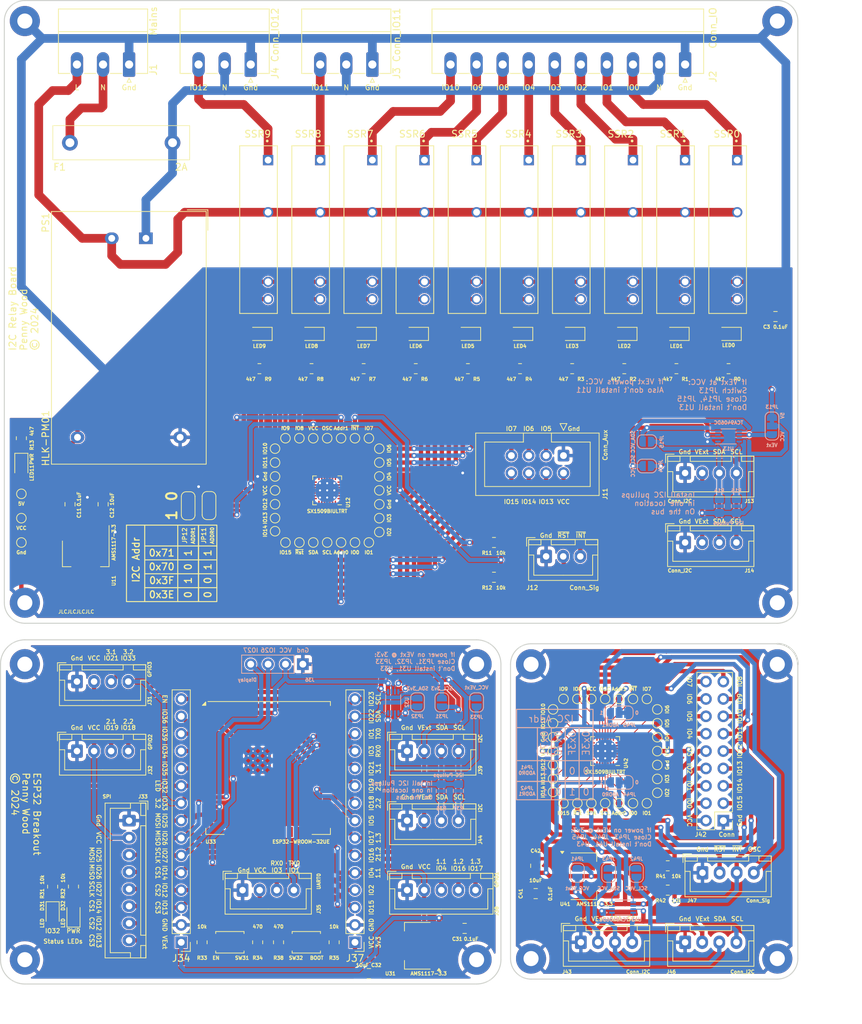
<source format=kicad_pcb>
(kicad_pcb (version 20240108) (generator "pcbnew") (generator_version "8.0")
  (title_block (title "Can Vending Machine") (date "2024-03-29") (rev "2") (company "Perth Artifactory") (comment 1 "Penny Wood"))
  (layers (0 "F.Cu" signal) (31 "B.Cu" signal) (34 "B.Paste" user) (35 "F.Paste" user) (36 "B.SilkS" user "B.Silkscreen") (37 "F.SilkS" user "F.Silkscreen") (38 "B.Mask" user) (39 "F.Mask" user) (44 "Edge.Cuts" user))
  (net 0 "")
  (net 1 "/Relay Controller/GND")
  (net 2 "/Relay Controller/+5V")
  (net 3 "Net-(LED1-K)")
  (net 4 "Net-(LED2-K)")
  (net 5 "Net-(LED3-K)")
  (net 6 "Net-(LED4-K)")
  (net 7 "Net-(LED5-K)")
  (net 8 "Net-(LED6-K)")
  (net 9 "Net-(LED7-K)")
  (net 10 "Net-(LED8-K)")
  (net 11 "Net-(LED9-K)")
  (net 12 "Net-(J3-Pin_3)")
  (net 13 "Net-(J4-Pin_3)")
  (net 14 "Net-(J2-Pin_3)")
  (net 15 "Net-(J2-Pin_7)")
  (net 16 "Net-(J2-Pin_5)")
  (net 17 "Net-(J2-Pin_10)")
  (net 18 "Net-(J2-Pin_6)")
  (net 19 "Net-(J2-Pin_8)")
  (net 20 "Net-(J2-Pin_9)")
  (net 21 "Net-(J2-Pin_4)")
  (net 22 "Net-(LED0-K)")
  (net 23 "Net-(J1-Pin_2)")
  (net 24 "/Relay Controller/IO13")
  (net 25 "/Relay Controller/IO6")
  (net 26 "/Relay Controller/IO5")
  (net 27 "/Relay Controller/IO15")
  (net 28 "/Relay Controller/IO14")
  (net 29 "/Relay Controller/IO7")
  (net 30 "/Relay Controller/ADDR0")
  (net 31 "/Relay Controller/ADDR1")
  (net 32 "/Relay Controller/IO0")
  (net 33 "/Relay Controller/IO1")
  (net 34 "/Relay Controller/IO2")
  (net 35 "/Relay Controller/~{INT}")
  (net 36 "/Relay Controller/~{RST}")
  (net 37 "/Relay Controller/IO12")
  (net 38 "/Relay Controller/IO9")
  (net 39 "/Relay Controller/IO10")
  (net 40 "/Relay Controller/IO4")
  (net 41 "/Relay Controller/IO11")
  (net 42 "/Relay Controller/IO8")
  (net 43 "/Relay Controller/IO3")
  (net 44 "/Logic Controller/VCC")
  (net 45 "Net-(D31-K)")
  (net 46 "/Logic Controller/IO3")
  (net 47 "/Logic Controller/IO16")
  (net 48 "/Logic Controller/EN")
  (net 49 "Net-(D32-A)")
  (net 50 "/Logic Controller/IO35")
  (net 51 "/Logic Controller/IO17")
  (net 52 "/Logic Controller/IO5")
  (net 53 "/Logic Controller/IO39")
  (net 54 "/Logic Controller/IO4")
  (net 55 "/Logic Controller/IO19")
  (net 56 "/Logic Controller/IO1")
  (net 57 "/Logic Controller/IO26")
  (net 58 "/Logic Controller/IO0")
  (net 59 "/Logic Controller/IO34")
  (net 60 "/Logic Controller/IO18")
  (net 61 "/Logic Controller/IO2")
  (net 62 "/Logic Controller/IO22")
  (net 63 "/Logic Controller/IO27")
  (net 64 "/Logic Controller/IO32")
  (net 65 "/Logic Controller/IO33")
  (net 66 "/Logic Controller/IO15")
  (net 67 "/Logic Controller/IO23")
  (net 68 "/Logic Controller/IO12")
  (net 69 "/Logic Controller/IO14")
  (net 70 "/Logic Controller/IO21")
  (net 71 "/Logic Controller/IO36")
  (net 72 "/Logic Controller/IO13")
  (net 73 "/Logic Controller/IO25")
  (net 74 "/Relay Controller/VCC")
  (net 75 "/Relay Controller/SDA")
  (net 76 "/Relay Controller/SCL")
  (net 77 "/Logic Controller/VExt")
  (net 78 "/Logic Controller/SDA")
  (net 79 "/Logic Controller/SCL")
  (net 80 "/Relay Controller/VExt")
  (net 81 "/Relay Controller/SDA_VCC")
  (net 82 "/Relay Controller/SCL_VCC")
  (net 83 "/Relay Controller/Neut")
  (net 84 "/Relay Controller/Live")
  (net 85 "unconnected-(U12-OSCIO-Pad11)")
  (net 86 "/Logic Controller/GND")
  (net 87 "/IO Multiplexer/GND")
  (net 88 "/IO Multiplexer/VCC")
  (net 89 "/IO Multiplexer/~{RST}")
  (net 90 "/IO Multiplexer/~{INT}")
  (net 91 "/IO Multiplexer/SCL")
  (net 92 "/IO Multiplexer/SDA")
  (net 93 "/IO Multiplexer/VExt")
  (net 94 "/IO Multiplexer/ADDR0")
  (net 95 "/IO Multiplexer/ADDR1")
  (net 96 "/IO Multiplexer/SCL_VCC")
  (net 97 "/IO Multiplexer/SDA_VCC")
  (net 98 "/IO Multiplexer/IO15")
  (net 99 "/IO Multiplexer/IO3")
  (net 100 "/IO Multiplexer/IO4")
  (net 101 "/IO Multiplexer/IO1")
  (net 102 "/IO Multiplexer/IO6")
  (net 103 "/IO Multiplexer/IO9")
  (net 104 "/IO Multiplexer/IO14")
  (net 105 "/IO Multiplexer/IO8")
  (net 106 "/IO Multiplexer/IO0")
  (net 107 "/IO Multiplexer/IO12")
  (net 108 "/IO Multiplexer/IO11")
  (net 109 "/IO Multiplexer/IO5")
  (net 110 "/IO Multiplexer/IO2")
  (net 111 "/IO Multiplexer/IO7")
  (net 112 "/IO Multiplexer/IO10")
  (net 113 "/IO Multiplexer/IO13")
  (net 114 "Net-(LED11-K)")
  (net 115 "Net-(R34-Pad1)")
  (net 116 "Net-(R38-Pad1)")
  (net 124 "/IO Multiplexer/OSCIO")
  (footprint "Footprints:TestPoint_Pad_D1.0mm" (layer "F.Cu") (at 102.616 119.38 -90)
    (property "Reference" "VCC")
    (property "Value" "4" (hide yes))
  )
  (footprint "LED_SMD:LED_0805_2012Metric_Pad1.15x1.40mm_HandSolder" (layer "F.Cu") (at 54.864 181.356 -90)
    (property "Reference" "D31")
    (property "Value" "LED")
  )
  (footprint "Footprints:TestPoint_Pad_D1.0mm" (layer "F.Cu") (at 87.376 113.284 90)
    (property "Reference" "IO10")
    (property "Value" "")
  )
  (footprint "Footprints:TestPoint_Pad_D1.0mm" (layer "F.Cu") (at 137.668 149.86)
    (property "Reference" "Addr1")
    (property "Value" "" (hide yes))
  )
  (footprint "Footprints:TestPoint_Pad_D1.0mm" (layer "F.Cu") (at 128.016 155.448 90)
    (property "Reference" "Gnd")
    (property "Value" "")
  )
  (footprint "Package_DFN_QFN:QFN-28-1EP_4x4mm_P0.4mm_EP2.6x2.6mm_ThermalVias" (layer "F.Cu") (at 135.636 157.48 180)
    (property "Reference" "U42")
    (property "Value" "SX1509BIULTRT")
  )
  (footprint "Connector_JST:JST_XH_B3B-XH-A_1x03_P2.50mm_Vertical" (layer "F.Cu") (at 127 129.032)
    (property "Reference" "J12")
    (property "Value" "Conn_Sig")
  )
  (footprint "Connector_JST:JST_XH_B4B-XH-A_1x04_P2.50mm_Vertical" (layer "F.Cu") (at 58.42 147.32)
    (property "Reference" "J31")
    (property "Value" "GPIO3")
  )
  (footprint "Footprints:TestPoint_Pad_D1.0mm" (layer "F.Cu") (at 99.06 111.76)
    (property "Reference" "~{INT}")
    (property "Value" "" (hide yes))
  )
  (footprint "Footprints:TestPoint_Pad_D1.0mm" (layer "F.Cu") (at 87.376 121.412 90)
    (property "Reference" "IO12")
    (property "Value" "" (hide yes))
  )
  (footprint "Connector_JST:JST_XH_B4B-XH-A_1x04_P2.50mm_Vertical" (layer "F.Cu") (at 149.86 175.26)
    (property "Reference" "J47")
    (property "Value" "Conn_Sig")
  )
  (footprint "Package_DFN_QFN:QFN-28-1EP_4x4mm_P0.4mm_EP2.6x2.6mm_ThermalVias" (layer "F.Cu") (at 94.996 119.38 180)
    (property "Reference" "U12")
    (property "Value" "SX1509BIULTRT")
  )
  (footprint "Resistor_SMD:R_0805_2012Metric_Pad1.20x1.40mm_HandSolder" (layer "F.Cu") (at 115.57 101.6 180)
    (property "Reference" "R5")
    (property "Value" "4k7")
  )
  (footprint "LED_SMD:LED_0805_2012Metric_Pad1.15x1.40mm_HandSolder" (layer "F.Cu") (at 100.33 96.52 180)
    (property "Reference" "LED7")
    (property "Value" "LED_Small" (hide yes))
  )
  (footprint "Resistor_SMD:R_0805_2012Metric_Pad1.20x1.40mm_HandSolder" (layer "F.Cu") (at 146.05 101.6 180)
    (property "Reference" "R1")
    (property "Value" "4k7")
  )
  (footprint "Footprints:TestPoint_Pad_D1.0mm" (layer "F.Cu") (at 102.616 115.316 -90)
    (property "Reference" "IO5")
    (property "Value" "")
  )
  (footprint "PCM_kikit:Board" (layer "F.Cu") (at 163.8 127.107 180)
    (property "Reference" "B1")
    (property "Value" "Relay")
  )
  (footprint "MountingHole:MountingHole_2.2mm_M2_Pad" (layer "F.Cu") (at 160.8 144.8 -90)
    (property "Reference" "H31" (hide yes))
    (property "Value" "MountingHole_2.2mm_M2_Pad" (hide yes))
  )
  (footprint "Footprints:TestPoint_Pad_D1.0mm" (layer "F.Cu") (at 87.376 117.348 90)
    (property "Reference" "Gnd")
    (property "Value" "")
  )
  (footprint "Resistor_SMD:R_0805_2012Metric_Pad1.20x1.40mm_HandSolder" (layer "F.Cu") (at 123.19 101.6 180)
    (property "Reference" "R4")
    (property "Value" "4k7")
  )
  (footprint "Resistor_SMD:R_0805_2012Metric_Pad1.20x1.40mm_HandSolder" (layer "F.Cu") (at 96.012 185.42 90)
    (property "Reference" "R35")
    (property "Value" "10k")
  )
  (footprint "Footprints:TestPoint_Pad_D1.0mm" (layer "F.Cu") (at 128.016 153.416 90)
    (property "Reference" "IO11")
    (property "Value" "")
  )
  (footprint "LED_SMD:LED_0805_2012Metric_Pad1.15x1.40mm_HandSolder" (layer "F.Cu") (at 153.67 96.52 180)
    (property "Reference" "LED0")
    (property "Value" "LED_Small" (hide yes))
  )
  (footprint "Footprints:TestPoint_Pad_D1.0mm" (layer "F.Cu") (at 143.256 153.416 -90)
    (property "Reference" "IO5")
    (property "Value" "")
  )
  (footprint "Footprints:RELAY_G3MB202PDC12" (layer "F.Cu") (at 84.96 81.28 -90)
    (property "Reference" "SSR9")
    (property "Value" "34.81-8240")
  )
  (footprint "Footprints:TestPoint_Pad_D1.0mm" (layer "F.Cu") (at 129.54 165.1 180)
    (property "Reference" "IO15")
    (property "Value" "")
  )
  (footprint "Resistor_SMD:R_0805_2012Metric_Pad1.20x1.40mm_HandSolder" (layer "F.Cu") (at 138.43 101.6 180)
    (property "Reference" "R2")
    (property "Value" "4k7")
  )
  (footprint "Footprints:TestPoint_Pad_D1.0mm" (layer "F.Cu") (at 87.376 119.38 90)
    (property "Reference" "VCC")
    (property "Value" "18" (hide yes))
  )
  (footprint "Footprints:TestPoint_Pad_D1.0mm" (layer "F.Cu") (at 102.616 125.476 -90)
    (property "Reference" "IO2")
    (property "Value" "")
  )
  (footprint "MountingHole:MountingHole_2.2mm_M2_Pad" (layer "F.Cu") (at 124.8 144.8 -90)
    (property "Reference" "H31" (hide yes))
    (property "Value" "MountingHole_2.2mm_M2_Pad" (hide yes))
  )
  (footprint "Connector_JST:JST_XH_B8B-XH-A_1x08_P2.50mm_Vertical" (layer "F.Cu") (at 66.04 167.64 -90)
    (property "Reference" "J33")
    (property "Value" "SPI")
  )
  (footprint "Resistor_SMD:R_0805_2012Metric_Pad1.20x1.40mm_HandSolder" (layer "F.Cu") (at 50.292 111.76 90)
    (property "Reference" "R13")
    (property "Value" "4k7")
  )
  (footprint "Footprints:TestPoint_Pad_D1.0mm" (layer "F.Cu") (at 135.636 149.86)
    (property "Reference" "OSC")
    (property "Value" "" (hide yes))
  )
  (footprint "Footprints:TestPoint_Pad_D1.0mm" (layer "F.Cu") (at 94.996 111.76)
    (property "Reference" "OSC")
    (property "Value" "" (hide yes))
  )
  (footprint "Resistor_SMD:R_0805_2012Metric_Pad1.20x1.40mm_HandSolder" (layer "F.Cu") (at 130.81 101.6 180)
    (property "Reference" "R3")
    (property "Value" "4k7")
  )
  (footprint "Capacitor_SMD:C_0805_2012Metric_Pad1.18x1.45mm_HandSolder" (layer "F.Cu") (at 125.476 178.308 180)
    (property "Reference" "C41")
    (property "Value" "0.1uF")
  )
  (footprint "Footprints:RELAY_G3MB202PDC12" (layer "F.Cu") (at 100.2 81.28 -90)
    (property "Reference" "SSR7")
    (property "Value" "34.81-8240")
  )
  (footprint "Footprints:TestPoint_Pad_D1.0mm" (layer "F.Cu") (at 90.932 111.76)
    (property "Reference" "IO8")
    (property "Value" "")
  )
  (footprint "Connector_JST:JST_XH_B4B-XH-A_1x04_P2.50mm_Vertical" (layer "F.Cu") (at 106.68 157.48)
    (property "Reference" "J39")
    (property "Value" "I2C")
  )
  (footprint "Connector_JST:JST_XH_B4B-XH-A_1x04_P2.50mm_Vertical" (layer "F.Cu") (at 58.42 157.48)
    (property "Reference" "J32")
    (property "Value" "GPIO2")
  )
  (footprint "Footprints:TestPoint_Pad_D1.0mm" (layer "F.Cu") (at 50.292 127 180)
    (property "Reference" "Gnd")
    (property "Value" "")
  )
  (footprint "Connector_Phoenix_MC:PhoenixContact_MC_1,5_10-G-3.81_1x10_P3.81mm_Horizontal" (layer "F.Cu") (at 147.32 57.15 180)
    (property "Reference" "J2")
    (property "Value" "Conn_IO")
  )
  (footprint "MountingHole:MountingHole_2.2mm_M2_Pad" (layer "F.Cu") (at 160.8 135.8)
    (property "Reference" "H4" (hide yes))
    (property "Value" "MountingHole_2.2mm_M2_Pad" (hide yes))
  )
  (footprint "Resistor_SMD:R_0805_2012Metric_Pad1.20x1.40mm_HandSolder" (layer "F.Cu") (at 54.864 177.292 90)
    (property "Reference" "R31")
    (property "Value" "10k")
  )
  (footprint "Footprints:TestPoint_Pad_D1.0mm" (layer "F.Cu") (at 97.028 111.76)
    (property "Reference" "Addr1")
    (property "Value" "" (hide yes))
  )
  (footprint "Resistor_SMD:R_0805_2012Metric_Pad1.20x1.40mm_HandSolder" (layer "F.Cu") (at 100.33 101.6 180)
    (property "Reference" "R7")
    (property "Value" "4k7")
  )
  (footprint "Resistor_SMD:R_0805_2012Metric_Pad1.20x1.40mm_HandSolder" (layer "F.Cu") (at 85.09 101.6 180)
    (property "Reference" "R9")
    (property "Value" "4k7")
  )
  (footprint "Footprints:TestPoint_Pad_D1.0mm" (layer "F.Cu") (at 143.256 159.512 -90)
    (property "Reference" "Gnd")
    (property "Value" "" (hide yes))
  )
  (footprint "Footprints:RELAY_G3MB202PDC12" (layer "F.Cu") (at 138.3 81.28 -90)
    (property "Reference" "SSR2")
    (property "Value" "34.81-8240")
  )
  (footprint "Package_TO_SOT_SMD:SOT-223-3_TabPin2" (layer "F.Cu") (at 59.704 128.626 -90)
    (property "Reference" "U11")
    (property "Value" "AMS1117-3.3")
  )
  (footprint "Footprints:TestPoint_Pad_D1.0mm" (layer "F.Cu") (at 102.616 117.348 -90)
    (property "Reference" "IO4")
    (property "Value" "" (hide yes))
  )
  (footprint "Connector_JST:JST_XH_B4B-XH-A_1x04_P2.50mm_Vertical" (layer "F.Cu") (at 147.32 116.84)
    (property "Reference" "J13")
    (property "Value" "Conn_I2C")
  )
  (footprint "Footprints:TestPoint_Pad_D1.0mm" (layer "F.Cu") (at 143.256 161.544 -90)
    (property "Reference" "IO3")
    (property "Value" "" (hide yes))
  )
  (footprint "Footprints:TestPoint_Pad_D1.0mm" (layer "F.Cu") (at 101.092 111.76)
    (property "Reference" "IO7")
    (property "Value" "")
  )
  (footprint "Capacitor_SMD:C_0805_2012Metric_Pad1.18x1.45mm_HandSolder" (layer "F.Cu") (at 160.528 93.98)
    (property "Reference" "C3")
    (property "Value" "0.1uF")
  )
  (footprint "Connector_JST:JST_XH_B4B-XH-A_1x04_P2.50mm_Vertical" (layer "F.Cu") (at 106.68 167.64)
    (property "Reference" "J44")
    (property "Value" "I2C")
  )
  (footprint "Footprints:TestPoint_Pad_D1.0mm" (layer "F.Cu") (at 92.964 127 180)
    (property "Reference" "SDA")
    (property "Value" "" (hide yes))
  )
  (footprint "PCM_kikit:Board" (layer "F.Cu") (at 139.3 190.8 180)
    (property "Reference" "B3")
    (property "Value" "Multiplexer")
  )
  (footprint "Footprints:TestPoint_Pad_D1.0mm" (layer "F.Cu") (at 143.256 163.576 -90)
    (property "Reference" "IO2")
    (property "Value" "")
  )
  (footprint "Footprints:TestPoint_Pad_D1.0mm" (layer "F.Cu") (at 50.292 119.888 180)
    (property "Reference" "5V")
    (property "Value" "")
  )
  (footprint "Converter_ACDC:Converter_ACDC_Hi-Link_HLK-PMxx" (layer "F.Cu") (at 68.5 82.55 -90)
    (property "Reference" "PS1")
    (property "Value" "HLK-PM01")
  )
  (footprint "Footprints:TestPoint_Pad_D1.0mm" (layer "F.Cu") (at 87.376 115.316 90)
    (property "Reference" "IO11")
    (property "Value" "")
  )
  (footprint "MountingHole:MountingHole_2.2mm_M2_Pad" (layer "F.Cu") (at 50.8 135.8)
    (property "Reference" "H3" (hide yes))
    (property "Value" "MountingHole_2.2mm_M2_Pad" (hide yes))
  )
  (footprint "Connector_JST:JST_XH_B4B-XH-A_1x04_P2.50mm_Vertical" (layer "F.Cu") (at 82.63 177.8)
    (property "Reference" "J35")
    (property "Value" "UART0")
  )
  (footprint "Footprints:TestPoint_Pad_D1.0mm" (layer "F.Cu") (at 135.636 165.1 180)
    (property "Reference" "SCL")
    (property "Value" "SCL_VCC" (hide yes))
  )
  (footprint "Connector_PinHeader_2.54mm:PinHeader_1x15_P2.54mm_Vertical" (layer "F.Cu") (at 99.06 185.42 180)
    (property "Reference" "J37")
    (property "Value" "Conn_01x15" (hide yes))
  )
  (footprint "Connector_JST:JST_XH_B4B-XH-A_1x04_P2.50mm_Vertical" (layer "F.Cu") (at 147.32 127)
    (property "Reference" "J14")
    (property "Value" "Conn_I2C")
  )
  (footprint "Footprints:TestPoint_Pad_D1.0mm" (layer "F.Cu") (at 141.732 165.1 180)
    (property "Reference" "IO1")
    (property "Value" "")
  )
  (footprint "Connector_JST:JST_XH_B4B-XH-A_1x04_P2.50mm_Vertical" (layer "F.Cu") (at 132.08 185.42)
    (property "Reference" "J43")
    (property "Value" "Conn_I2C")
  )
  (footprint "Footprints:TestPoint_Pad_D1.0mm" (layer "F.Cu") (at 128.016 161.544 90)
    (property "Reference" "IO13")
    (property "Value" "")
  )
  (footprint "Capacitor_SMD:C_0805_2012Metric_Pad1.18x1.45mm_HandSolder" (layer "F.Cu") (at 62.244 121.412 90)
    (property "Reference" "C12")
    (property "Value" "10uF")
  )
  (footprint "Footprints:TestPoint_Pad_D1.0mm" (layer "F.Cu") (at 143.256 155.448 -90)
    (property "Reference" "IO4")
    (property "Value" "" (hide yes))
  )
  (footprint "Footprints:TestPoint_Pad_D1.0mm" (layer "F.Cu") (at 101.092 127 180)
    (property "Reference" "IO1")
    (property "Value" "")
  )
  (footprint "Footprints:TestPoint_Pad_D1.0mm" (layer "F.Cu") (at 87.376 125.349 90)
    (property "Reference" "IO14")
    (property "Value" "")
  )
  (footprint "Resistor_SMD:R_0805_2012Metric_Pad1.20x1.40mm_HandSolder" (layer "F.Cu") (at 87.884 185.42 -90)
    (property "Reference" "R38")
    (property "Value" "470")
  )
  (footprint "Footprints:Fuseholder_5x20mm_15mm_Pins" (layer "F.Cu") (at 57.39 68.58)
    (property "Reference" "F1")
    (property "Value" "2A")
  )
  (footprint "LED_SMD:LED_0805_2012Metric_Pad1.15x1.40mm_HandSolder" (layer "F.Cu") (at 107.95 96.52 180)
    (property "Reference" "LED6")
    (property "Value" "LED_Small" (hide yes))
  )
  (footprint "Footprints:TestPoint_Pad_D1.0mm" (layer "F.Cu") (at 99.06 127 180)
    (property "Reference" "IO0")
    (property "Value" "")
  )
  (footprint "LED_SMD:LED_0805_2012Metric_Pad1.15x1.40mm_HandSolder" (layer "F.Cu") (at 146.05 96.52 180)
    (property "Reference" "LED1")
    (property "Value" "LED_Small" (hide yes))
  )
  (footprint "Connector_Phoenix_MC:PhoenixContact_MC_1,5_3-G-3.81_1x03_P3.81mm_Horizontal" (layer "F.Cu") (at 101.6 57.15 180)
    (property "Reference" "J3")
    (property "Value" "Conn_IO11")
  )
  (footprint "Capacitor_SMD:C_0805_2012Metric_Pad1.18x1.45mm_HandSolder" (layer "F.Cu") (at 125.476 174.244 90)
    (property "Reference" "C42")
    (property "Value" "10uF")
  )
  (footprint "Footprints:TestPoint_Pad_D1.0mm" (layer "F.Cu") (at 133.604 165.1 180)
    (property "Reference" "SDA")
    (property "Value" "" (hide yes))
  )
  (footprint "PCM_kikit:Board" (layer "F.Cu") (at 51.562 191.516 180)
    (property "Reference" "B2")
    (property "Value" "Controller")
  )
  (footprint "LED_SMD:LED_0805_2012Metric_Pad1.15x1.40mm_HandSolder" (layer "F.Cu") (at 92.71 96.52 180)
    (property "Reference" "LED8")
    (property "Value" "LED_Small" (hide yes))
  )
  (footprint "Connector_JST:JST_XH_B4B-XH-A_1x04_P2.50mm_Vertical" (layer "F.Cu") (at 147.32 185.42)
    (property "Reference" "J46")
    (property "Value" "Conn_I2C")
  )
  (footprint "Footprints:TestPoint_Pad_D1.0mm" (layer "F.Cu") (at 92.964 111.76)
    (property "Reference" "VCC")
    (property "Value" "12" (hide yes))
  )
  (footprint "MountingHole:MountingHole_2.2mm_M2_Pad" (layer "F.Cu") (at 50.8 144.78 -90)
    (property "Reference" "H33" (hide yes))
    (property "Value" "MountingHole_2.2mm_M2_Pad" (hide yes))
  )
  (footprint "Footprints:TestPoint_Pad_D1.0mm" (layer "F.Cu") (at 143.256 157.48 -90)
    (property "Reference" "VCC")
    (property "Value" "4" (hide yes))
  )
  (footprint "MountingHole:MountingHole_2.2mm_M2_Pad" (layer "F.Cu") (at 116.84 144.78 -90)
    (property "Reference" "H31" (hide yes))
    (property "Value" "MountingHole_2.2mm_M2_Pad" (hide yes))
  )
  (footprint "Footprints:TestPoint_Pad_D1.0mm" (layer "F.Cu") (at 141.732 149.86)
    (property "Reference" "IO7")
    (property "Value" "")
  )
  (footprint "Footprints:RELAY_G3MB202PDC12" (layer "F.Cu") (at 153.54 81.28 -90)
    (property "Reference" "SSR0")
    (property "Value" "34.81-8240")
  )
  (footprint "Footprints:TestPoint_Pad_D1.0mm" (layer "F.Cu") (at 90.932 127 180)
    (property "Reference" "~{Rst}")
    (property "Value" "")
  )
  (footprint "MountingHole:MountingHole_2.2mm_M2_Pad" (layer "F.Cu") (at 160.8 187.8 -90)
    (property "Reference" "H31" (hide yes))
    (property "Value" "MountingHole_2.2mm_M2_Pad" (hide yes))
  )
  (footprint "Footprints:TestPoint_Pad_D1.0mm" (layer "F.Cu") (at 102.616 113.284 -90)
    (property "Reference" "IO6")
    (property "Value" "")
  )
  (footprint "RF_Module:ESP32-WROOM-32UE" (layer "F.Cu") (at 86.36 159.95)
    (property "Reference" "U33")
    (property "Value" "ESP32-WROOM-32UE")
  )
  (footprint "Resistor_SMD:R_0805_2012Metric_Pad1.20x1.40mm_HandSolder" (layer "F.Cu") (at 119.38 127 180)
    (property "Reference" "R11")
    (property "Value" "10k")
  )
  (footprint "LED_SMD:LED_0805_2012Metric_Pad1.15x1.40mm_HandSolder" (layer "F.Cu") (at 50.292 115.824 -90)
    (property "Reference" "LED11")
    (property "Value" "PWR")
  )
  (footprint "Package_TO_SOT_SMD:SOT-223-3_TabPin2" (layer "F.Cu") (at 132.486 175.768)
    (property "Reference" "U41")
    (property "Value" "AMS1117-3.3")
  )
  (footprint "Footprints:TestPoint_Pad_D1.0mm" (layer "F.Cu") (at 139.7 165.1 180)
    (property "Reference" "IO0")
    (property "Value" "")
  )
  (footprint "Footprints:TestPoint_Pad_D1.0mm" (layer "F.Cu") (at 128.016 163.449 90)
    (property "Reference" "IO14")
    (property "Value" "")
  )
  (footprint "Footprints:RELAY_G3MB202PDC12" (layer "F.Cu") (at 107.82 81.28 -90)
    (property "Reference" "SSR6")
    (property "Value" "34.81-8240")
  )
  (footprint "Resistor_SMD:R_0805_2012Metric_Pad1.20x1.40mm_HandSolder" (layer "F.Cu") (at 107.95 101.6 180)
    (property "Reference" "R6")
    (property "Value" "4k7")
  )
  (footprint "Resistor_SMD:R_0805_2012Metric_Pad1.20x1.40mm_HandSolder" (layer "F.Cu") (at 153.67 101.6 180)
    (property "Reference" "R0")
    (property "Value" "4k7")
  )
  (footprint "Footprints:TestPoint_Pad_D1.0mm" (layer "F.Cu") (at 88.9 111.76)
    (property "Reference" "IO9")
    (property "Value" "")
  )
  (footprint "Footprints:TestPoint_Pad_D1.0mm" (layer "F.Cu") (at 131.572 149.86)
    (property "Reference" "IO8")
    (property "Value" "")
  )
  (footprint "LED_SMD:LED_0805_2012Metric_Pad1.15x1.40mm_HandSolder" (layer "F.Cu") (at 115.57 96.52 180)
    (property "Reference" "LED5")
    (property "Value" "LED_Small" (hide yes))
  )
  (footprint "Footprints:RELAY_G3MB202PDC12" (layer "F.Cu") (at 92.58 81.28 -90)
    (property "Reference" "SSR8")
    (property "Value" "34.81-8240")
  )
  (footprint "Footprints:RELAY_G3MB202PDC12" (layer "F.Cu") (at 115.44 81.28 -90)
    (property "Reference" "SSR5")
    (property "Value" "34.81-8240")
  )
  (footprint "Footprints:RELAY_G3MB202PDC12" (layer "F.Cu") (at 130.68 81.28 -90)
    (property "Reference" "SSR3")
    (property "Value" "34.81-8240")
  )
  (footprint "Footprints:TestPoint_Pad_D1.0mm" (layer "F.Cu") (at 102.616 123.444 -90)
    (property "Reference" "IO3")
    (property "Value" "" (hide yes))
  )
  (footprint "Package_TO_SOT_SMD:SOT-223-3_TabPin2" (layer "F.Cu") (at 108.204 185.928 180)
    (property "Reference" "U31")
    (property "Value" "AMS1117-3.3")
  )
  (footprint "LED_SMD:LED_0805_2012Metric_Pad1.15x1.40mm_HandSolder" (layer "F.Cu") (at 123.19 96.52 180)
    (property "Reference" "LED4")
    (property "Value" "LED_Small" (hide yes))
  )
  (footprint "Footprints:TestPoint_Pad_D1.0mm" (layer "F.Cu") (at 97.028 127 180)
    (property "Reference" "Addr0")
    (property "Value" "")
  )
  (footprint "Footprints:TestPoint_Pad_D1.0mm" (layer "F.Cu") (at 139.7 149.86)
    (property "Reference" "~{INT}")
    (property "Value" "" (hide yes))
  )
  (footprint "MountingHole:MountingHole_2.2mm_M2_Pad" (layer "F.Cu") (at 50.8 187.96 -90)
    (property "Reference" "H34" (hide yes))
    (property "Value" "MountingHole_2.2mm_M2_Pad" (hide yes))
  )
  (footprint "Capacitor_SMD:C_0805_2012Metric_Pad1.18x1.45mm_HandSolder" (layer "F.Cu") (at 57.404 121.412 90)
    (property "Reference" "C11")
    (property "Value" "0.1uF")
  )
  (footprint "Resistor_SMD:R_0805_2012Metric_Pad1.20x1.40mm_HandSolder" (layer "F.Cu") (at 144.78 174.244)
    (property "Reference" "R41")
    (property "Value" "10k")
  )
  (footprint "LED_SMD:LED_0805_2012Metric_Pad1.15x1.40mm_HandSolder" (layer "F.Cu") (at 130.81 96.52 180)
    (property "Reference" "LED3")
    (property "Value" "LED_Small" (hide yes))
  )
  (footprint "Connector_PinHeader_2.54mm:PinHeader_1x15_P2.54mm_Vertical" (layer "F.Cu") (at 73.66 185.42 180)
    (property "Reference" "J34")
    (property "Value" "Conn_01x15" (hide yes))
  )
  (footprint "LED_SMD:LED_0805_2012Metric_Pad1.15x1.40mm_HandSolder" (layer "F.Cu") (at 85.09 96.52 180)
    (property "Reference" "LED9")
    (property "Value" "LED_Small" (hide yes))
  )
  (footprint "Connector_IDC:IDC-Header_2x04_P2.54mm_Vertical" (layer "F.Cu") (at 129.54 114.3 -90)
    (property "Reference" "J11")
    (property "Value" "Conn_Aux")
  )
  (footprint "Capacitor_SMD:C_0805_2012Metric_Pad1.18x1.45mm_HandSolder" (layer "F.Cu") (at 115.0905 183.388)
    (property "Reference" "C31")
    (property "Value" "0.1uF")
  )
  (footprint "Connector_Phoenix_MC:PhoenixContact_MC_1,5_3-G-3.81_1x03_P3.81mm_Horizontal" (layer "F.Cu") (at 83.82 57.15 180)
    (property "Reference" "J4")
    (property "Value" "Conn_IO12")
  )
  (footprint "Connector_JST:JST_XH_B5B-XH-A_1x05_P2.50mm_Vertical" (layer "F.Cu") (at 106.68 177.8)
    (property "Reference" "J38")
    (property "Value" "GPIO1")
  )
  (footprint "Footprints:TestPoint_Pad_D1.0mm" (layer "F.Cu") (at 50.292 123.444 180)
    (property "Reference" "VCC")
    (property "Value" "VCC" (hide yes))
  )
  (footprint "Button_Switch_SMD:SW_Push_SPST_NO_Alps_SKRK" (layer "F.Cu") (at 91.948 185.42 180)
    (property "Reference" "SW32")
    (property "Value" "BOOT")
  )
  (footprint "Connector_PinHeader_2.54mm:PinHeader_2x09_P2.54mm_Vertical" (layer "F.Cu") (at 152.908 167.64 180)
    (property "Reference" "J42")
    (property "Value" "Conn")
  )
  (footprint "Footprints:TestPoint_Pad_D1.0mm" (layer "F.Cu") (at 87.376 123.444 90)
    (property "Reference" "IO13")
    (property "Value" "")
  )
  (footprint "Resistor_SMD:R_0805_2012Metric_Pad1.20x1.40mm_HandSolder" (layer "F.Cu") (at 76.708 185.42 90)
    (property "Reference" "R33")
    (property "Value" "10k")
  )
  (footprint "Resistor_SMD:R_0805_2012Metric_Pad1.20x1.40mm_HandSolder" (layer "F.Cu") (at 144.78 177.8)
    (property "Reference" "R42")
    (property "Value" "10k")
  )
  (footprint "Footprints:RELAY_G3MB202PDC12" (layer "F.Cu") (at 123.06 81.28 -90)
    (property "Reference" "SSR4")
    (property "Value" "34.81-8240")
  )
  (footprint "Jumper:SolderJumper-3_P1.3mm_Bridged12_RoundedPad1.0x1.5mm_NumberLabels" (layer "F.Cu") (at 74.676 121.636 -90)
    (property "Reference" "JP12")
    (property "Value" "ADDR1" (hide yes))
  )
  (footprint "Footprints:TestPoint_Pad_D1.0mm" (layer "F.Cu") (at 137.668 165.1 180)
    (property "Reference" "Addr0")
    (property "Value" "")
  )
  (footprint "Button_Switch_SMD:SW_Push_SPST_NO_Alps_SKRK" (layer "F.Cu") (at 80.772 185.42)
    (property "Reference" "SW31")
    (property "Value" "EN")
  )
  (footprint "Capacitor_SMD:C_0805_2012Metric_Pad1.18x1.45mm_HandSolder" (layer "F.Cu") (at 101.092 189.992 180)
    (property "Reference" "C32")
    (property "Value" "10uF")
  )
  (footprint "MountingHole:MountingHole_2.2mm_M2_Pad" (layer "F.Cu") (at 50.8 50.8)
    (property "Reference" "H1" (hide yes))
    (property "Value" "MountingHole_2.2mm_M2_Pad" (hide yes))
  )
  (footprint "MountingHole:MountingHole_2.2mm_M2_Pad" (layer "F.Cu") (at 124.8 187.8 -90)
    (property "Reference" "H31" (hide yes))
    (property "Value" "MountingHole_2.2mm_M2_Pad" (hide yes))
  )
  (footprint "Footprints:TestPoint_Pad_D1.0mm" (layer "F.Cu") (at 88.9 127 180)
    (property "Reference" "IO15")
    (property "Value" "")
  )
  (footprint "Footprints:TestPoint_Pad_D1.0mm" (layer "F.Cu") (at 143.256 151.384 -90)
    (property "Reference" "IO6")
    (property "Value" "")
  )
  (footprint "Resistor_SMD:R_0805_2012Metric_Pad1.20x1.40mm_HandSolder" (layer "F.Cu") (at 92.71 101.6 180)
    (property "Reference" "R8")
    (property "Value" "4k7")
  )
  (footprint "Footprints:TestPoint_Pad_D1.0mm" (layer "F.Cu") (at 133.604 149.86)
    (property "Reference" "VCC")
    (property "Value" "12" (hide yes))
  )
  (footprint "LED_SMD:LED_0805_2012Metric_Pad1.15x1.40mm_HandSolder" (layer "F.Cu") (at 57.912 181.34 90)
    (property "Reference" "D32")
    (property "Value" "LED")
  )
  (footprint "Footprints:TestPoint_Pad_D1.0mm" (layer "F.Cu") (at 131.572 165.1 180)
    (property "Reference" "~{Rst}")
    (property "Value" "")
  )
  (footprint "Footprints:TestPoint_Pad_D1.0mm" (layer "F.Cu") (at 102.616 121.412 -90)
    (property "Reference" "Gnd")
    (property "Value" "" (hide yes))
  )
  (footprint "Footprints:TestPoint_Pad_D1.0mm" (layer "F.Cu") (at 94.996 127 180)
    (property "Reference" "SCL")
    (property "Value" "SCL_VCC" (hide yes))
  )
  (footprint "Footprints:TestPoint_Pad_D1.0mm" (layer "F.Cu") (at 128.016 151.384 90)
    (property "Reference" "IO10")
    (property "Value" "")
  )
  (footprint "MountingHole:MountingHole_2.2mm_M2_Pad" (layer "F.Cu") (at 116.84 187.96 -90)
    (property "Reference" "H32" (hide yes))
    (property "Value" "MountingHole_2.2mm_M2_Pad" (hide yes))
  )
  (footprint "Connector_Phoenix_MC:PhoenixContact_MC_1,5_3-G-3.81_1x03_P3.81mm_Horizontal" (layer "F.Cu") (at 66.04 57.15 180)
    (property "Reference" "J1")
    (property "Value" "Mains")
  )
  (footprint "Footprints:TestPoint_Pad_D1.0mm" (layer "F.Cu") (at 128.016 157.48 90)
    (property "Reference" "VCC")
    (property "Value" "18" (hide yes))
  )
  (footprint "Resistor_SMD:R_0805_2012Metric_Pad1.20x1.40mm_HandSolder" (layer "F.Cu") (at 119.38 132.08 180)
    (property "Reference" "R12")
    (property "Value" "10k")
  )
  (footprint "Footprints:TestPoint_Pad_D1.0mm" (layer "F.Cu") (at 128.016 159.512 90)
    (property "Reference" "IO12")
    (property "Value" "" (hide yes))
  )
  (footprint "Resistor_SMD:R_0805_2012Metric_Pad1.20x1.40mm_HandSolder" (layer "F.Cu") (at 57.912 177.276 -90)
    (property "Reference" "R32")
    (property "Value" "10k")
  )
  (footprint "Resistor_SMD:R_0805_2012Metric_Pad1.20x1.40mm_HandSolder" (layer "F.Cu") (at 84.836 185.42 -90)
    (property "Reference" "R34")
    (property "Value" "470")
  )
  (footprint "Footprints:TestPoint_Pad_D1.0mm" (layer "F.Cu") (at 129.54 149.86)
    (property "Reference" "IO9")
    (property "Value" "")
  )
  (footprint "Footprints:RELAY_G3MB202PDC12" (layer "F.Cu") (at 145.92 81.28 -90)
    (property "Reference" "SSR1")
    (property "Value" "34.81-8240")
  )
  (footprint "Jumper:SolderJumper-3_P1.3mm_Bridged12_RoundedPad1.0x1.5mm_NumberLabels" (layer "F.Cu") (at 77.724 121.606 -90)
    (property "Reference" "JP11")
    (property "Value" "ADDR0" (hide yes))
  )
  (footprint "LED_SMD:LED_0805_2012Metric_Pad1.15x1.40mm_HandSolder" (layer "F.Cu") (at 138.43 96.52 180)
    (property "Reference" "LED2")
    (property "Value" "LED_Small" (hide yes))
  )
  (footprint "MountingHole:MountingHole_2.2mm_M2_Pad" (layer "F.Cu") (at 160.8 50.8)
    (property "Reference" "H2" (hide yes))
    (property "Value" "MountingHole_2.2mm_M2_Pad" (hide yes))
  )
  (footprint "Resistor_SMD:R_0805_2012Metric_Pad1.20x1.40mm_HandSolder" (layer "B.Cu") (at 111.68 163.322 -90)
    (property "Reference" "R36")
    (property "Value" "R" (hide yes))
  )
  (footprint "Jumper:SolderJumper-2_P1.3mm_Open_RoundedPad1.0x1.5mm" (layer "B.Cu") (at 141.732 112.268)
    (property "Reference" "JP15")
    (property "Value" "SDA_VCC")
  )
  (footprint "Jumper:SolderJumper-3_P1.3mm_Bridged12_RoundedPad1.0x1.5mm_NumberLabels" (layer "B.Cu") (at 160.02 109.982 -90)
    (property "Reference" "JP13")
    (property "Value" "VExt")
  )
  (footprint "Package_SO:VSSOP-8_2.3x2mm_P0.5mm" (layer "B.Cu") (at 138.176 180.34)
    (property "Reference" "U43")
    (property "Value" "TCA9406DC")
  )
  (footprint "Jumper:SolderJumper-2_P1.3mm_Open_RoundedPad1.0x1.5mm" (layer "B.Cu") (at 116.84 150.368 90)
    (property "Reference" "JP33")
    (property "Value" "VCC_VExt")
  )
  (footprint "Connector_PinHeader_2.54mm:PinHeader_1x04_P2.54mm_Vertical" (layer "B.Cu") (at 91.44 144.78 90)
    (property "Reference" "J36")
    (property "Value" "Display")
  )
  (footprint "Jumper:SolderJumper-2_P1.3mm_Open_RoundedPad1.0x1.5mm" (layer "B.Cu") (at 140.208 175.26 -90)
    (property "Reference" "JP42")
    (property "Value" "SCL_VCC")
  )
  (footprint "Package_SO:VSSOP-8_2.3x2mm_P0.5mm" (layer "B.Cu") (at 104.648 150.368 90)
    (property "Reference" "U32")
    (property "Value" "TCA9406DC")
  )
  (footprint "Resistor_SMD:R_0805_2012Metric_Pad1.20x1.40mm_HandSolder" (layer "B.Cu") (at 154.82 121.682 90)
    (property "Reference" "R15")
    (property "Value" "R" (hide yes))
  )
  (footprint "Jumper:SolderJumper-2_P1.3mm_Open_RoundedPad1.0x1.5mm" (layer "B.Cu") (at 141.732 115.824)
    (property "Reference" "JP14")
    (property "Value" "SCL_VCC")
  )
  (footprint "Jumper:SolderJumper-3_P1.3mm_Bridged12_RoundedPad1.0x1.5mm_NumberLabels" (layer "B.Cu") (at 137.668 162.052 180)
    (property "Reference" "JP44")
    (property "Value" "ADDR0")
  )
  (footprint "Resistor_SMD:R_0805_2012Metric_Pad1.20x1.40mm_HandSolder" (layer "B.Cu") (at 114.18 163.306 -90)
    (property "Reference" "R37")
    (property "Value" "R" (hide yes))
  )
  (footprint "Jumper:SolderJumper-2_P1.3mm_Open_RoundedPad1.0x1.5mm" (layer "B.Cu") (at 108.204 150.368 -90)
    (property "Reference" "JP32")
    (property "Value" "SDA_3v3")
  )
  (footprint "Package_SO:VSSOP-8_2.3x2mm_P0.5mm" (layer "B.Cu") (at 153.67 111.502)
    (property "Reference" "U13")
    (property "Value" "TCA9406DC")
  )
  (footprint "Resistor_SMD:R_0805_2012Metric_Pad1.20x1.40mm_HandSolder" (layer "B.Cu") (at 152.32 121.682 90)
    (property "Reference" "R14")
    (property "Value" "R" (hide yes))
  )
  (footprint "Jumper:SolderJumper-2_P1.3mm_Open_RoundedPad1.0x1.5mm" (layer "B.Cu") (at 136.144 175.26 -90)
    (property "Reference" "JP43")
    (property "Value" "SDA_VCC")
  )
  (footprint "Jumper:SolderJumper-2_P1.3mm_Open_RoundedPad1.0x1.5mm" (layer "B.Cu") (at 111.76 150.368 -90)
    (property "Reference" "JP31")
    (property "Value" "SCL_3v3")
  )
  (footprint "Jumper:SolderJumper-3_P1.3mm_Bridged12_RoundedPad1.0x1.5mm_NumberLabels" (layer "B.Cu") (at 137.668 151.892 180)
    (property "Reference" "JP45")
    (property "Value" "ADDR1")
  )
  (footprint "Jumper:SolderJumper-2_P1.3mm_Open_RoundedPad1.0x1.5mm" (layer "B.Cu") (at 131.572 175.26 90)
    (property "Reference" "JP41")
    (property "Value" "VCC_VExt")
  )
  (gr_line (start 127.762 154.1145) (end 127.762 164.465) (stroke (width 0.15)) (layer "B.SilkS"))
  (gr_line (start 131.826 154.051) (end 131.826 164.592) (stroke (width 0.15)) (layer "B.SilkS"))
  (gr_rect (start 122.682 151.384) (end 133.858 164.592) (stroke (width 0.15)) (fill none) (layer "B.SilkS"))
  (gr_line (start 125.73 164.592) (end 125.73 154.051) (stroke (width 0.15)) (layer "B.SilkS"))
  (gr_line (start 133.858 154.051) (end 122.682 154.051) (stroke (width 0.15)) (layer "B.SilkS"))
  (gr_rect (start 122.682 161.8996) (end 133.858 161.925) (stroke (width 0.15)) (fill none) (layer "B.SilkS"))
  (gr_line (start 129.794 164.592) (end 129.794 154.051) (stroke (width 0.15)) (layer "B.SilkS"))
  (gr_line (start 122.682 158.877) (end 133.858 158.877) (stroke (width 0.15)) (layer "B.SilkS"))
  (gr_line (start 68.326 124.46) (end 68.326 135.636) (stroke (width 0.15)) (layer "F.SilkS"))
  (gr_line (start 78.74 129.54) (end 68.3895 129.54) (stroke (width 0.15)) (layer "F.SilkS"))
  (gr_line (start 78.867 133.604) (end 68.326 133.604) (stroke (width 0.15)) (layer "F.SilkS"))
  (gr_rect (start 76.1746 124.46) (end 76.2 135.636) (stroke (width 0.15)) (fill none) (layer "F.SilkS"))
  (gr_line (start 68.326 131.572) (end 78.867 131.572) (stroke (width 0.15)) (layer "F.SilkS"))
  (gr_line (start 68.326 127.508) (end 78.867 127.508) (stroke (width 0.15)) (layer "F.SilkS"))
  (gr_line (start 73.152 135.636) (end 73.152 124.46) (stroke (width 0.15)) (layer "F.SilkS"))
  (gr_rect (start 65.659 124.46) (end 78.867 135.636) (stroke (width 0.15)) (fill none) (layer "F.SilkS"))
  (gr_line (start 116.84 141.224) (end 50.8 141.224) (stroke (width 0.15)) (layer "Edge.Cuts"))
  (gr_line (start 120.396 187.96) (end 120.396 144.78) (stroke (width 0.15)) (layer "Edge.Cuts"))
  (gr_arc (start 50.8 191.516) (mid 48.285528 190.474472) (end 47.244 187.96) (stroke (width 0.15)) (layer "Edge.Cuts"))
  (gr_arc (start 120.396 187.96) (mid 119.354472 190.474471) (end 116.84 191.515999) (stroke (width 0.15)) (layer "Edge.Cuts"))
  (gr_arc (start 47.8 50.8) (mid 48.67868 48.67868) (end 50.8 47.8) (stroke (width 0.15)) (layer "Edge.Cuts"))
  (gr_arc (start 160.8 141.8) (mid 162.92132 142.67868) (end 163.8 144.8) (stroke (width 0.25)) (layer "Edge.Cuts"))
  (gr_line (start 50.8 191.516) (end 116.84 191.515999) (stroke (width 0.15)) (layer "Edge.Cuts"))
  (gr_line (start 121.8 144.8) (end 121.8 187.8) (stroke (width 0.15)) (layer "Edge.Cuts"))
  (gr_arc (start 47.244 144.78) (mid 48.285528 142.265528) (end 50.8 141.224) (stroke (width 0.15)) (layer "Edge.Cuts"))
  (gr_arc (start 116.84 141.224) (mid 119.354472 142.265528) (end 120.396 144.78) (stroke (width 0.15)) (layer "Edge.Cuts"))
  (gr_line (start 160.8 141.8) (end 124.8 141.8) (stroke (width 0.15)) (layer "Edge.Cuts"))
  (gr_line (start 50.8 138.8) (end 160.8 138.8) (stroke (width 0.15)) (layer "Edge.Cuts"))
  (gr_arc (start 160.8 47.8) (mid 162.92132 48.67868) (end 163.8 50.8) (stroke (width 0.15)) (layer "Edge.Cuts"))
  (gr_line (start 124.8 190.8) (end 160.8 190.8) (stroke (width 0.15)) (layer "Edge.Cuts"))
  (gr_arc (start 163.8 187.8) (mid 162.92132 189.92132) (end 160.8 190.8) (stroke (width 0.15)) (layer "Edge.Cuts"))
  (gr_arc (start 121.8 144.8) (mid 122.67868 142.67868) (end 124.8 141.8) (stroke (width 0.15)) (layer "Edge.Cuts"))
  (gr_arc (start 124.8 190.8) (mid 122.67868 189.92132) (end 121.8 187.8) (stroke (width 0.15)) (layer "Edge.Cuts"))
  (gr_arc (start 163.8 135.8) (mid 162.92132 137.92132) (end 160.8 138.8) (stroke (width 0.15)) (layer "Edge.Cuts"))
  (gr_line (start 163.8 135.8) (end 163.8 50.8) (stroke (width 0.15)) (layer "Edge.Cuts"))
  (gr_line (start 47.244 144.78) (end 47.244 187.96) (stroke (width 0.15)) (layer "Edge.Cuts"))
  (gr_line (start 47.8 50.8) (end 47.8 135.8) (stroke (width 0.15)) (layer "Edge.Cuts"))
  (gr_line (start 160.8 47.8) (end 50.8 47.8) (stroke (width 0.15)) (layer "Edge.Cuts"))
  (gr_line (start 163.8 187.8) (end 163.8 144.8) (stroke (width 0.15)) (layer "Edge.Cuts"))
  (gr_arc (start 50.8 138.8) (mid 48.67868 137.92132) (end 47.8 135.8) (stroke (width 0.15)) (layer "Edge.Cuts"))
  (gr_text "0x3F" (at 130.81 156.337 90) (layer "B.SilkS") (effects (font (size 1.016 1.016) (thickness 0.127) (bold yes)) (justify mirror)))
  (gr_text "JP42\nADDR1" (at 124.206 163.322 0) (layer "B.SilkS") (effects (font (size 0.508 0.508) (thickness 0.127) (bold yes)) (justify mirror)))
  (gr_text "0" (at 130.81 160.401 0) (layer "B.SilkS") (effects (font (size 1.016 1.016) (thickness 0.127) (bold yes)) (justify mirror)))
  (gr_text "Install I2C pullups\nin one location\nOn the bus" (at 148.844 122.936 0) (layer "B.SilkS") (effects (font (size 0.762 0.762) (thickness 0.127) (bold yes)) (justify left bottom mirror)))
  (gr_text "0" (at 128.778 163.449 0) (layer "B.SilkS") (effects (font (size 1.016 1.016) (thickness 0.127) (bold yes)) (justify mirror)))
  (gr_text "If VExt at VCC:\nSwitch JP13\nClose JP14, JP15\nDon't install U13" (at 156.464 107.696 0) (layer "B.SilkS") (effects (font (size 0.762 0.762) (thickness 0.127) (bold yes)) (justify left bottom mirror)))
  (gr_text "If power on VExt @ 3v3:\nClose JP43, JP44, JP45\nDon't install U41, U43" (at 142.494 171.45 0) (layer "B.SilkS") (effects (font (size 0.635 0.635) (thickness 0.127) (bold yes)) (justify left bottom mirror)))
  (gr_text "1" (at 128.778 160.401 0) (layer "B.SilkS") (effects (font (size 1.016 1.016) (thickness 0.127) (bold yes)) (justify mirror)))
  (gr_text "IO27" (at 83.82 142.748 0) (layer "B.SilkS") (effects (font (size 0.635 0.635) (thickness 0.127) (bold yes)) (justify mirror)))
  (gr_text "JP41\nADDR0" (at 124.206 160.274 0) (layer "B.SilkS") (effects (font (size 0.508 0.508) (thickness 0.127) (bold yes)) (justify mirror)))
  (gr_text "I2C Pullups" (at 153.67 124.46 0) (layer "B.SilkS") (effects (font (size 0.508 0.508) (thickness 0.127) (bold yes)) (justify bottom mirror)))
  (gr_text "I2C Pullups" (at 115.062 161.29 0) (layer "B.SilkS") (effects (font (size 0.508 0.508) (thickness 0.127) (bold yes)) (justify left bottom mirror)))
  (gr_text "If VExt powers VCC:\nAlso don't install U11" (at 144.272 105.156 0) (layer "B.SilkS") (effects (font (size 0.762 0.762) (thickness 0.127) (bold yes)) (justify left bottom mirror)))
  (gr_text "0x70" (at 128.778 156.337 90) (layer "B.SilkS") (effects (font (size 1.016 1.016) (thickness 0.127) (bold yes)) (justify mirror)))
  (gr_text "0" (at 132.842 163.449 0) (layer "B.SilkS") (effects (font (size 1.016 1.016) (thickness 0.127) (bold yes)) (justify mirror)))
  (gr_text "I2C Addr" (at 127.762 152.781 0) (layer "B.SilkS") (effects (font (size 1.016 1.016) (thickness 0.127) (bold yes)) (justify mirror)))
  (gr_text "Gnd" (at 91.44 142.748 0) (layer "B.SilkS") (effects (font (size 0.635 0.635) (thickness 0.127) (bold yes)) (justify mirror)))
  (gr_text "0x3E" (at 132.842 156.337 90) (layer "B.SilkS") (effects (font (size 1.016 1.016) (thickness 0.127) (bold yes)) (justify mirror)))
  (gr_text "VCC" (at 88.9 142.748 0) (layer "B.SilkS") (effects (font (size 0.635 0.635) (thickness 0.127) (bold yes)) (justify mirror)))
  (gr_text "IO26" (at 86.36 142.748 0) (layer "B.SilkS") (effects (font (size 0.635 0.635) (thickness 0.127) (bold yes)) (justify mirror)))
  (gr_text "Install I2C Pullups \nIn one location\nOn the bus" (at 110.49 164.592 0) (layer "B.SilkS") (effects (font (size 0.635 0.635) (thickness 0.127) (bold yes)) (justify left bottom mirror)))
  (gr_text "If power on VExt @ 3v3:\nClose JP31, JP32, JP33\nDon't install U31, U33" (at 113.792 145.796 0) (layer "B.SilkS") (effects (font (size 0.635 0.635) (thickness 0.127) (bold yes)) (justify left bottom mirror)))
  (gr_text "0x71" (at 126.746 156.337 90) (layer "B.SilkS") (effects (font (size 1.016 1.016) (thickness 0.127) (bold yes)) (justify mirror)))
  (gr_text "1" (at 126.746 163.449 0) (layer "B.SilkS") (effects (font (size 1.016 1.016) (thickness 0.127) (bold yes)) (justify mirror)))
  (gr_text "0" (at 132.842 160.401 0) (layer "B.SilkS") (effects (font (size 1.016 1.016) (thickness 0.127) (bold yes)) (justify mirror)))
  (gr_text "1" (at 126.746 160.401 0) (layer "B.SilkS") (effects (font (size 1.016 1.016) (thickness 0.127) (bold yes)) (justify mirror)))
  (gr_text "1" (at 130.81 163.449 0) (layer "B.SilkS") (effects (font (size 1.016 1.016) (thickness 0.127) (bold yes)) (justify mirror)))
  (gr_text "CS1" (at 70.612 175.26 -90) (layer "F.SilkS") (effects (font (size 0.635 0.635) (thickness 0.127) (bold yes)) (justify top)))
  (gr_text "IO33" (at 65.92 144.272 0) (layer "F.SilkS") (effects (font (size 0.635 0.635) (thickness 0.127) (bold yes)) (justify bottom)))
  (gr_text "IO5" (at 127 110.744 0) (layer "F.SilkS") (effects (font (size 0.635 0.635) (thickness 0.127) (bold yes)) (justify bottom)))
  (gr_text "0" (at 77.55 132.55 90) (layer "F.SilkS") (effects (font (size 1.016 1.016) (thickness 0.1778) (bold yes))))
  (gr_text "SCLK" (at 70.612 172.72 -90) (layer "F.SilkS") (effects (font (size 0.635 0.635) (thickness 0.127) (bold yes)) (justify top)))
  (gr_text "IO1" (at 101.092 154.94 90) (layer "F.SilkS") (effects (font (size 0.635 0.635) (thickness 0.127) (bold yes)) (justify top)))
  (gr_text "2.2" (at 102.108 165.1 90) (layer "F.SilkS") (effects (font (size 0.635 0.635) (thickness 0.127) (bold yes)) (justify top)))
  (gr_text "0" (at 73.152 121.128 90) (layer "F.SilkS") (effects (font (size 1.5 1.5) (thickness 0.3) (bold yes)) (justify left bottom)))
  (gr_text "SDA" (at 111.76 164.592 0) (layer "F.SilkS") (effects (font (size 0.635 0.635) (thickness 0.127) (bold yes)) (justify bottom)))
  (gr_text "IO16" (at 114.18 175.006 0) (layer "F.SilkS") (effects (font (size 0.635 0.635) (thickness 0.127) (bold yes)) (justify bottom)))
  (gr_text "RX0" (at 87.644 174.244 0) (layer "F.SilkS") (effects (font (size 0.635 0.635) (thickness 0.127) (bold yes)) (justify bottom)))
  (gr_text "VCC" (at 101.092 185.42 90) (layer "F.SilkS") (effects (font (size 0.635 0.635) (thickness 0.127) (bold yes)) (justify top)))
  (gr_text "IO4" (at 111.68 174.244 0) (layer "F.SilkS") (effects (font (size 0.635 0.635) (thickness 0.127) (bold yes)) (justify top)))
  (gr_text "3.2" (at 65.92 143.002 0) (layer "F.SilkS") (effects (font (size 0.635 0.635) (thickness 0.127) (bold yes))))
  (gr_text "SCL" (at 102.108 149.86 90) (layer "F.SilkS") (effects (font (size 0.635 0.635) (thickness 0.127) (bold yes)) (justify top)))
  (gr_text "N" (at 143.51 60.96 0) (layer "F.SilkS") (effects (font (size 0.762 0.762) (thickness 0.127) (bold yes)) (justify bottom)))
  (gr_text "GND" (at 71.628 182.88 -90) (layer "F.SilkS") (effects (font (size 0.635 0.635) (thickness 0.127) (bold yes)) (justify top)))
  (gr_text "3.2" (at 70.612 165.1 270) (layer "F.SilkS") (effects (font (size 0.635 0.635) (thickness 0.127) (bold yes)) (justify top)))
  (gr_text "~{INT}" (at 132.08 125.984 0) (layer "F.SilkS") (effects (font (size 0.635 0.635) (thickness 0.127) (bold yes))))
  (gr_text "1" (at 74.676 132.55 90) (layer "F.SilkS") (effects (font (size 1.016 1.016) (thickness 0.1778) (bold yes))))
  (gr_text "L" (at 58.42 60.96 0) (layer "F.SilkS") (effects (font (size 0.762 0.762) (thickness 0.127) (bold yes)) (justify bottom)))
  (gr_text "IO9" (at 154.94 149.86 90) (layer "F.SilkS") (effects (font (size 0.635 0.635) (thickness 0.127) (bold yes)) (justify top)))
  (gr_text "3.1" (at 63.42 143.002 0) (layer "F.SilkS") (effects (font (size 0.635 0.635) (thickness 0.127) (bold yes))))
  (gr_text "VCC" (at 60.92 154.432 0) (layer "F.SilkS") (effects (font (size 0.635 0.635) (thickness 0.127) (bold yes)) (justify bottom)))
  (gr_text "VCC" (at 109.22 174.752 0) (layer "F.SilkS") (effects (font (size 0.635 0.635) (thickness 0.127) (bold yes)) (justify bottom)))
  (gr_text "VCC" (at 129.54 121.412 0) (layer "F.SilkS") (effects (font (size 0.635 0.635) (thickness 0.127) (bold yes)) (justify bottom)))
  (gr_text "3v3" (at 102.108 185.42 90) (layer "F.SilkS") (effects (font (size 0.635 0.635) (thickness 0.127) (bold yes)) (justify top)))
  (gr_text "Gnd" (at 132.08 182.372 0) (layer "F.SilkS") (effects (font (size 0.635 0.635) (thickness 0.127) (bold yes)) (justify bottom)))
  (gr_text "VExt" (at 109.22 154.432 0) (layer "F.SilkS") (effects (font (size 0.635 0.635) (thickness 0.127) (bold yes)) (justify bottom)))
  (gr_text "IO3" (at 101.092 157.48 90) (layer "F.SilkS") (effects (font (size 0.635 0.635) (thickness 0.127) (bold yes)) (justify top)))
  (gr_text "IO4" (at 124.46 60.96 0) (layer "F.SilkS") (effects (font (size 0.762 0.762) (thickness 0.127) (bold yes)) (justify bottom)))
  (gr_text "Gnd" (at 154.94 167.64 90) (layer "F.SilkS") (effects (font (size 0.635 0.635) (thickness 0.127) (bold yes)) (justify top)))
  (gr_text "Gnd" (at 66.04 60.96 0) (layer "F.SilkS") (effects (font (size 0.762 0.762) (thickness 0.127) (bold yes)) (justify bottom)))
  (gr_text "SCL" (at 154.94 182.372 0) (layer "F.SilkS") (effects (font (size 0.635 0.635) (thickness 0.127) (bold yes)) (justify bottom)))
  (gr_text "IO27" (at 61.976 177.64 270) (layer "F.SilkS") (effects (font (size 0.635 0.635) (thickness 0.127) (bold yes)) (justify top)))
  (gr_text "EN" (at 71.628 149.86 -90) (layer "F.SilkS") (effects (font (size 0.635 0.635) (thickness 0.127) (bold yes)) (justify top)))
  (gr_text "Gnd" (at 149.86 172.212 0) (layer "F.SilkS") (effects (font (size 0.635 0.635) (thickness 0.127) (bold yes)) (justify bottom)))
  (gr_text "CS3" (at 70.612 180.34 -90) (layer "F.SilkS") (effects (font (size 0.635 0.635) (thickness 0.127) (bold yes)) (justify top)))
  (gr_text "IO15" (at 154.94 165.1 90) (layer "F.SilkS") (effects (font (size 0.635 0.635) (thickness 0.127) (bold yes)) (justify top)))
  (gr_text "IO6" (at 148.336 149.86 270) (layer "F.SilkS") (effects (font (size 0.635 0.635) (thickness 0.127) (bold yes)) (justify top)))
  (gr_text "VExt\n" (at 149.74 114.12728 0) (layer "F.SilkS") (effects (font (size 0.635 0.635) (thickness 0.127) (bold yes)) (justify bottom)))
  (gr_text "SDA" (at 152.4 182.372 0) (layer "F.SilkS") (effects (font (size 0.635 0.635) (thickness 0.127) (bold yes)) (justify bottom)))
  (gr_text "IO13" (at 71.628 180.34 -90) (layer "F.SilkS") (effects (font (size 0.635 0.635) (thickness 0.127) (bold yes)) (justify top)))
  (gr_text "MISO" (at 70.612 170.18 -90) (layer "F.SilkS") (effects (font (size 0.635 0.635) (thickness 0.127) (bold yes)) (justify top)))
  (gr_text "CS1" (at 60.96 180.14 -90) (layer "F.SilkS") (effects (font (size 0.635 0.635) (thickness 0.127) (bold yes)) (justify top)))
  (gr_text "IO9" (at 116.84 60.96 0) (layer "F.SilkS") (effects (font (size 0.762 0.762) (thickness 0.127) (bold yes)) (justify bottom)))
  (gr_text "IO11" (at 93.98 60.96 0) (layer "F.SilkS") (effects (font (size 0.762 0.762) (thickness 0.127) (bold yes)) (justify bottom)))
  (gr_text "SDA" (at 111.76 154.432 0) (layer "F.SilkS") (effects (font (size 0.635 0.635) (thickness 0.127) (bold yes)) (justify bottom)))
  (gr_text "IO3" (at 148.336 157.48 270) (layer "F.SilkS") (effects (font (size 0.635 0.635) (thickness 0.127) (bold yes)) (justify top)))
  (gr_text "IO19" (at 63.42 154.432 0) (layer "F.SilkS") (effects (font (size 0.635 0.635) (thickness 0.127) (bold yes)) (justify bottom)))
  (gr_text "Gnd" (at 147.28636 114.12728 0) (layer "F.SilkS") (effects (font (size 0.635 0.635) (thickness 0.127) (bold yes)) (justify bottom)))
  (gr_text "SDA" (at 152.28 114.12728 0) (layer "F.SilkS") (effects (font (size 0.635 0.635) (thickness 0.127) (bold yes)) (justify bottom)))
  (gr_text "1" (at 77.55 128.524 90) (layer "F.SilkS") (effects (font (size 1.016 1.016) (thickness 0.1778) (bold yes))))
  (gr_text "VCC" (at 60.92 144.272 0) (layer "F.SilkS") (effects (font (size 0.635 0.635) (thickness 0.127) (bold yes)) (justify bottom)))
  (gr_text "Status LEDs" (at 56.388 184.912 0) (layer "F.SilkS") (effects (font (size 0.635 0.635) (thickness 0.127) (bold yes)) (justify top)))
  (gr_text "ESP32 Breakout\nPenny Wood\n© 2024" (at 48.768 160.528 -90) (layer "F.SilkS") (effects (font (size 1 1)) (justify left bottom)))
  (gr_text "IO25" (at 71.628 167.64 -90) (layer "F.SilkS") (effects (font (size 0.635 0.635) (thickness 0.127) (bold yes)) (justify top)))
  (gr_text "GND" (at 101.092 182.88 90) (layer "F.SilkS") (effects (font (size 0.635 0.635) (thickness 0.127) (bold yes)) (justify top)))
  (gr_text "0x3F" (at 70.8 132.55 0) (layer "F.SilkS") (effects (font (size 1.016 1.016) (thickness 0.1778) (bold yes))))
  (gr_text "SDA" (at 102.108 152.4 90) (layer "F.SilkS") (effects (font (size 0.635 0.635) (thickness 0.127) (bold yes)) (justify top)))
  (gr_text "OSC" (at 157.48 172.212 0) (layer "F.SilkS") (effects (font (size 0.635 0.635) (thickness 0.127) (bold yes)) (justify bottom)))
  (gr_text "MOSI" (at 60.96 172.64 -90) (layer "F.SilkS") (effects (font (size 0.635 0.635) (thickness 0.127) (bold yes)) (justify top)))
  (gr_text "Gnd" (at 83.82 60.96 0) (layer "F.SilkS") (effects (font (size 0.762 0.762) (thickness 0.127) (bold yes)) (justify bottom)))
  (gr_text "IO26" (at 61.976 175.14 270) (layer "F.SilkS") (effects (font (size 0.635 0.635) (thickness 0.127) (bold yes)) (justify top)))
  (gr_text "IO12" (at 71.628 177.8 -90) (layer "F.SilkS") (effects (font (size 0.635 0.635) (thickness 0.127) (bold yes)) (justify top)))
  (gr_text "IO3" (at 128.27 60.96 0) (layer "F.SilkS") (effects (font (size 0.762 0.762) (thickness 0.127) (bold yes)) (justify bottom)))
  (gr_text "2.1" (at 102.108 162.56 90) (layer "F.SilkS") (effects (font (size 0.635 0.635) (thickness 0.127) (bold yes)) (justify top)))
  (gr_text "0x71" (at 70.8 128.524 0) (layer "F.SilkS") (effects (font (size 1.016 1.016) (thickness 0.1778) (bold yes))))
  (gr_text "VExt" (at 149.74 124.28728 0) (layer "F.SilkS") (effects (font (size 0.635 0.635) (thickness 0.127) (bold yes)) (justify bottom)))
  (gr_text "SDA" (at 152.28 124.28728 0) (layer "F.SilkS") (effects (font (size 0.635 0.635) (thickness 0.127) (bold yes)) (justify bottom)))
  (gr_text "IO25" (at 61.976 172.64 270) (layer "F.SilkS") (effects (font (size 0.635 0.635) (thickness 0.127) (bold yes)) (justify top)))
  (gr_text "Gnd" (at 106.68 164.592 0) (layer "F.SilkS") (effects (font (size 0.635 0.635) (thickness 0.127) (bold yes)) (justify bottom)))
  (gr_text "IO36" (at 71.628 152.4 -90) (layer "F.SilkS") (effects (font (size 0.635 0.635) (thickness 0.127) (bold yes)) (justify top)))
  (gr_text "1.1" (at 102.05 175.3 90) (layer "F.SilkS") (effects (font (size 0.635 0.635) (thickness 0.127) (bold yes)) (justify top)))
  (gr_text "IO1" (at 135.89 60.96 0) (layer "F.SilkS") (effects (font (size 0.762 0.762) (thickness 0.127) (bold yes)) (justify bottom)))
  (gr_text "TX0" (at 102.108 154.94 90) (layer "F.SilkS") (effects (font (size 0.635 0.635) (thickness 0.127) (bold yes)) (justify top)))
  (gr_text "IO10" (at 113.03 60.96 0) (layer "F.SilkS") (effects (font (size 0.762 0.762) (thickness 0.127) (bold yes)) (justify bottom)))
  (gr_text "IO1" (at 90.184 175.26 0) (layer "F.SilkS") (effects (font (size 0.635 0.635) (thickness 0.127) (bold yes)) (justify bottom)))
  (gr_text "IO7" (at 121.92 110.744 0) (layer "F.SilkS") (effects (font (size 0.635 0.635) (thickness 0.127) (bold yes)) (justify bottom)))
  (gr_text "IO23" (at 101.092 149.86 90) (layer "F.SilkS") (effects (font (size 0.635 0.635) (thickness 0.127) (bold yes)) (justify top)))
  (gr_text "IO8" (at 154.94 147.32 90) (layer "F.SilkS") (effects (font (size 0.635 0.635) (thickness 0.127) (bold yes)) (justify top)))
  (gr_text "IO11" (at 154.94 154.94 90) (layer "F.SilkS") (effects (font (size 0.635 0.635) (thickness 0.127) (bold yes)) (justify top)))
  (gr_text "IO35" (at 71.628 160.02 -90) (layer "F.SilkS") (effects (font (size 0.635 0.635) (thickness 0.127) (bold yes)) (justify top)))
  (gr_text "Gnd" (at 147.32 182.372 0) (layer "F.SilkS") (effects (font (size 0.635 0.635) (thickness 0.127) (bold yes)) (justify bottom)))
  (gr_text "SCL" (at 154.82 124.28728 0) (layer "F.SilkS") (effects (font (size 0.635 0.635) (thickness 0.127) (bold yes)) (justify bottom)))
  (gr_text "IO27" (at 71.628 172.72 -90) (layer "F.SilkS") (effects (font (size 0.635 0.635) (thickness 0.127) (bold yes)) (justify top)))
  (gr_text "IO14" (at 124.46 121.412 0) (layer "F.SilkS") (effects (font (size 0.635 0.635) (thickness 0.127) (bold yes)) (justify bottom)))
  (gr_text "VCC" (at 148.336 167.64 270) (layer "F.SilkS") (effects (font (size 0.635 0.635) (thickness 0.127) (bold yes)) (justify top)))
  (gr_text "IO7" (at 148.336 147.32 270) (layer "F.SilkS") (effects (font (size 0.635 0.635) (thickness 0.127) (bold yes)) (justify top)))
  (gr_text "IO3" (at 87.644 175.26 0) (layer "F.SilkS") (effects (font (size 0.635 0.635) (thickness 0.127) (bold yes)) (justify bottom)))
  (gr_text "TX0" (at 90.184 174.244 0) (layer "F.SilkS") (effects (font (size 0.635 0.635) (thickness 0.127) (bold yes)) (justify bottom)))
  (gr_text "IO33" (at 71.628 165.1 -90) (layer "F.SilkS") (effects (font (size 0.635 0.635) (thickness 0.127) (bold yes)) (justify top)))
  (gr_text "IO39" (at 71.628 154.94 -90) (layer "F.SilkS") (effects (font (size 0.635 0.635) (thickness 0.127) (bold yes)) (justify top)))
  (gr_text "Gnd" (at 106.68 154.432 0) (layer "F.SilkS") (effects (font (size 0.635 0.635) (thickness 0.127) (bold yes)) (justify bottom)))
  (gr_text "0" (at 74.676 130.556 90) (layer "F.SilkS") (effects (font (size 1.016 1.016) (thickness 0.1778) (bold yes))))
  (gr_text "~{INT}" (at 154.94 172.212 0) (layer "F.SilkS") (effects (font (size 0.635 0.635) (thickness 0.127) (bold yes)) (justify bottom)))
  (gr_text "IO5" (at 101.092 167.64 90) (layer "F.SilkS") (effects (font (size 0.635 0.635) (thickness 0.127) (bold yes)) (justify top)))
  (gr_text "1.3" (at 116.68 173.228 0) (layer "F.SilkS") (effects (font (size 0.635 0.635) (thickness 0.127) (bold yes)) (justify top)))
  (gr_text "IO14" (at 71.628 175.26 -90) (layer "F.SilkS") (effects (font (size 0.635 0.635) (thickness 0.127) (bold yes)) (justify top)))
  (gr_text "IO10" (at 154.94 152.4 90) (layer "F.SilkS") (effects (font (size 0.635 0.635) (thickness 0.127) (bold yes)) (justify top)))
  (gr_text "21.2" (at 102.108 172.55 90) (layer "F.SilkS") (effects (font (size 0.635 0.635) (thickness 0.127) (bold yes)) (justify top)))
  (gr_text "SCL" (at 139.7 182.372 0) (layer "F.SilkS") (effects (font (size 0.635 0.635) (thickness 0.127) (bold yes)) (justify bottom)))
  (gr_text "IO17" (at 116.68 175.006 0) (layer "F.SilkS") (effects (font (size 0.635 0.635) (thickness 0.127) (bold yes)) (justify bottom)))
  (gr_text "0x70" (at 70.8 130.55 0) (layer "F.SilkS") (effects (font (size 1.016 1.016) (thickness 0.1778) (bold yes))))
  (gr_text "IO8" (at 120.65 60.96 0) (layer "F.SilkS") (effects (font (size 0.762 0.762) (thickness 0.127) (bold yes)) (justify bottom)))
  (gr_text "Gnd" (at 147.32 60.96 0) (layer "F.SilkS") (effects (font (size 0.762 0.762) (thickness 0.127) (bold yes)) (justify bottom)))
  (gr_text "IO22" (at 101.092 152.4 90) (layer "F.SilkS") (effects (font (size 0.635 0.635) (thickness 0.127) (bold yes)) (justify top)))
  (gr_text "I2C Addr" (at 67.056 129.54 90) (layer "F.SilkS") (effects (font (size 1.016 1.016) (thickness 0.1778) (bold yes))))
  (gr_text "IO32" (at 71.628 162.56 -90) (layer "F.SilkS") (effects (font (size 0.635 0.635) (thickness 0.127) (bold yes)) (justify top)))
  (gr_text "CS3" (at 60.96 185.14 -90) (layer "F.SilkS") (effects (font (size 0.635 0.635) (thickness 0.127) (bold yes)) (justify top)))
  (gr_text "~{RST}" (at 129.54 125.984 0) (layer "F.SilkS") (effects (font (size 0.635 0.635) (thickness 0.127) (bold yes))))
  (gr_text "JLCJLCJLCJLC" (at 55.626 137.414 0) (layer "F.SilkS") (effects (font (size 0.508 0.508) (thickness 0.1016) (bold yes)) (justify left bottom)))
  (gr_text "IO19" (at 101.092 162.56 90) (layer "F.SilkS") (effects (font (size 0.635 0.635) (thickness 0.127) (bold yes)) (justify top)))
  (gr_text "IO14" (at 61.976 180.14 270) (layer "F.SilkS") (effects (font (size 0.635 0.635) (thickness 0.127) (bold yes)) (justify top)))
  (gr_text "IO4" (at 101.092 175.26 90) (layer "F.SilkS") (effects (font (size 0.635 0.635) (thickness 0.127) (bold yes)) (justify top)))
  (gr_text "ADDR1" (at 75.692 125.984 90) (layer "F.SilkS") (effects (font (size 0.508 0.508) (thickness 0.127) (bold yes)) (justify bottom)))
  (gr_text "IO13" (at 127 121.412 0) (layer "F.SilkS") (effects (font (size 0.635 0.635) (thickness 0.127) (bold yes)) (justify bottom)))
  (gr_text "2.1" (at 63.42 153.162 0) (layer "F.SilkS") (effects (font (size 0.635 0.635) (thickness 0.127) (bold yes))))
  (gr_text "Gnd" (at 106.68 174.752 0) (layer "F.SilkS") (effects (font (size 0.635 0.635) (thickness 0.127) (bold yes)) (justify bottom)))
  (gr_text "MISO" (at 60.96 175.14 -90) (layer "F.SilkS") (effects (font (size 0.635 0.635) (thickness 0.127) (bold yes)) (justify top)))
  (gr_text "ADDR0" (at 78.486 125.984 90) (layer "F.SilkS") (effects (font (size 0.508 0.508) (thickness 0.127) (bold yes)) (justify bottom)))
  (gr_text "0" (at 74.676 134.62 90) (layer "F.SilkS") (effects (font (size 1.016 1.016) (thickness 0.1778) (bold yes))))
  (gr_text "IO16" (at 101.092 172.72 90) (layer "F.SilkS") (effects (font (size 0.635 0.635) (thickness 0.127) (bold yes)) (justify top)))
  (gr_text "IO32" (at 54.864 183.388 0) (layer "F.SilkS") (effects (font (size 0.635 0.635) (thickness 0.127) (bold yes)) (justify top)))
  (gr_text "SCL" (at 154.82 114.12728 0) (layer "F.SilkS") (effects (font (size 0.635 0.635) (thickness 0.127) (bold yes)) (justify bottom)))
  (gr_text "VExt" (at 134.62 182.372 0) (layer "F.SilkS") (effects (font (size 0.635 0.635) (thickness 0.127) (bold yes)) (justify bottom)))
  (gr_text "3.1" (at 102.108 160.02 90) (layer "F.SilkS") (effects (font (size 0.635 0.635) (thickness 0.127) (bold yes)) (justify top)))
  (gr_text "SDA" (at 137.16 182.372 0) (layer "F.SilkS") (effects (font (size 0.635 0.635) (thickness 0.127) (bold yes)) (justify bottom)))
  (gr_text "SCL" (at 114.3 154.432 0) (layer "F.SilkS") (effects (font (size 0.635 0.635) (thickness 0.127) (bold yes)) (justify bottom)))
  (gr_text "IO4" (at 148.336 154.94 270) (layer "F.SilkS") (effects (font (size 0.635 0.635) (thickness 0.127) (bold yes)) (justify top)))
  (gr_text "Gnd" (at 127 125.984 0) (layer "F.SilkS") (effects (font (size 0.635 0.635) (thickness 0.127) (bold yes))))
  (gr_text "VExt" (at 109.22 164.592 0) (layer "F.SilkS") (effects (font (size 0.635 0.635) (thickness 0.127) (bold yes)) (justify bottom)))
  (gr_text "VCC" (at 61.976 170.14 -90) (layer "F.SilkS") (effects (font (size 0.635 0.635) (thickness 0.127) (bold yes)) (justify top)))
  (gr_text "IO17" (at 101.092 170.18 90) (layer "F.SilkS") (effects (font (size 0.635 0.635) (thickness 0.127) (bold yes)) (justify top)))
  (gr_text "IO18" (at 65.92 154.432 0) (layer "F.SilkS") (effects (font (size 0.635 0.635) (thickness 0.127) (bold yes)) (justify bottom)))
  (gr_text "IO2" (at 132.08 60.96 0) (layer "F.SilkS") (effects (font (size 0.762 0.762) (thickness 0.127) (bold yes)) (justify bottom)))
  (gr_text "Gnd" (at 61.976 167.64 -90) (layer "F.SilkS") (effects (font (size 0.635 0.635) (thickness 0.127) (bold yes)) (justify top)))
  (gr_text "I2C Relay Board\nPenny Wood\n© 2024" (at 52.832 99.06 90) (layer "F.SilkS") (effects (font (size 1 1)) (justify left bottom)))
  (gr_text "IO15" (at 121.92 121.412 0) (layer "F.SilkS") (effects (font (size 0.635 0.635) (thickness 0.127) (bold yes)) (justify bottom)))
  (gr_text "IO13" (at 61.976 185.14 270) (layer "F.SilkS") (effects (font (size 0.635 0.635) (thickness 0.127) (bold yes)) (justify top)))
  (gr_text "1" (at 73.152 123.922 90) (layer "F.SilkS") (effects (font (size 1.5 1.5) (thickness 0.3) (bold yes)) (justify left bottom)))
  (gr_text "RX0" (at 102.108 157.48 90) (layer "F.SilkS") (effects (font (size 0.635 0.635) (thickness 0.127) (bold yes)) (justify top)))
  (gr_text "IO13" (at 154.94 160.02 90) (layer "F.SilkS") (effects (font (size 0.635 0.635) (thickness 0.127) (bold yes)) (justify top)))
  (gr_text "2.2" (at 65.92 153.162 0) (layer "F.SilkS") (effects (font (size 0.635 0.635) (thickness 0.127) (bold yes))))
  (gr_text "PWR" (at 57.912 183.388 0) (layer "F.SilkS") (effects (font (size 0.635 0.635) (thickness 0.127) (bold yes)) (justify top)))
  (gr_text "IO0" (at 148.336 165.1 270) (layer "F.SilkS") (effects (font (size 0.635 0.635) (thickness 0.127) (bold yes)) (justify top)))
  (gr_text "IO5" (at 148.336 152.4 270) (layer "F.SilkS") (effects (font (size 0.635 0.635) (thickness 0.127) (bold yes)) (justify top)))
  (gr_text "1.2" (at 114.18 173.99 0) (layer "F.SilkS") (effects (font (size 0.635 0.635) (thickness 0.127) (bold yes)) (justify bottom)))
  (gr_text "CS2" (at 60.96 182.64 -90) (layer "F.SilkS") (effects (font (size 0.635 0.635) (thickness 0.127) (bold yes)) (justify top)))
  (gr_text "IO12" (at 61.976 182.64 270) (layer "F.SilkS") (effects (font (size 0.635 0.635) (thickness 0.127) (bold yes)) (justify top)))
  (gr_text "Gnd" (at 58.42 144.272 0) (layer "F.SilkS") (effects (font (size 0.635 0.635) (thickness 0.127) (bold yes)) (justify bottom)))
  (gr_text "IO12" (at 76.2 60.96 0) (layer "F.SilkS") (effects (font (size 0.762 0.762) (thickness 0.127) (bold yes)) (justify bottom)))
  (gr_text "SCLK" (at 60.96 177.64 -90) (layer "F.SilkS") (effects (font (size 0.635 0.635) (thickness 0.127) (bold yes)) (justify top)))
  (gr_text "IO21" (at 101.092 160.02 90) (layer "F.SilkS") (effects (font (size 0.635 0.635) (thickness 0.127) (bold yes)) (justify top)))
  (gr_text "SCL" (at 114.3 164.592 0) (layer "F.SilkS") (effects (font (size 0.635 0.635) (thickness 0.127) (bold yes)) (justify bottom)))
  (gr_text "IO18" (at 101.092 165.1 90) (layer "F.SilkS") (effects (font (size 0.635 0.635) (thickness 0.127) (bold yes)) (justify top)))
  (gr_text "Gnd" (at 147.28636 124.28728 0) (layer "F.SilkS") (effects (font (size 0.635 0.635) (thickness 0.127) (bold yes)) (justify bottom)))
  (gr_text "IO2" (at 148.336 160.02 270) (layer "F.SilkS") (effects (font (size 0.635 0.635) (thickness 0.127) (bold yes)) (justify top)))
  (gr_text "VCC" (at 85.224 175.26 0) (layer "F.SilkS") (effects (font (size 0.635 0.635) (thickness 0.127) (bold yes)) (justify bottom)))
  (gr_text "1.1" (at 111.68 173.99 0) (layer "F.SilkS") (effects (font (size 0.635 0.635) (thickness 0.127) (bold yes)) (justify bottom)))
  (gr_text "IO12" (at 154.94 157.48 90) (layer "F.SilkS") (effects (font (size 0.635 0.635) (thickness 0.127) (bold yes)) (justify top)))
  (gr_text "N" (at 97.79 60.96 0) (layer "F.SilkS") (effects (font (size 0.762 0.762) (thickness 0.127) (bold yes)) (justify bottom)))
  (gr_text "VExt" (at 149.86 182.372 0) (layer "F.SilkS") (effects (font (size 0.635 0.635) (thickness 0.127) (bold yes)) (justify bottom)))
  (gr_text "Gnd" (at 131.064 110.744 0) (layer "F.SilkS") (effects (font (size 0.635 0.635) (thickness 0.127) (bold yes)) (justify bottom)))
  (gr_text "CS2" (at 70.612 177.8 -90) (layer "F.SilkS") (effects (font (size 0.635 0.635) (thickness 0.127) (bold yes)) (justify top)))
  (gr_text "IO14" (at 154.94 162.56 90) (layer "F.SilkS") (effects (font (size 0.635 0.635) (thickness 0.127) (bold yes)) (justify top)))
  (gr_text "N" (at 80.01 60.96 0) (layer "F.SilkS") (effects (font (size 0.762 0.762) (thickness 0.127) (bold yes)) (justify bottom)))
  (gr_text "IO6" (at 124.46 110.744 0) (layer "F.SilkS") (effects (font (size 0.635 0.635) (thickness 0.127) (bold yes)) (justify bottom)))
  (gr_text "IO1" (at 148.336 162.56 270) (layer "F.SilkS") (effects (font (size 0.635 0.635) (thickness 0.127) (bold yes)) (justify top)))
  (gr_text "Gnd" (at 82.804 175.26 0) (layer "F.SilkS") (effects (font (size 0.635 0.635) (thickness 0.127) (bold yes)) (justify bottom)))
  (gr_text "VExt" (at 71.628 185.42 270) (layer "F.SilkS") (effects (font (size 0.635 0.635) (thickness 0.127) (bold yes)) (justify top)))
  (gr_text "IO15" (at 101.092 180.34 90) (layer "F.SilkS") (effects (font (size 0.635 0.635) (thickness 0.127) (bold yes)) (justify top)))
  (gr_text "1" (at 74.676 128.524 90) (layer "F.SilkS") (effects (font (size 1.016 1.016) (thickness 0.1778) (bold yes))))
  (gr_text "1" (at 77.55 130.55 90) (layer "F.SilkS") (effects (font (size 1.016 1.016) (thickness 0.1778) (bold yes))))
  (gr_text "~{RST}" (at 152.4 172.212 0) (layer "F.SilkS") (effects (font (size 0.635 0.635) (thickness 0.127) (bold yes)) (justify bottom)))
  (gr_text "Gnd" (at 101.6 60.96 0) (layer "F.SilkS") (effects (font (size 0.762 0.762) (thickness 0.127) (bold yes)) (justify bottom)))
  (gr_text "MOSI" (at 70.612 167.64 -90) (layer "F.SilkS") (effects (font (size 0.635 0.635) (thickness 0.127) (bold yes)) (justify top)))
  (gr_text "1.3" (at 102.108 170.18 90) (layer "F.SilkS") (effects (font (size 0.635 0.635) (thickness 0.127) (bold yes)) (justify top)))
  (gr_text "IO0" (at 139.7 60.96 0) (layer "F.SilkS") (effects (font (size 0.762 0.762) (thickness 0.127) (bold yes)) (justify bottom)))
  (gr_text "IO2" (at 101.092 177.8 90) (layer "F.SilkS") (effects (font (size 0.635 0.635) (thickness 0.127) (bold yes)) (justify top)))
  (gr_text "Gnd" (at 58.42 154.432 0) (layer "F.SilkS") (effects (font (size 0.635 0.635) (thickness 0.127) (bold yes)) (justify bottom)))
  (gr_text "IO34" (at 71.628 157.48 -90) (layer "F.SilkS") (effects (font (size 0.635 0.635) (thickness 0.127) (bold yes)) (justify top)))
  (gr_text "0x3E" (at 70.8 134.62 0) (layer "F.SilkS") (effects (font (size 1.016 1.016) (thickness 0.1778) (bold yes))))
  (gr_text "IO26" (at 71.628 170.18 -90) (layer "F.SilkS") (effects (font (size 0.635 0.635) (thickness 0.127) (bold yes)) (justify top)))
  (gr_text "LED" (at 70.612 162.56 270) (layer "F.SilkS") (effects (font (size 0.635 0.635) (thickness 0.127) (bold yes)) (justify top)))
  (gr_text "IO21" (at 63.42 144.272 0) (layer "F.SilkS") (effects (font (size 0.635 0.635) (thickness 0.127) (bold yes)) (justify bottom)))
  (gr_text "0" (at 77.55 134.62 90) (layer "F.SilkS") (effects (font (size 1.016 1.016) (thickness 0.1778) (bold yes))))
  (gr_text "N" (at 62.23 60.96 0) (layer "F.SilkS") (effects (font (size 0.762 0.762) (thickness 0.127) (bold yes)) (justify bottom)))
  (segment (start 74.676 118.872) (end 74.706 118.842) (width 0.635) (layer "F.Cu") (net 1))
  (segment (start 104.648 121.412) (end 102.616 121.412) (width 0.635) (layer "F.Cu") (net 1))
  (segment (start 64.008 125.476) (end 62.004 125.476) (width 0.635) (layer "F.Cu") (net 1))
  (segment (start 59.944 120.396) (end 57.4255 120.396) (width 0.635) (layer "F.Cu") (net 1))
  (segment (start 84.836 117.348) (end 87.01 117.348) (width 0.635) (layer "F.Cu") (net 1))
  (segment (start 89.008 118.98) (end 87.376 117.348) (width 0.127) (layer "F.Cu") (net 1))
  (segment (start 105.156 120.904) (end 104.648 121.412) (width 0.635) (layer "F.Cu") (net 1))
  (segment (start 50.292 134.112) (end 50.8 134.62) (width 0.635) (layer "F.Cu") (net 1))
  (segment (start 62.2225 120.396) (end 62.244 120.3745) (width 0.635) (layer "F.Cu") (net 1))
  (segment (start 59.944 120.396) (end 62.2225 120.396) (width 0.635) (layer "F.Cu") (net 1))
  (segment (start 50.292 127) (end 50.292 134.112) (width 0.635) (layer "F.Cu") (net 1))
  (segment (start 100.984 119.78) (end 102.616 121.412) (width 0.127) (layer "F.Cu") (net 1))
  (segment (start 96.9335 119.78) (end 100.984 119.78) (width 0.127) (layer "F.Cu") (net 1))
  (segment (start 74.706 118.842) (end 76.2 118.842) (width 0.635) (layer "F.Cu") (net 1))
  (segment (start 76.2 118.842) (end 77.724 118.842) (width 0.635) (layer "F.Cu") (net 1))
  (segment (start 77.724 118.842) (end 77.724 120.306) (width 0.635) (layer "F.Cu") (net 1))
  (segment (start 57.4255 120.396) (end 57.404 120.3745) (width 0.635) (layer "F.Cu") (net 1))
  (segment (start 74.676 120.336) (end 74.676 118.872) (width 0.635) (layer "F.Cu") (net 1))
  (segment (start 93.0585 118.98) (end 89.008 118.98) (width 0.127) (layer "F.Cu") (net 1))
  (via (at 76.2 118.842) (size 0.8) (drill 0.4) (layers "F.Cu" "B.Cu") (net 1))
  (via (at 64.008 125.476) (size 0.8) (drill 0.4) (layers "F.Cu" "B.Cu") (net 1))
  (via (at 150.596 112.268) (size 0.8) (drill 0.4) (layers "F.Cu" "B.Cu") (net 1))
  (via (at 59.944 120.396) (size 0.8) (drill 0.4) (layers "F.Cu" "B.Cu") (net 1))
  (via (at 114.808 116.84) (size 0.8) (drill 0.4) (layers "F.Cu" "B.Cu") (net 1))
  (via (at 105.156 120.904) (size 0.8) (drill 0.4) (layers "F.Cu" "B.Cu") (net 1))
  (via (at 84.836 117.348) (size 0.8) (drill 0.4) (layers "F.Cu" "B.Cu") (net 1))
  (segment (start 158.496 53.104) (end 160.8 50.8) (width 1.27) (layer "B.Cu") (net 1))
  (segment (start 147.32 53.34) (end 147.32 57.15) (width 1.27) (layer "B.Cu") (net 1))
  (segment (start 66.04 53.34) (end 101.6 53.34) (width 1.27) (layer "B.Cu") (net 1))
  (segment (start 50.292 56.388) (end 53.34 53.34) (width 1.27) (layer "B.Cu") (net 1))
  (segment (start 83.82 53.34) (end 83.82 57.15) (width 1.27) (layer "B.Cu") (net 1))
  (segment (start 62.484 101.854) (end 50.292 89.662) (width 1.27) (layer "B.Cu") (net 1))
  (segment (start 73.53 111.63) (end 73.66 111.76) (width 1.27) (layer "B.Cu") (net 1))
  (segment (start 152.12 111.752) (end 151.112 111.752) (width 0.127) (layer "B.Cu") (net 1))
  (segment (start 50.292 89.662) (end 50.292 56.388) (width 1.27) (layer "B.Cu") (net 1))
  (segment (start 158.496 53.34) (end 158.496 53.104) (width 1.27) (layer "B.Cu") (net 1))
  (segment (start 147.32 53.34) (end 158.496 53.34) (width 1.27) (layer "B.Cu") (net 1))
  (segment (start 162.052 56.896) (end 162.052 87.884) (width 1.27) (layer "B.Cu") (net 1))
  (segment (start 151.112 111.752) (end 150.596 112.268) (width 0.127) (layer "B.Cu") (net 1))
  (segment (start 53.34 53.34) (end 66.04 53.34) (width 1.27) (layer "B.Cu") (net 1))
  (segment (start 158.496 53.34) (end 162.052 56.896) (width 1.27) (layer "B.Cu") (net 1))
  (segment (start 50.8 50.8) (end 53.34 53.34) (width 1.27) (layer "B.Cu") (net 1))
  (segment (start 101.6 57.15) (end 101.6 53.34) (width 1.27) (layer "B.Cu") (net 1))
  (segment (start 101.6 53.34) (end 147.32 53.34) (width 1.27) (layer "B.Cu") (net 1))
  (segment (start 66.04 53.34) (end 66.04 56.9075) (width 1.27) (layer "B.Cu") (net 1))
  (segment (start 156.972 93.98) (end 159.4905 93.98) (width 0.635) (layer "F.Cu") (net 2))
  (segment (start 125.222 93.98) (end 126.238 92.964) (width 0.635) (layer "F.Cu") (net 2))
  (segment (start 79.248 88.9) (end 88.265 88.9) (width 0.635) (layer "F.Cu") (net 2))
  (segment (start 99.178 96.52) (end 99.178 94.751) (width 0.635) (layer "F.Cu") (net 2))
  (segment (start 156.972 89.662) (end 156.972 93.98) (width 0.635) (layer "F.Cu") (net 2))
  (segment (start 55.9015 122.4495) (end 54.864 121.412) (width 0.635) (layer "F.Cu") (net 2))
  (segment (start 88.265 92.964) (end 88.265 88.9) (width 0.635) (layer "F.Cu") (net 2))
  (segment (start 106.798 94.751) (end 107.569 93.98) (width 0.635) (layer "F.Cu") (net 2))
  (segment (start 156.21 88.9) (end 156.972 89.662) (width 0.635) (layer "F.Cu") (net 2))
  (segment (start 118.745 88.9) (end 111.125 88.9) (width 0.635) (layer "F.Cu") (net 2))
  (segment (start 141.478 92.964) (end 141.478 88.9) (width 0.635) (layer "F.Cu") (net 2))
  (segment (start 117.602 93.98) (end 118.618 92.964) (width 0.635) (layer "F.Cu") (net 2))
  (segment (start 126.238 92.964) (end 126.238 88.9) (width 0.635) (layer "F.Cu") (net 2))
  (segment (start 149.098 92.964) (end 149.098 88.9) (width 0.635) (layer "F.Cu") (net 2))
  (segment (start 129.658 94.751) (end 130.429 93.98) (width 0.635) (layer "F.Cu") (net 2))
  (segment (start 87.249 93.98) (end 88.265 92.964) (width 0.635) (layer "F.Cu") (net 2))
  (segment (start 122.809 93.98) (end 125.222 93.98) (width 0.635) (layer "F.Cu") (net 2))
  (segment (start 95.758 92.964) (end 95.758 88.9) (width 0.635) (layer "F.Cu") (net 2))
  (segment (start 133.858 92.964) (end 133.858 88.9) (width 0.635) (layer "F.Cu") (net 2))
  (segment (start 114.418 96.52) (end 114.418 94.751) (width 0.635) (layer "F.Cu") (net 2))
  (segment (start 114.418 94.751) (end 115.189 93.98) (width 0.635) (layer "F.Cu") (net 2))
  (segment (start 107.569 93.98) (end 109.982 93.98) (width 0.635) (layer "F.Cu") (net 2))
  (segment (start 144.898 94.751) (end 145.669 93.98) (width 0.635) (layer "F.Cu") (net 2))
  (segment (start 140.462 93.98) (end 141.478 92.964) (width 0.635) (layer "F.Cu") (net 2))
  (segment (start 137.278 96.52) (end 137.278 94.751) (width 0.635) (layer "F.Cu") (net 2))
  (segment (start 94.742 93.98) (end 95.758 92.964) (width 0.635) (layer "F.Cu") (net 2))
  (segment (start 84.836 93.98) (end 87.249 93.98) (width 0.635) (layer "F.Cu") (net 2))
  (segment (start 115.189 93.98) (end 117.602 93.98) (width 0.635) (layer "F.Cu") (net 2))
  (segment (start 109.982 93.98) (end 110.998 92.964) (width 0.635) (layer "F.Cu") (net 2))
  (segment (start 156.972 101.6) (end 160.02 104.648) (width 0.635) (layer "F.Cu") (net 2))
  (segment (start 122.038 96.52) (end 122.038 94.751) (width 0.635) (layer "F.Cu") (net 2))
  (segment (start 99.178 94.751) (end 99.949 93.98) (width 0.635) (layer "F.Cu") (net 2))
  (segment (start 92.329 93.98) (end 94.742 93.98) (width 0.635) (layer "F.Cu") (net 2))
  (segment (start 102.362 93.98) (end 103.378 92.964) (width 0.635) (layer "F.Cu") (net 2))
  (segment (start 152.772 96.52) (end 152.772 94.751) (width 0.635) (layer "F.Cu") (net 2))
  (segment (start 154.94 88.9) (end 156.21 88.9) (width 0.635) (layer "F.Cu") (net 2))
  (segment (start 50.292 119.888) (end 50.292 116.849) (width 0.635) (layer "F.Cu") (net 2))
  (segment (start 130.429 93.98) (end 132.842 93.98) (width 0.635) (layer "F.Cu") (net 2))
  (segment (start 148.082 93.98) (end 149.098 92.964) (width 0.635) (layer "F.Cu") (net 2))
  (segment (start 144.898 96.52) (end 144.898 94.751) (width 0.635) (layer "F.Cu") (net 2))
  (segment (start 91.558 96.52) (end 91.558 94.751) (width 0.635) (layer "F.Cu") (net 2))
  (segment (start 99.949 93.98) (end 102.362 93.98) (width 0.635) (layer "F.Cu") (net 2))
  (segment (start 103.505 88.9) (end 95.885 88.9) (width 0.635) (layer "F.Cu") (net 2))
  (segment (start 132.842 93.98) (end 133.858 92.964) (width 0.635) (layer "F.Cu") (net 2))
  (segment (start 58.5 109.648) (end 79.248 88.9) (width 0.635) (layer "F.Cu") (net 2))
  (segment (start 118.618 92.964) (end 118.618 88.9) (width 0.635) (layer "F.Cu") (net 2))
  (segment (start 57.404 122.4495) (end 57.404 125.476) (width 0.635) (layer "F.Cu") (net 2))
  (segment (start 149.225 88.9) (end 141.605 88.9) (width 0.635) (layer "F.Cu") (net 2))
  (segment (start 138.049 93.98) (end 140.462 93.98) (width 0.635) (layer "F.Cu") (net 2))
  (segment (start 133.985 88.9) (end 126.365 88.9) (width 0.635) (layer "F.Cu") (net 2))
  (segment (start 91.558 94.751) (end 92.329 93.98) (width 0.635) (layer "F.Cu") (net 2))
  (segment (start 152.772 94.751) (end 153.543 93.98) (width 0.635) (layer "F.Cu") (net 2))
  (segment (start 126.365 88.9) (end 118.745 88.9) (width 0.635) (layer "F.Cu") (net 2))
  (segment (start 156.972 93.98) (end 156.972 101.6) (width 0.635) (layer "F.Cu") (net 2))
  (segment (start 103.378 92.964) (end 103.378 88.9) (width 0.635) (layer "F.Cu") (net 2))
  (segment (start 84.065 96.52) (end 84.065 94.751) (width 0.635) (layer "F.Cu") (net 2))
  (segment (start 111.125 88.9) (end 103.505 88.9) (width 0.635) (layer "F.Cu") (net 2))
  (segment (start 84.065 94.751) (end 84.836 93.98) (width 0.635) (layer "F.Cu") (net 2))
  (segment (start 137.278 94.751) (end 138.049 93.98) (width 0.635) (layer "F.Cu") (net 2))
  (segment (start 57.404 122.4495) (end 55.9015 122.4495) (width 0.635) (layer "F.Cu") (net 2))
  (segment (start 58.5 111.63) (end 58.5 109.648) (width 0.635) (layer "F.Cu") (net 2))
  (segment (start 141.605 88.9) (end 133.985 88.9) (width 0.635) (layer "F.Cu") (net 2))
  (segment (start 129.658 96.52) (end 129.658 94.751) (width 0.635) (layer "F.Cu") (net 2))
  (segment (start 50.292 119.888) (end 54.864 119.888) (width 0.635) (layer "F.Cu") (net 2))
  (segment (start 54.864 121.412) (end 54.864 115.316) (width 0.635) (layer "F.Cu") (net 2))
  (segment (start 106.798 96.52) (end 106.798 94.751) (width 0.635) (layer "F.Cu") (net 2))
  (segment (start 95.885 88.9) (end 88.265 88.9) (width 0.635) (layer "F.Cu") (net 2))
  (segment (start 154.94 88.9) (end 149.225 88.9) (width 0.635) (layer "F.Cu") (net 2))
  (segment (start 54.864 115.316) (end 58.5 111.68) (width 0.635) (layer "F.Cu") (net 2))
  (segment (start 110.998 92.964) (end 110.998 88.9) (width 0.635) (layer "F.Cu") (net 2))
  (segment (start 58.5 111.68) (end 58.5 111.63) (width 0.635) (layer "F.Cu") (net 2))
  (segment (start 153.543 93.98) (end 156.972 93.98) (width 0.635) (layer "F.Cu") (net 2))
  (segment (start 122.038 94.751) (end 122.809 93.98) (width 0.635) (layer "F.Cu") (net 2))
  (segment (start 145.669 93.98) (end 148.082 93.98) (width 0.635) (layer "F.Cu") (net 2))
  (via (at 160.02 104.648) (size 0.8) (drill 0.4) (layers "F.Cu" "B.Cu") (net 2))
  (segment (start 160.02 104.648) (end 160.02 108.682) (width 0.635) (layer "B.Cu") (net 2))
  (segment (start 147.075 96.52) (end 147.075 101.575) (width 0.635) (layer "F.Cu") (net 3))
  (segment (start 147.075 101.575) (end 147.05 101.6) (width 0.635) (layer "F.Cu") (net 3))
  (segment (start 139.455 96.52) (end 139.455 101.575) (width 0.635) (layer "F.Cu") (net 4))
  (segment (start 139.455 101.575) (end 139.43 101.6) (width 0.635) (layer "F.Cu") (net 4))
  (segment (start 131.835 96.52) (end 131.835 101.575) (width 0.635) (layer "F.Cu") (net 5))
  (segment (start 131.835 101.575) (end 131.81 101.6) (width 0.635) (layer "F.Cu") (net 5))
  (segment (start 124.215 96.52) (end 124.215 101.575) (width 0.635) (layer "F.Cu") (net 6))
  (segment (start 124.215 101.575) (end 124.19 101.6) (width 0.635) (layer "F.Cu") (net 6))
  (segment (start 116.595 96.52) (end 116.595 101.575) (width 0.635) (layer "F.Cu") (net 7))
  (segment (start 116.595 101.575) (end 116.57 101.6) (width 0.635) (layer "F.Cu") (net 7))
  (segment (start 108.975 96.52) (end 108.975 101.575) (width 0.635) (layer "F.Cu") (net 8))
  (segment (start 108.975 101.575) (end 108.95 101.6) (width 0.635) (layer "F.Cu") (net 8))
  (segment (start 101.355 101.575) (end 101.33 101.6) (width 0.635) (layer "F.Cu") (net 9))
  (segment (start 101.355 96.52) (end 101.355 101.575) (width 0.635) (layer "F.Cu") (net 9))
  (segment (start 93.735 101.575) (end 93.71 101.6) (width 0.635) (layer "F.Cu") (net 10))
  (segment (start 93.735 96.52) (end 93.735 101.575) (width 0.635) (layer "F.Cu") (net 10))
  (segment (start 86.115 101.575) (end 86.09 101.6) (width 0.635) (layer "F.Cu") (net 11))
  (segment (start 86.115 96.52) (end 86.115 101.575) (width 0.635) (layer "F.Cu") (net 11))
  (segment (start 93.98 71.12) (end 93.98 57.15) (width 1.27) (layer "F.Cu") (net 12))
  (segment (start 86.36 71.12) (end 86.36 66.548) (width 1.27) (layer "F.Cu") (net 13))
  (segment (start 82.804 62.992) (end 76.962 62.992) (width 1.27) (layer "F.Cu") (net 13))
  (segment (start 86.36 66.548) (end 82.804 62.992) (width 1.27) (layer "F.Cu") (net 13))
  (segment (start 76.962 62.992) (end 76.2 62.23) (width 1.27) (layer "F.Cu") (net 13))
  (segment (start 76.2 62.23) (end 76.2 57.15) (width 1.27) (layer "F.Cu") (net 13))
  (segment (start 154.94 67.564) (end 154.94 71.12) (width 1.27) (layer "F.Cu") (net 14))
  (segment (start 139.7 57.15) (end 139.7 61.468) (width 1.27) (layer "F.Cu") (net 14))
  (segment (start 150.368 62.992) (end 154.94 67.564) (width 1.27) (layer "F.Cu") (net 14))
  (segment (start 139.7 61.468) (end 141.224 62.992) (width 1.27) (layer "F.Cu") (net 14))
  (segment (start 141.224 62.992) (end 150.368 62.992) (width 1.27) (layer "F.Cu") (net 14))
  (segment (start 124.46 57.15) (end 124.46 71.12) (width 1.27) (layer "F.Cu") (net 15))
  (segment (start 132.08 62.992) (end 137.16 68.072) (width 1.27) (layer "F.Cu") (net 16))
  (segment (start 139.7 68.072) (end 139.7 71.12) (width 1.27) (layer "F.Cu") (net 16))
  (segment (start 132.08 57.15) (end 132.08 62.992) (width 1.27) (layer "F.Cu") (net 16))
  (segment (start 137.16 68.072) (end 139.7 68.072) (width 1.27) (layer "F.Cu") (net 16))
  (segment (start 101.6 71.12) (end 101.6 67.056) (width 1.27) (layer "F.Cu") (net 17))
  (segment (start 111.506 64.008) (end 113.03 62.484) (width 1.27) (layer "F.Cu") (net 17))
  (segment (start 104.648 64.008) (end 111.506 64.008) (width 1.27) (layer "F.Cu") (net 17))
  (segment (start 101.6 67.056) (end 104.648 64.008) (width 1.27) (layer "F.Cu") (net 17))
  (segment (start 113.03 62.484) (end 113.03 57.15) (width 1.27) (layer "F.Cu") (net 17))
  (segment (start 128.27 57.15) (end 128.27 64.262) (width 1.27) (layer "F.Cu") (net 18))
  (segment (start 132.08 68.072) (end 132.08 71.12) (width 1.27) (layer "F.Cu") (net 18))
  (segment (start 128.27 64.262) (end 132.08 68.072) (width 1.27) (layer "F.Cu") (net 18))
  (segment (start 120.65 64.262) (end 120.65 57.15) (width 1.27) (layer "F.Cu") (net 19))
  (segment (start 116.84 68.072) (end 120.65 64.262) (width 1.27) (layer "F.Cu") (net 19))
  (segment (start 116.84 71.12) (end 116.84 68.072) (width 1.27) (layer "F.Cu") (net 19))
  (segment (start 110.236 67.056) (end 113.792 67.056) (width 1.27) (layer "F.Cu") (net 20))
  (segment (start 109.22 71.12) (end 109.22 68.072) (width 1.27) (layer "F.Cu") (net 20))
  (segment (start 109.22 68.072) (end 110.236 67.056) (width 1.27) (layer "F.Cu") (net 20))
  (segment (start 113.792 67.056) (end 116.84 64.008) (width 1.27) (layer "F.Cu") (net 20))
  (segment (start 116.84 64.008) (end 116.84 57.15) (width 1.27) (layer "F.Cu") (net 20))
  (segment (start 147.32 68.58) (end 147.32 71.12) (width 1.27) (layer "F.Cu") (net 21))
  (segment (start 144.272 65.532) (end 147.32 68.58) (width 1.27) (layer "F.Cu") (net 21))
  (segment (start 138.684 65.532) (end 144.272 65.532) (width 1.27) (layer "F.Cu") (net 21))
  (segment (start 135.89 57.15) (end 135.89 62.738) (width 1.27) (layer "F.Cu") (net 21))
  (segment (start 135.89 62.738) (end 138.684 65.532) (width 1.27) (layer "F.Cu") (net 21))
  (segment (start 154.695 96.52) (end 154.695 101.575) (width 0.635) (layer "F.Cu") (net 22))
  (segment (start 154.695 101.575) (end 154.67 101.6) (width 0.635) (layer "F.Cu") (net 22))
  (segment (start 61.976 63.5) (end 62.23 63.246) (width 1.27) (layer "F.Cu") (net 23))
  (segment (start 59.055 63.5) (end 61.976 63.5) (width 1.27) (layer "F.Cu") (net 23))
  (segment (start 62.23 63.246) (end 62.23 57.15) (width 1.27) (layer "F.Cu") (net 23))
  (segment (start 57.39 65.165) (end 59.055 63.5) (width 1.27) (layer "F.Cu") (net 23))
  (segment (start 57.39 68.58) (end 57.39 65.165) (width 1.27) (layer "F.Cu") (net 23))
  (segment (start 90.64 120.18) (end 87.376 123.444) (width 0.127) (layer "F.Cu") (net 24))
  (segment (start 92.456 134.62) (end 107.696 134.62) (width 0.635) (layer "F.Cu") (net 24))
  (segment (start 86.4315 124.3885) (end 86.4315 128.5955) (width 0.635) (layer "F.Cu") (net 24))
  (segment (start 127 118.872) (end 127 116.84) (width 0.635) (layer "F.Cu") (net 24))
  (segment (start 124.46 121.412) (end 127 118.872) (width 0.635) (layer "F.Cu") (net 24))
  (segment (start 107.696 134.62) (end 107.696 129.032) (width 0.635) (layer "F.Cu") (net 24))
  (segment (start 87.376 123.444) (end 86.4315 124.3885) (width 0.635) (layer "F.Cu") (net 24))
  (segment (start 86.4315 128.5955) (end 92.456 134.62) (width 0.635) (layer "F.Cu") (net 24))
  (segment (start 93.0585 120.18) (end 90.64 120.18) (width 0.127) (layer "F.Cu") (net 24))
  (segment (start 107.696 129.032) (end 115.316 121.412) (width 0.635) (layer "F.Cu") (net 24))
  (segment (start 115.316 121.412) (end 124.46 121.412) (width 0.635) (layer "F.Cu") (net 24))
  (segment (start 114.808 112.776) (end 116.332 111.252) (width 0.635) (layer "F.Cu") (net 25))
  (segment (start 107.696 114.3) (end 103.632 114.3) (width 0.635) (layer "F.Cu") (net 25))
  (segment (start 114.808 114.3) (end 114.808 112.776) (width 0.635) (layer "F.Cu") (net 25))
  (segment (start 116.332 111.252) (end 123.444 111.252) (width 0.635) (layer "F.Cu") (net 25))
  (segment (start 124.46 112.268) (end 124.46 114.3) (width 0.635) (layer "F.Cu") (net 25))
  (segment (start 103.632 114.3) (end 102.616 113.284) (width 0.635) (layer "F.Cu") (net 25))
  (segment (start 96.9335 118.18) (end 97.72 118.18) (width 0.127) (layer "F.Cu") (net 25))
  (segment (start 123.444 111.252) (end 124.46 112.268) (width 0.635) (layer "F.Cu") (net 25))
  (segment (start 97.72 118.18) (end 102.616 113.284) (width 0.127) (layer "F.Cu") (net 25))
  (via (at 107.696 114.3) (size 0.8) (drill 0.4) (layers "F.Cu" "B.Cu") (net 25))
  (via (at 114.808 114.3) (size 0.8) (drill 0.4) (layers "F.Cu" "B.Cu") (net 25))
  (segment (start 107.696 114.3) (end 114.808 114.3) (width 0.635) (layer "B.Cu") (net 25))
  (segment (start 113.792 115.316) (end 113.792 112.268) (width 0.635) (layer "F.Cu") (net 26))
  (segment (start 103.124 115.316) (end 107.696 115.316) (width 0.635) (layer "F.Cu") (net 26))
  (segment (start 113.792 112.268) (end 115.824 110.236) (width 0.635) (layer "F.Cu") (net 26))
  (segment (start 96.9335 118.58) (end 99.352 118.58) (width 0.127) (layer "F.Cu") (net 26))
  (segment (start 125.076098 110.236) (end 127 112.159902) (width 0.635) (layer "F.Cu") (net 26))
  (segment (start 127 112.159902) (end 127 114.3) (width 0.635) (layer "F.Cu") (net 26))
  (segment (start 99.352 118.58) (end 102.616 115.316) (width 0.127) (layer "F.Cu") (net 26))
  (segment (start 102.616 115.316) (end 103.124 115.316) (width 0.127) (layer "F.Cu") (net 26))
  (segment (start 115.824 110.236) (end 125.076098 110.236) (width 0.635) (layer "F.Cu") (net 26))
  (via (at 113.792 115.316) (size 0.8) (drill 0.4) (layers "F.Cu" "B.Cu") (net 26))
  (via (at 107.696 115.316) (size 0.8) (drill 0.4) (layers "F.Cu" "B.Cu") (net 26))
  (segment (start 113.792 115.316) (end 107.696 115.316) (width 0.635) (layer "B.Cu") (net 26))
  (segment (start 105.664 128.016) (end 114.3 119.38) (width 0.635) (layer "F.Cu") (net 27))
  (segment (start 88.9 127) (end 88.9 128.016) (width 0.635) (layer "F.Cu") (net 27))
  (segment (start 105.664 132.588) (end 105.664 128.016) (width 0.635) (layer "F.Cu") (net 27))
  (segment (start 93.796 121.3175) (end 93.796 122.104) (width 0.127) (layer "F.Cu") (net 27))
  (segment (start 121.92 118.364) (end 121.92 116.84) (width 0.635) (layer "F.Cu") (net 27))
  (segment (start 114.3 119.38) (end 120.904 119.38) (width 0.635) (layer "F.Cu") (net 27))
  (segment (start 93.472 132.588) (end 105.664 132.588) (width 0.635) (layer "F.Cu") (net 27))
  (segment (start 120.904 119.38) (end 121.92 118.364) (width 0.635) (layer "F.Cu") (net 27))
  (segment (start 88.9 128.016) (end 93.472 132.588) (width 0.635) (layer "F.Cu") (net 27))
  (segment (start 93.796 122.104) (end 88.9 127) (width 0.127) (layer "F.Cu") (net 27))
  (segment (start 87.376 125.349) (end 87.376 128.016) (width 0.635) (layer "F.Cu") (net 28))
  (segment (start 92.964 133.604) (end 106.68 133.604) (width 0.635) (layer "F.Cu") (net 28))
  (segment (start 92.145 120.58) (end 87.376 125.349) (width 0.127) (layer "F.Cu") (net 28))
  (segment (start 122.428 120.396) (end 124.46 118.364) (width 0.635) (layer "F.Cu") (net 28))
  (segment (start 106.68 133.604) (end 106.68 128.524) (width 0.635) (layer "F.Cu") (net 28))
  (segment (start 93.0585 120.58) (end 92.145 120.58) (width 0.127) (layer "F.Cu") (net 28))
  (segment (start 106.68 128.524) (end 114.808 120.396) (width 0.635) (layer "F.Cu") (net 28))
  (segment (start 124.46 118.364) (end 124.46 116.84) (width 0.635) (layer "F.Cu") (net 28))
  (segment (start 114.808 120.396) (end 122.428 120.396) (width 0.635) (layer "F.Cu") (net 28))
  (segment (start 87.376 128.016) (end 92.964 133.604) (width 0.635) (layer "F.Cu") (net 28))
  (segment (start 121.92 113.284) (end 120.904 112.268) (width 0.635) (layer "F.Cu") (net 29))
  (segment (start 120.904 112.268) (end 116.84 112.268) (width 0.635) (layer "F.Cu") (net 29))
  (segment (start 121.92 114.3) (end 121.92 113.284) (width 0.635) (layer "F.Cu") (net 29))
  (segment (start 103.124 111.76) (end 101.092 111.76) (width 0.635) (layer "F.Cu") (net 29))
  (segment (start 107.696 113.284) (end 104.648 113.284) (width 0.635) (layer "F.Cu") (net 29))
  (segment (start 116.84 112.268) (end 115.824 113.284) (width 0.635) (layer "F.Cu") (net 29))
  (segment (start 96.196 116.656) (end 101.092 111.76) (width 0.127) (layer "F.Cu") (net 29))
  (segment (start 96.196 117.4425) (end 96.196 116.656) (width 0.127) (layer "F.Cu") (net 29))
  (segment (start 104.648 113.284) (end 103.124 111.76) (width 0.635) (layer "F.Cu") (net 29))
  (via (at 107.696 113.284) (size 0.8) (drill 0.4) (layers "F.Cu" "B.Cu") (net 29))
  (via (at 115.824 113.284) (size 0.8) (drill 0.4) (layers "F.Cu" "B.Cu") (net 29))
  (segment (start 115.824 113.284) (end 107.696 113.284) (width 0.635) (layer "B.Cu") (net 29))
  (segment (start 91.948 135.636) (end 85.344 129.032) (width 0.635) (layer "F.Cu") (net 30))
  (segment (start 85.344 122.936) (end 84.014 121.606) (width 0.635) (layer "F.Cu") (net 30))
  (segment (start 97.028 135.636) (end 91.948 135.636) (width 0.635) (layer "F.Cu") (net 30))
  (segment (start 84.014 121.606) (end 77.724 121.606) (width 0.635) (layer "F.Cu") (net 30))
  (segment (start 95.396 121.3175) (end 95.396 125.368) (width 0.127) (layer "F.Cu") (net 30))
  (segment (start 97.028 128.524) (end 97.028 127) (width 0.635) (layer "F.Cu") (net 30))
  (segment (start 85.344 129.032) (end 85.344 122.936) (width 0.635) (layer "F.Cu") (net 30))
  (segment (start 95.396 125.368) (end 97.028 127) (width 0.127) (layer "F.Cu") (net 30))
  (via (at 97.028 128.524) (size 0.8) (drill 0.4) (layers "F.Cu" "B.Cu") (net 30))
  (via (at 97.028 135.636) (size 0.8) (drill 0.4) (layers "F.Cu" "B.Cu") (net 30))
  (segment (start 97.028 135.636) (end 97.028 128.524) (width 0.635) (layer "B.Cu") (net 30))
  (segment (start 74.168 117.348) (end 72.644 118.872) (width 0.635) (layer "F.Cu") (net 31))
  (segment (start 81.788 116.332) (end 80.772 117.348) (width 0.635) (layer "F.Cu") (net 31))
  (segment (start 95.396 113.392) (end 97.028 111.76) (width 0.127) (layer "F.Cu") (net 31))
  (segment (start 95.396 117.4425) (end 95.396 113.392) (width 0.127) (layer "F.Cu") (net 31))
  (segment (start 72.644 120.874) (end 73.406 121.636) (width 0.635) (layer "F.Cu") (net 31))
  (segment (start 81.788 108.712) (end 81.788 116.332) (width 0.635) (layer "F.Cu") (net 31))
  (segment (start 97.028 108.712) (end 97.028 111.76) (width 0.635) (layer "F.Cu") (net 31))
  (segment (start 73.406 121.636) (end 74.422 121.636) (width 0.635) (layer "F.Cu") (net 31))
  (segment (start 80.772 117.348) (end 74.168 117.348) (width 0.635) (layer "F.Cu") (net 31))
  (segment (start 72.644 118.872) (end 72.644 120.874) (width 0.635) (layer "F.Cu") (net 31))
  (via (at 97.028 108.712) (size 0.8) (drill 0.4) (layers "F.Cu" "B.Cu") (net 31))
  (via (at 81.788 108.712) (size 0.8) (drill 0.4) (layers "F.Cu" "B.Cu") (net 31))
  (segment (start 81.788 108.712) (end 97.028 108.712) (width 0.635) (layer "B.Cu") (net 31))
  (segment (start 151.003 93.726) (end 151.003 101.6) (width 0.635) (layer "F.Cu") (net 32))
  (segment (start 153.289 91.44) (end 151.003 93.726) (width 0.635) (layer "F.Cu") (net 32))
  (segment (start 115.316 109.22) (end 112.776 111.76) (width 0.635) (layer "F.Cu") (net 32))
  (segment (start 152.67 101.6) (end 151.003 101.6) (width 0.635) (layer "F.Cu") (net 32))
  (segment (start 151.003 101.6) (end 151.003 103.267) (width 0.635) (layer "F.Cu") (net 32))
  (segment (start 100.584 128.524) (end 99.06 127) (width 0.635) (layer "F.Cu") (net 32))
  (segment (start 103.632 128.524) (end 100.584 128.524) (width 0.635) (layer "F.Cu") (net 32))
  (segment (start 128.016 106.68) (end 125.476 109.22) (width 0.635) (layer "F.Cu") (net 32))
  (segment (start 125.476 109.22) (end 115.316 109.22) (width 0.635) (layer "F.Cu") (net 32))
  (segment (start 95.796 121.3175) (end 95.796 123.736) (width 0.127) (layer "F.Cu") (net 32))
  (segment (start 112.776 119.38) (end 103.632 128.524) (width 0.635) (layer "F.Cu") (net 32))
  (segment (start 95.796 123.736) (end 99.06 127) (width 0.127) (layer "F.Cu") (net 32))
  (segment (start 151.003 103.267) (end 147.59 106.68) (width 0.635) (layer "F.Cu") (net 32))
  (segment (start 147.59 106.68) (end 128.016 106.68) (width 0.635) (layer "F.Cu") (net 32))
  (segment (start 112.776 111.76) (end 112.776 119.38) (width 0.635) (layer "F.Cu") (net 32))
  (segment (start 155.067 91.44) (end 153.289 91.44) (width 0.635) (layer "F.Cu") (net 32))
  (segment (start 145.05 101.6) (end 143.129 101.6) (width 0.635) (layer "F.Cu") (net 33))
  (segment (start 127.762 105.41) (end 124.968 108.204) (width 0.635) (layer "F.Cu") (net 33))
  (segment (start 111.76 111.252) (end 111.76 118.872) (width 0.635) (layer "F.Cu") (net 33))
  (segment (start 124.968 108.204) (end 114.808 108.204) (width 0.635) (layer "F.Cu") (net 33))
  (segment (start 111.76 118.872) (end 103.632 127) (width 0.635) (layer "F.Cu") (net 33))
  (segment (start 96.196 122.104) (end 101.092 127) (width 0.127) (layer "F.Cu") (net 33))
  (segment (start 103.632 127) (end 101.092 127) (width 0.635) (layer "F.Cu") (net 33))
  (segment (start 143.129 103.521) (end 141.24 105.41) (width 0.635) (layer "F.Cu") (net 33))
  (segment (start 114.808 108.204) (end 111.76 111.252) (width 0.635) (layer "F.Cu") (net 33))
  (segment (start 143.129 101.6) (end 143.129 103.521) (width 0.635) (layer "F.Cu") (net 33))
  (segment (start 96.196 121.3175) (end 96.196 122.104) (width 0.127) (layer "F.Cu") (net 33))
  (segment (start 141.24 105.41) (end 127.762 105.41) (width 0.635) (layer "F.Cu") (net 33))
  (segment (start 143.129 93.726) (end 143.129 101.6) (width 0.635) (layer "F.Cu") (net 33))
  (segment (start 145.415 91.44) (end 143.129 93.726) (width 0.635) (layer "F.Cu") (net 33))
  (segment (start 147.193 91.44) (end 145.415 91.44) (width 0.635) (layer "F.Cu") (net 33))
  (segment (start 139.573 91.44) (end 137.795 91.44) (width 0.635) (layer "F.Cu") (net 34))
  (segment (start 135.509 101.6) (end 135.509 103.521) (width 0.635) (layer "F.Cu") (net 34))
  (segment (start 135.509 103.521) (end 134.89 104.14) (width 0.635) (layer "F.Cu") (net 34))
  (segment (start 134.89 104.14) (end 127.508 104.14) (width 0.635) (layer "F.Cu") (net 34))
  (segment (start 110.744 110.744) (end 110.744 118.364) (width 0.635) (layer "F.Cu") (net 34))
  (segment (start 110.744 118.364) (end 103.632 125.476) (width 0.635) (layer "F.Cu") (net 34))
  (segment (start 97.72 120.58) (end 102.616 125.476) (width 0.127) (layer "F.Cu") (net 34))
  (segment (start 114.3 107.188) (end 110.744 110.744) (width 0.635) (layer "F.Cu") (net 34))
  (segment (start 124.46 107.188) (end 114.3 107.188) (width 0.635) (layer "F.Cu") (net 34))
  (segment (start 137.795 91.44) (end 135.509 93.726) (width 0.635) (layer "F.Cu") (net 34))
  (segment (start 135.509 93.726) (end 135.509 101.6) (width 0.635) (layer "F.Cu") (net 34))
  (segment (start 96.9335 120.58) (end 97.72 120.58) (width 0.127) (layer "F.Cu") (net 34))
  (segment (start 103.632 125.476) (end 102.616 125.476) (width 0.635) (layer "F.Cu") (net 34))
  (segment (start 127.508 104.14) (end 124.46 107.188) (width 0.635) (layer "F.Cu") (net 34))
  (segment (start 137.43 101.6) (end 135.509 101.6) (width 0.635) (layer "F.Cu") (net 34))
  (segment (start 119.904 125.476) (end 118.38 127) (width 0.635) (layer "F.Cu") (net 35))
  (segment (start 99.06 108.712) (end 99.06 111.76) (width 0.635) (layer "F.Cu") (net 35))
  (segment (start 130.556 125.476) (end 119.904 125.476) (width 0.635) (layer "F.Cu") (net 35))
  (segment (start 132 126.92) (end 130.556 125.476) (width 0.635) (layer "F.Cu") (net 35))
  (segment (start 95.796 115.024) (end 99.06 111.76) (width 0.127) (layer "F.Cu") (net 35))
  (segment (start 95.796 117.4425) (end 95.796 115.024) (width 0.127) (layer "F.Cu") (net 35))
  (segment (start 132 129.032) (end 132 126.92) (width 0.635) (layer "F.Cu") (net 35))
  (segment (start 118.38 127) (end 115.824 127) (width 0.635) (layer "F.Cu") (net 35))
  (via (at 115.824 127) (size 0.8) (drill 0.4) (layers "F.Cu" "B.Cu") (net 35))
  (via (at 99.06 108.712) (size 0.8) (drill 0.4) (layers "F.Cu" "B.Cu") (net 35))
  (segment (start 115.824 127) (end 114.808 127) (width 0.635) (layer "B.Cu") (net 35))
  (segment (start 114.808 127) (end 106.68 118.872) (width 0.635) (layer "B.Cu") (net 35))
  (segment (start 103.124 108.712) (end 99.06 108.712) (width 0.635) (layer "B.Cu") (net 35))
  (segment (start 106.68 112.268) (end 103.124 108.712) (width 0.635) (layer "B.Cu") (net 35))
  (segment (start 106.68 118.872) (end 106.68 112.268) (width 0.635) (layer "B.Cu") (net 35))
  (segment (start 129.58 131.532) (end 129.58 129.54) (width 0.635) (layer "F.Cu") (net 36))
  (segment (start 109.22 132.08) (end 118.38 132.08) (width 0.635) (layer "F.Cu") (net 36))
  (segment (start 118.88 134.112) (end 127 134.112) (width 0.635) (layer "F.Cu") (net 36))
  (segment (start 108.712 131.572) (end 109.22 132.08) (width 0.635) (layer "F.Cu") (net 36))
  (segment (start 94.196 121.3175) (end 94.196 123.736) (width 0.127) (layer "F.Cu") (net 36))
  (segment (start 127 134.112) (end 129.58 131.532) (width 0.635) (layer "F.Cu") (net 36))
  (segment (start 118.38 133.612) (end 118.88 134.112) (width 0.635) (layer "F.Cu") (net 36))
  (segment (start 104.648 131.572) (end 93.98 131.572) (width 0.635) (layer "F.Cu") (net 36))
  (segment (start 90.932 128.524) (end 90.932 127) (width 0.635) (layer "F.Cu") (net 36))
  (segment (start 93.98 131.572) (end 90.932 128.524) (width 0.635) (layer "F.Cu") (net 36))
  (segment (start 94.196 123.736) (end 90.932 127) (width 0.127) (layer "F.Cu") (net 36))
  (segment (start 118.38 132.08) (end 118.38 133.612) (width 0.635) (layer "F.Cu") (net 36))
  (via (at 104.648 131.572) (size 0.8) (drill 0.4) (layers "F.Cu" "B.Cu") (net 36))
  (via (at 108.712 131.572) (size 0.8) (drill 0.4) (layers "F.Cu" "B.Cu") (net 36))
  (segment (start 108.712 131.572) (end 104.648 131.572) (width 0.635) (layer "B.Cu") (net 36))
  (segment (start 84.09 101.6) (end 82.296 101.6) (width 0.635) (layer "F.Cu") (net 37))
  (segment (start 86.36 91.44) (end 84.582 91.44) (width 0.635) (layer "F.Cu") (net 37))
  (segment (start 84.582 91.44) (end 82.296 93.726) (width 0.635) (layer "F.Cu") (net 37))
  (segment (start 82.296 103.902) (end 82.804 104.41) (width 0.635) (layer "F.Cu") (net 37))
  (segment (start 82.296 101.6) (end 82.296 103.902) (width 0.635) (layer "F.Cu") (net 37))
  (segment (start 82.804 104.41) (end 82.804 118.872) (width 0.635) (layer "F.Cu") (net 37))
  (segment (start 89.008 119.78) (end 87.376 121.412) (width 0.127) (layer "F.Cu") (net 37))
  (segment (start 82.296 93.726) (end 82.296 101.6) (width 0.635) (layer "F.Cu") (net 37))
  (segment (start 93.0585 119.78) (end 89.008 119.78) (width 0.127) (layer "F.Cu") (net 37))
  (segment (start 85.344 121.412) (end 87.01 121.412) (width 0.635) (layer "F.Cu") (net 37))
  (segment (start 82.804 118.872) (end 85.344 121.412) (width 0.635) (layer "F.Cu") (net 37))
  (segment (start 107.315 91.44) (end 105.029 93.726) (width 0.635) (layer "F.Cu") (net 38))
  (segment (start 109.093 91.44) (end 107.315 91.44) (width 0.635) (layer "F.Cu") (net 38))
  (segment (start 105.029 93.726) (end 105.029 101.6) (width 0.635) (layer "F.Cu") (net 38))
  (segment (start 91.44 105.664) (end 88.9 108.204) (width 0.635) (layer "F.Cu") (net 38))
  (segment (start 102.87 105.664) (end 91.44 105.664) (width 0.635) (layer "F.Cu") (net 38))
  (segment (start 105.029 101.6) (end 105.029 103.505) (width 0.635) (layer "F.Cu") (net 38))
  (segment (start 106.95 101.6) (end 105.029 101.6) (width 0.635) (layer "F.Cu") (net 38))
  (segment (start 88.9 108.204) (end 88.9 111.76) (width 0.635) (layer "F.Cu") (net 38))
  (segment (start 105.029 103.505) (end 102.87 105.664) (width 0.635) (layer "F.Cu") (net 38))
  (segment (start 93.796 116.656) (end 88.9 111.76) (width 0.127) (layer "F.Cu") (net 38))
  (segment (start 93.796 117.4425) (end 93.796 116.656) (width 0.127) (layer "F.Cu") (net 38))
  (segment (start 92.272 118.18) (end 87.376 113.284) (width 0.127) (layer "F.Cu") (net 39))
  (segment (start 87.376 107.696) (end 87.376 113.284) (width 0.635) (layer "F.Cu") (net 39))
  (segment (start 97.409 101.6) (end 97.409 103.632) (width 0.635) (layer "F.Cu") (net 39))
  (segment (start 101.473 91.44) (end 99.695 91.44) (width 0.635) (layer "F.Cu") (net 39))
  (segment (start 99.695 91.44) (end 97.409 93.726) (width 0.635) (layer "F.Cu") (net 39))
  (segment (start 99.33 101.6) (end 97.409 101.6) (width 0.635) (layer "F.Cu") (net 39))
  (segment (start 93.0585 118.18) (end 92.272 118.18) (width 0.127) (layer "F.Cu") (net 39))
  (segment (start 97.409 93.726) (end 97.409 101.6) (width 0.635) (layer "F.Cu") (net 39))
  (segment (start 96.901 104.14) (end 90.932 104.14) (width 0.635) (layer "F.Cu") (net 39))
  (segment (start 90.932 104.14) (end 87.376 107.696) (width 0.635) (layer "F.Cu") (net 39))
  (segment (start 97.409 103.632) (end 96.901 104.14) (width 0.635) (layer "F.Cu") (net 39))
  (segment (start 113.284 105.156) (end 108.712 109.728) (width 0.635) (layer "F.Cu") (net 40))
  (segment (start 120.269 93.726) (end 120.269 101.6) (width 0.635) (layer "F.Cu") (net 40))
  (segment (start 96.9335 118.98) (end 100.984 118.98) (width 0.127) (layer "F.Cu") (net 40))
  (segment (start 102.616 117.348) (end 103.124 117.348) (width 0.127) (layer "F.Cu") (net 40))
  (segment (start 104.14 116.332) (end 103.124 117.348) (width 0.635) (layer "F.Cu") (net 40))
  (segment (start 124.333 91.44) (end 122.555 91.44) (width 0.635) (layer "F.Cu") (net 40))
  (segment (start 108.712 109.728) (end 108.712 116.332) (width 0.635) (layer "F.Cu") (net 40))
  (segment (start 120.269 104.267) (end 119.38 105.156) (width 0.635) (layer "F.Cu") (net 40))
  (segment (start 100.984 118.98) (end 102.616 117.348) (width 0.127) (layer "F.Cu") (net 40))
  (segment (start 120.269 101.6) (end 120.269 104.267) (width 0.635) (layer "F.Cu") (net 40))
  (segment (start 119.38 105.156) (end 113.284 105.156) (width 0.635) (layer "F.Cu") (net 40))
  (segment (start 122.555 91.44) (end 120.269 93.726) (width 0.635) (layer "F.Cu") (net 40))
  (segment (start 108.712 116.332) (end 104.14 116.332) (width 0.635) (layer "F.Cu") (net 40))
  (segment (start 122.19 101.6) (end 120.269 101.6) (width 0.635) (layer "F.Cu") (net 40))
  (segment (start 90.64 118.58) (end 87.376 115.316) (width 0.127) (layer "F.Cu") (net 41))
  (segment (start 85.344 107.188) (end 85.344 113.284) (width 0.635) (layer "F.Cu") (net 41))
  (segment (start 92.075 91.44) (end 89.789 93.726) (width 0.635) (layer "F.Cu") (net 41))
  (segment (start 89.789 102.743) (end 85.344 107.188) (width 0.635) (layer "F.Cu") (net 41))
  (segment (start 91.71 101.6) (end 89.789 101.6) (width 0.635) (layer "F.Cu") (net 41))
  (segment (start 89.789 101.6) (end 89.789 102.743) (width 0.635) (layer "F.Cu") (net 41))
  (segment (start 93.0585 118.58) (end 90.64 118.58) (width 0.127) (layer "F.Cu") (net 41))
  (segment (start 85.344 113.284) (end 87.376 115.316) (width 0.635) (layer "F.Cu") (net 41))
  (segment (start 93.853 91.44) (end 92.075 91.44) (width 0.635) (layer "F.Cu") (net 41))
  (segment (start 89.789 93.726) (end 89.789 101.6) (width 0.635) (layer "F.Cu") (net 41))
  (segment (start 116.713 91.44) (end 114.935 91.44) (width 0.635) (layer "F.Cu") (net 42))
  (segment (start 112.649 102.235) (end 107.696 107.188) (width 0.635) (layer "F.Cu") (net 42))
  (segment (start 94.196 115.024) (end 90.932 111.76) (width 0.127) (layer "F.Cu") (net 42))
  (segment (start 90.932 108.204) (end 90.932 111.76) (width 0.635) (layer "F.Cu") (net 42))
  (segment (start 112.649 101.6) (end 112.649 102.235) (width 0.635) (layer "F.Cu") (net 42))
  (segment (start 114.57 101.6) (end 112.649 101.6) (width 0.635) (layer "F.Cu") (net 42))
  (segment (start 114.935 91.44) (end 112.649 93.726) (width 0.635) (layer "F.Cu") (net 42))
  (segment (start 112.649 93.726) (end 112.649 101.6) (width 0.635) (layer "F.Cu") (net 42))
  (segment (start 91.948 107.188) (end 90.932 108.204) (width 0.635) (layer "F.Cu") (net 42))
  (segment (start 107.696 107.188) (end 91.948 107.188) (width 0.635) (layer "F.Cu") (net 42))
  (segment (start 94.196 117.4425) (end 94.196 115.024) (width 0.127) (layer "F.Cu") (net 42))
  (segment (start 99.352 120.18) (end 102.616 123.444) (width 0.127) (layer "F.Cu") (net 43))
  (segment (start 109.728 110.236) (end 109.728 117.856) (width 0.635) (layer "F.Cu") (net 43))
  (segment (start 113.792 106.172) (end 109.728 110.236) (width 0.635) (layer "F.Cu") (net 43))
  (segment (start 123.9455 106.172) (end 113.792 106.172) (width 0.635) (layer "F.Cu") (net 43))
  (segment (start 96.9335 120.18) (end 99.352 120.18) (width 0.127) (layer "F.Cu") (net 43))
  (segment (start 129.81 101.6) (end 127.889 101.6) (width 0.635) (layer "F.Cu") (net 43))
  (segment (start 131.953 91.44) (end 130.175 91.44) (width 0.635) (layer "F.Cu") (net 43))
  (segment (start 109.728 117.856) (end 104.14 123.444) (width 0.635) (layer "F.Cu") (net 43))
  (segment (start 104.14 123.444) (end 102.616 123.444) (width 0.635) (layer "F.Cu") (net 43))
  (segment (start 127.889 102.2285) (end 123.9455 106.172) (width 0.635) (layer "F.Cu") (net 43))
  (segment (start 127.889 101.6) (end 127.889 102.2285) (width 0.635) (layer "F.Cu") (net 43))
  (segment (start 130.175 91.44) (end 127.889 93.726) (width 0.635) (layer "F.Cu") (net 43))
  (segment (start 127.889 93.726) (end 127.889 101.6) (width 0.635) (layer "F.Cu") (net 43))
  (segment (start 64.048 188.488) (end 61.976 186.416) (width 0.635) (layer "F.Cu") (net 44))
  (segment (start 61.976 184.404) (end 55.88 184.404) (width 0.635) (layer "F.Cu") (net 44))
  (segment (start 60.92 147.32) (end 60.92 157.48) (width 0.635) (layer "F.Cu") (net 44))
  (segment (start 80.8215 151.892) (end 79.9035 152.81) (width 0.635) (layer "F.Cu") (net 44))
  (segment (start 63.54 170.14) (end 66.04 170.14) (width 0.635) (layer "F.Cu") (net 44))
  (segment (start 102.1295 187.9815) (end 102.108 187.96) (width 0.635) (layer "F.Cu") (net 44))
  (segment (start 99.06 187.96) (end 97.536 187.96) (width 0.635) (layer "F.Cu") (net 44))
  (segment (start 76.708 188.468) (end 76.708 186.42) (width 0.635) (layer "F.Cu") (net 44))
  (segment (start 109.18 177.8) (end 109.18 185.888) (width 0.635) (layer "F.Cu") (net 44))
  (segment (start 76.708 188.468) (end 64.068 188.468) (width 0.635) (layer "F.Cu") (net 44))
  (segment (start 103.886 147.574) (end 103.886 152.908) (width 0.635) (layer "F.Cu") (net 44))
  (segment (start 55.88 184.404) (end 54.864 183.388) (width 0.635) (layer "F.Cu") (net 44))
  (segment (start 61.976 184.404) (end 61.976 171.704) (width 0.635) (layer "F.Cu") (net 44))
  (segment (start 109.22 185.928) (end 105.054 185.928) (width 0.635) (layer "F.Cu") (net 44))
  (segment (start 79.9035 152.81) (end 77.61 152.81) (width 0.635) (layer "F.Cu") (net 44))
  (segment (start 87.376 151.892) (end 80.8215 151.892) (width 0.635) (layer "F.Cu") (net 44))
  (segment (start 86.36 188.468) (end 86.36 181.864) (width 0.635) (layer "F.Cu") (net 44))
  (segment (start 103.022 187.96) (end 105.054 185.928) (width 0.635) (layer "F.Cu") (net 44))
  (segment (start 61.976 186.416) (end 61.976 184.404) (width 0.635) (layer "F.Cu") (net 44))
  (segment (start 102.108 187.96) (end 99.06 187.96) (width 0.635) (layer "F.Cu") (net 44))
  (segment (start 64.068 188.468) (end 64.048 188.488) (width 0.635) (layer "F.Cu") (net 44))
  (segment (start 57.912 176.276) (end 61.976 176.276) (width 0.635) (layer "F.Cu") (net 44))
  (segment (start 96.012 186.42) (end 96.012 188.468) (width 0.635) (layer "F.Cu") (net 44))
  (segment (start 86.36 188.468) (end 76.708 188.468) (width 0.635) (layer "F.Cu") (net 44))
  (segment (start 103.022 187.96) (end 102.108 187.96) (width 0.635) (layer "F.Cu") (net 44))
  (segment (start 102.1295 189.992) (end 102.1295 187.9815) (width 0.635) (layer "F.Cu") (net 44))
  (segment (start 111.354 185.928) (end 109.22 185.928) (width 0.635) (layer "F.Cu") (net 44))
  (segment (start 97.536 187.96) (end 97.028 188.468) (width 0.635) (layer "F.Cu") (net 44))
  (segment (start 97.028 188.468) (end 96.012 188.468) (width 0.635) (layer "F.Cu") (net 44))
  (segment (start 54.864 183.388) (end 54.864 182.381) (width 0.635) (layer "F.Cu") (net 44))
  (segment (start 96.012 188.468) (end 86.36 188.468) (width 0.635) (layer "F.Cu") (net 44))
  (segment (start 109.18 185.888) (end 109.22 185.928) (width 0.635) (layer "F.Cu") (net 44))
  (segment (start 99.06 185.42) (end 99.06 187.96) (width 0.635) (layer "F.Cu") (net 44))
  (segment (start 61.976 171.704) (end 63.54 170.14) (width 0.635) (layer "F.Cu") (net 44))
  (segment (start 85.13 180.634) (end 85.13 177.8) (width 0.635) (layer "F.Cu") (net 44))
  (segment (start 86.36 181.864) (end 85.13 180.634) (width 0.635) (layer "F.Cu") (net 44))
  (via (at 103.886 152.908) (size 0.8) (drill 0.4) (layers "F.Cu" "B.Cu") (net 44))
  (via (at 87.376 151.892) (size 0.8) (drill 0.4) (layers "F.Cu" "B.Cu") (net 44))
  (via (at 103.886 147.574) (size 0.8) (drill 0.4) (layers "F.Cu" "B.Cu") (net 44))
  (segment (start 63.46 170.14) (end 66.04 170.14) (width 0.635) (layer "B.Cu") (net 44))
  (segment (start 115.316 160.02) (end 116.84 158.496) (width 0.635) (layer "B.Cu") (net 44))
  (segment (start 109.18 175.768) (end 109.18 177.8) (width 0.635) (layer "B.Cu") (net 44))
  (segment (start 108.672 175.26) (end 109.18 175.768) (width 0.635) (layer "B.Cu") (net 44))
  (segment (start 103.886 160.02) (end 103.886 175.006) (width 0.635) (layer "B.Cu") (net 44))
  (segment (start 104.14 175.26) (end 108.672 175.26) (width 0.635) (layer "B.Cu") (net 44))
  (segment (start 89.408 147.32) (end 88.9 146.812) (width 0.635) (layer "B.Cu") (net 44))
  (segment (start 103.632 147.32) (end 89.408 147.32) (width 0.635) (layer "B.Cu") (net 44))
  (segment (start 88.9 146.812) (end 87.376 148.336) (width 0.635) (layer "B.Cu") (net 44))
  (segment (start 88.9 144.78) (end 88.9 146.812) (width 0.635) (layer "B.Cu") (net 44))
  (segment (start 104.398 148.818) (end 104.398 148.086) (width 0.127) (layer "B.Cu") (net 44))
  (segment (start 103.886 160.02) (end 103.886 152.908) (width 0.635) (layer "B.Cu") (net 44))
  (segment (start 60.92 167.6) (end 63.46 170.14) (width 0.635) (layer "B.Cu") (net 44))
  (segment (start 87.376 148.336) (end 87.376 151.892) (width 0.635) (layer "B.Cu") (net 44))
  (segment (start 103.886 160.02) (end 115.316 160.02) (width 0.635) (layer "B.Cu") (net 44))
  (segment (start 104.398 148.086) (end 103.886 147.574) (width 0.127) (layer "B.Cu") (net 44))
  (segment (start 60.92 157.48) (end 60.92 167.6) (width 0.635) (layer "B.Cu") (net 44))
  (segment (start 104.398 152.396) (end 104.398 151.918) (width 0.127) (layer "B.Cu") (net 44))
  (segment (start 103.886 175.006) (end 104.14 175.26) (width 0.635) (layer "B.Cu") (net 44))
  (segment (start 103.886 147.574) (end 103.632 147.32) (width 0.635) (layer "B.Cu") (net 44))
  (segment (start 103.886 152.908) (end 104.398 152.396) (width 0.127) (layer "B.Cu") (net 44))
  (segment (start 116.84 158.496) (end 116.84 151.018) (width 0.635) (layer "B.Cu") (net 44))
  (segment (start 54.864 178.292) (end 54.864 180.331) (width 0.635) (layer "F.Cu") (net 45))
  (segment (start 98.2 156.62) (end 95.11 156.62) (width 0.635) (layer "F.Cu") (net 46))
  (segment (start 87.63 175.514) (end 87.63 177.8) (width 0.635) (layer "F.Cu") (net 46))
  (segment (start 99.06 157.48) (end 98.2 156.62) (width 0.635) (layer "F.Cu") (net 46))
  (segment (start 93.472 156.62) (end 95.11 156.62) (width 0.635) (layer "F.Cu") (net 46))
  (segment (start 88.9 174.244) (end 87.63 175.514) (width 0.635) (layer "F.Cu") (net 46))
  (segment (start 90.424 174.244) (end 88.9 174.244) (width 0.635) (layer "F.Cu") (net 46))
  (via (at 93.472 156.62) (size 0.8) (drill 0.4) (layers "F.Cu" "B.Cu") (net 46))
  (via (at 90.424 174.244) (size 0.8) (drill 0.4) (layers "F.Cu" "B.Cu") (net 46))
  (segment (start 93.316 156.62) (end 90.424 159.512) (width 0.635) (layer "B.Cu") (net 46))
  (segment (start 90.424 159.512) (end 90.424 174.244) (width 0.635) (layer "B.Cu") (net 46))
  (segment (start 93.472 156.62) (end 93.316 156.62) (width 0.635) (layer "B.Cu") (net 46))
  (segment (start 95.929 165.51) (end 96.52 166.101) (width 0.635) (layer "F.Cu") (net 47))
  (segment (start 111.76 173.228) (end 101.092 173.228) (width 0.635) (layer "F.Cu") (net 47))
  (segment (start 114.18 175.648) (end 111.76 173.228) (width 0.635) (layer "F.Cu") (net 47))
  (segment (start 96.52 166.101) (end 96.52 170.18) (width 0.635) (layer "F.Cu") (net 47))
  (segment (start 96.52 170.18) (end 99.06 172.72) (width 0.635) (layer "F.Cu") (net 47))
  (segment (start 100.584 172.72) (end 99.06 172.72) (width 0.635) (layer "F.Cu") (net 47))
  (segment (start 95.11 165.51) (end 95.929 165.51) (width 0.635) (layer "F.Cu") (net 47))
  (segment (start 101.092 173.228) (end 100.584 172.72) (width 0.635) (layer "F.Cu") (net 47))
  (segment (start 114.18 177.8) (end 114.18 175.648) (width 0.635) (layer "F.Cu") (net 47))
  (segment (start 76.61 154.08) (end 77.61 154.08) (width 0.635) (layer "F.Cu") (net 48))
  (segment (start 78.672 185.42) (end 77.708 185.42) (width 0.635) (layer "F.Cu") (net 48))
  (segment (start 78.232 177.292) (end 76.708 178.816) (width 0.635) (layer "F.Cu") (net 48))
  (segment (start 75.184 150.368) (end 75.184 152.654) (width 0.635) (layer "F.Cu") (net 48))
  (segment (start 77.708 185.42) (end 76.708 184.42) (width 0.635) (layer "F.Cu") (net 48))
  (segment (start 81.28 161.544) (end 81.28 155.448) (width 0.635) (layer "F.Cu") (net 48))
  (segment (start 81.28 155.448) (end 79.912 154.08) (width 0.635) (layer "F.Cu") (net 48))
  (segment (start 73.66 149.86) (end 74.676 149.86) (width 0.635) (layer "F.Cu") (net 48))
  (segment (start 78.232 173.736) (end 78.232 177.292) (width 0.635) (layer "F.Cu") (net 48))
  (segment (start 79.912 154.08) (end 77.61 154.08) (width 0.635) (layer "F.Cu") (net 48))
  (segment (start 76.708 178.816) (end 76.708 184.42) (width 0.635) (layer "F.Cu") (net 48))
  (segment (start 75.184 152.654) (end 76.61 154.08) (width 0.635) (layer "F.Cu") (net 48))
  (segment (start 74.676 149.86) (end 75.184 150.368) (width 0.635) (layer "F.Cu") (net 48))
  (via (at 81.28 161.544) (size 0.8) (drill 0.4) (layers "F.Cu" "B.Cu") (net 48))
  (via (at 78.232 173.736) (size 0.8) (drill 0.4) (layers "F.Cu" "B.Cu") (net 48))
  (segment (start 78.232 170.18) (end 78.232 173.736) (width 0.635) (layer "B.Cu") (net 48))
  (segment (start 81.28 164.592) (end 81.28 161.544) (width 0.635) (layer "B.Cu") (net 48))
  (segment (start 80.264 168.148) (end 78.232 170.18) (width 0.635) (layer "B.Cu") (net 48))
  (segment (start 80.264 165.608) (end 81.28 164.592) (width 0.635) (layer "B.Cu") (net 48))
  (segment (start 80.264 165.608) (end 80.264 168.148) (width 0.635) (layer "B.Cu") (net 48))
  (segment (start 57.912 178.276) (end 57.912 180.315) (width 0.635) (layer "F.Cu") (net 49))
  (segment (start 75.848 160.02) (end 76.708 159.16) (width 0.635) (layer "F.Cu") (net 50))
  (segment (start 73.66 160.02) (end 75.848 160.02) (width 0.635) (layer "F.Cu") (net 50))
  (segment (start 76.708 159.16) (end 77.61 159.16) (width 0.635) (layer "F.Cu") (net 50))
  (segment (start 95.11 164.24) (end 96.676 164.24) (width 0.635) (layer "F.Cu") (net 51))
  (segment (start 113.284 172.212) (end 102.616 172.212) (width 0.635) (layer "F.Cu") (net 51))
  (segment (start 97.536 168.656) (end 99.06 170.18) (width 0.635) (layer "F.Cu") (net 51))
  (segment (start 100.584 170.18) (end 99.06 170.18) (width 0.635) (layer "F.Cu") (net 51))
  (segment (start 116.68 177.8) (end 116.68 175.608) (width 0.635) (layer "F.Cu") (net 51))
  (segment (start 102.616 172.212) (end 100.584 170.18) (width 0.635) (layer "F.Cu") (net 51))
  (segment (start 96.676 164.24) (end 97.536 165.1) (width 0.635) (layer "F.Cu") (net 51))
  (segment (start 116.68 175.608) (end 113.284 172.212) (width 0.635) (layer "F.Cu") (net 51))
  (segment (start 97.536 165.1) (end 97.536 168.656) (width 0.635) (layer "F.Cu") (net 51))
  (segment (start 95.012 163.068) (end 95.11 162.97) (width 0.635) (layer "F.Cu") (net 52))
  (segment (start 93.472 163.068) (end 95.012 163.068) (width 0.635) (layer "F.Cu") (net 52))
  (via (at 93.472 163.068) (size 0.8) (drill 0.4) (layers "F.Cu" "B.Cu") (net 52))
  (segment (start 93.472 163.576) (end 93.98 164.084) (width 0.635) (layer "B.Cu") (net 52))
  (segment (start 93.472 163.068) (end 93.472 163.576) (width 0.635) (layer "B.Cu") (net 52))
  (segment (start 95.504 164.084) (end 99.06 167.64) (width 0.635) (layer "B.Cu") (net 52))
  (segment (start 93.98 164.084) (end 95.504 164.084) (width 0.635) (layer "B.Cu") (net 52))
  (segment (start 74.899185 154.94) (end 76.579185 156.62) (width 0.635) (layer "F.Cu") (net 53))
  (segment (start 73.66 154.94) (end 74.899185 154.94) (width 0.635) (layer "F.Cu") (net 53))
  (segment (start 76.579185 156.62) (end 77.61 156.62) (width 0.635) (layer "F.Cu") (net 53))
  (segment (start 96.52 175.26) (end 99.06 175.26) (width 0.635) (layer "F.Cu") (net 54))
  (segment (start 96.012 174.752) (end 96.52 175.26) (width 0.635) (layer "F.Cu") (net 54))
  (segment (start 100.09 175.26) (end 99.06 175.26) (width 0.635) (layer "F.Cu") (net 54))
  (segment (start 93.472 170.18) (end 96.012 172.72) (width 0.635) (layer "F.Cu") (net 54))
  (segment (start 110.994 174.244) (end 101.106 174.244) (width 0.635) (layer "F.Cu") (net 54))
  (segment (start 94.291 166.78) (end 93.472 167.599) (width 0.635) (layer "F.Cu") (net 54))
  (segment (start 96.012 172.72) (end 96.012 174.752) (width 0.635) (layer "F.Cu") (net 54))
  (segment (start 101.106 174.244) (end 100.09 175.26) (width 0.635) (layer "F.Cu") (net 54))
  (segment (start 93.472 167.599) (end 93.472 170.18) (width 0.635) (layer "F.Cu") (net 54))
  (segment (start 111.68 177.8) (end 111.68 174.93) (width 0.635) (layer "F.Cu") (net 54))
  (segment (start 111.68 174.93) (end 110.994 174.244) (width 0.635) (layer "F.Cu") (net 54))
  (segment (start 95.11 166.78) (end 94.291 166.78) (width 0.635) (layer "F.Cu") (net 54))
  (segment (start 63.42 154.004) (end 63.42 157.48) (width 0.635) (layer "F.Cu") (net 55))
  (segment (start 70.612 146.812) (end 63.42 154.004) (width 0.635) (layer "F.Cu") (net 55))
  (segment (start 78.232 146.812) (end 70.612 146.812) (width 0.635) (layer "F.Cu") (net 55))
  (segment (start 94.39 160.43) (end 90.424 156.464) (width 0.635) (layer "F.Cu") (net 55))
  (segment (start 99.06 162.56) (end 96.93 160.43) (width 0.635) (layer "F.Cu") (net 55))
  (segment (start 96.93 160.43) (end 95.11 160.43) (width 0.635) (layer "F.Cu") (net 55))
  (segment (start 90.424 156.464) (end 90.424 150.876) (width 0.635) (layer "F.Cu") (net 55))
  (segment (start 90.424 150.876) (end 89.408 149.86) (width 0.635) (layer "F.Cu") (net 55))
  (segment (start 81.28 149.86) (end 78.232 146.812) (width 0.635) (layer "F.Cu") (net 55))
  (segment (start 89.408 149.86) (end 81.28 149.86) (width 0.635) (layer "F.Cu") (net 55))
  (segment (start 95.11 160.43) (end 94.39 160.43) (width 0.635) (layer "F.Cu") (net 55))
  (segment (start 92.964 155.35) (end 95.11 155.35) (width 0.635) (layer "F.Cu") (net 56))
  (segment (start 98.65 155.35) (end 95.11 155.35) (width 0.635) (layer "F.Cu") (net 56))
  (segment (start 99.06 154.94) (end 98.65 155.35) (width 0.635) (layer "F.Cu") (net 56))
  (via (at 92.964 155.35) (size 0.8) (drill 0.4) (layers "F.Cu" "B.Cu") (net 56))
  (segment (start 89.408 158.906) (end 89.408 175.26) (width 0.635) (layer "B.Cu") (net 56))
  (segment (start 90.13 175.982) (end 90.13 177.8) (width 0.635) (layer "B.Cu") (net 56))
  (segment (start 89.408 175.26) (end 90.13 175.982) (width 0.635) (layer "B.Cu") (net 56))
  (segment (start 92.964 155.35) (end 89.408 158.906) (width 0.635) (layer "B.Cu") (net 56))
  (segment (start 76.791 164.24) (end 77.61 164.24) (width 0.635) (layer "F.Cu") (net 57))
  (segment (start 76.2 164.831) (end 76.791 164.24) (width 0.635) (layer "F.Cu") (net 57))
  (segment (start 66.04 175.14) (end 67.684 175.14) (width 0.635) (layer "F.Cu") (net 57))
  (segment (start 76.2 165.1) (end 76.2 164.831) (width 0.635) (layer "F.Cu") (net 57))
  (segment (start 80.108 164.24) (end 80.264 164.084) (width 0.635) (layer "F.Cu") (net 57))
  (segment (start 77.61 164.24) (end 80.108 164.24) (width 0.635) (layer "F.Cu") (net 57))
  (segment (start 67.684 175.14) (end 72.644 170.18) (width 0.635) (layer "F.Cu") (net 57))
  (segment (start 72.644 170.18) (end 73.66 170.18) (width 0.635) (layer "F.Cu") (net 57))
  (via (at 80.264 164.084) (size 0.8) (drill 0.4) (layers "F.Cu" "B.Cu") (net 57))
  (via (at 76.2 165.1) (size 0.8) (drill 0.4) (layers "F.Cu" "B.Cu") (net 57))
  (segment (start 74.168 170.18) (end 73.66 170.18) (width 0.635) (layer "B.Cu") (net 57))
  (segment (start 76.2 165.1) (end 76.2 168.148) (width 0.635) (layer "B.Cu") (net 57))
  (segment (start 80.264 155.448) (end 81.788 153.924) (width 0.635) (layer "B.Cu") (net 57))
  (segment (start 85.344 153.924) (end 86.36 152.908) (width 0.635) (layer "B.Cu") (net 57))
  (segment (start 80.264 164.084) (end 80.264 155.448) (width 0.635) (layer "B.Cu") (net 57))
  (segment (start 86.36 152.908) (end 86.36 144.78) (width 0.635) (layer "B.Cu") (net 57))
  (segment (start 81.788 153.924) (end 85.344 153.924) (width 0.635) (layer "B.Cu") (net 57))
  (segment (start 76.2 168.148) (end 74.168 170.18) (width 0.635) (layer "B.Cu") (net 57))
  (segment (start 96.52 171.704) (end 95.11 170.294) (width 0.635) (layer "F.Cu") (net 58))
  (segment (start 96.52 183.912) (end 96.012 184.42) (width 0.635) (layer "F.Cu") (net 58))
  (segment (start 96.52 179.832) (end 96.52 183.912) (width 0.635) (layer "F.Cu") (net 58))
  (segment (start 96.012 184.42) (end 95.048 184.42) (width 0.635) (layer "F.Cu") (net 58))
  (segment (start 95.11 170.294) (end 95.11 168.05) (width 0.635) (layer "F.Cu") (net 58))
  (segment (start 95.048 184.42) (end 94.048 185.42) (width 0.635) (layer "F.Cu") (net 58))
  (via (at 96.52 179.832) (size 0.8) (drill 0.4) (layers "F.Cu" "B.Cu") (net 58))
  (via (at 96.52 171.704) (size 0.8) (drill 0.4) (layers "F.Cu" "B.Cu") (net 58))
  (segment (start 96.52 171.704) (end 96.52 179.832) (width 0.635) (layer "B.Cu") (net 58))
  (segment (start 75.594 157.89) (end 77.61 157.89) (width 0.635) (layer "F.Cu") (net 59))
  (segment (start 75.184 157.48) (end 75.594 157.89) (width 0.635) (layer "F.Cu") (net 59))
  (segment (start 73.66 157.48) (end 75.184 157.48) (width 0.635) (layer "F.Cu") (net 59))
  (segment (start 77.724 147.828) (end 71.12 147.828) (width 0.635) (layer "F.Cu") (net 60))
  (segment (start 94.136 161.7) (end 89.408 156.972) (width 0.635) (layer "F.Cu") (net 60))
  (segment (start 88.9 150.876) (end 80.772 150.876) (width 0.635) (layer "F.Cu") (net 60))
  (segment (start 95.929 161.7) (end 99.06 164.831) (width 0.635) (layer "F.Cu") (net 60))
  (segment (start 71.12 147.828) (end 65.92 153.028) (width 0.635) (layer "F.Cu") (net 60))
  (segment (start 95.11 161.7) (end 94.136 161.7) (width 0.635) (layer "F.Cu") (net 60))
  (segment (start 80.772 150.876) (end 77.724 147.828) (width 0.635) (layer "F.Cu") (net 60))
  (segment (start 95.11 161.7) (end 95.929 161.7) (width 0.635) (layer "F.Cu") (net 60))
  (segment (start 89.408 151.384) (end 88.9 150.876) (width 0.635) (layer "F.Cu") (net 60))
  (segment (start 99.06 164.831) (end 99.06 165.1) (width 0.635) (layer "F.Cu") (net 60))
  (segment (start 89.408 156.972) (end 89.408 151.384) (width 0.635) (layer "F.Cu") (net 60))
  (segment (start 65.92 153.028) (end 65.92 157.48) (width 0.635) (layer "F.Cu") (net 60))
  (segment (start 94.996 173.228) (end 92.075 170.307) (width 0.635) (layer "F.Cu") (net 61))
  (segment (start 99.06 177.8) (end 97.536 177.8) (width 0.635) (layer "F.Cu") (net 61))
  (segment (start 92.075 170.307) (end 92.075 169.3) (width 0.635) (layer "F.Cu") (net 61))
  (segment (start 97.536 177.8) (end 94.996 175.26) (width 0.635) (layer "F.Cu") (net 61))
  (segment (start 94.996 175.26) (end 94.996 173.228) (width 0.635) (layer "F.Cu") (net 61))
  (segment (start 99.06 152.4) (end 97.38 154.08) (width 0.635) (layer "F.Cu") (net 62))
  (segment (start 97.38 154.08) (end 95.11 154.08) (width 0.635) (layer "F.Cu") (net 62))
  (segment (start 102.87 150.622) (end 102.87 151.384) (width 0.635) (layer "B.Cu") (net 62))
  (segment (start 105.791 150.368) (end 103.124 150.368) (width 0.635) (layer "B.Cu") (net 62))
  (segment (start 103.124 150.368) (end 102.87 150.622) (width 0.635) (layer "B.Cu") (net 62))
  (segment (start 99.06 152.4) (end 101.854 152.4) (width 0.635) (layer "B.Cu") (net 62))
  (segment (start 101.854 152.4) (end 102.87 151.384) (width 0.635) (layer "B.Cu") (net 62))
  (segment (start 102.87 151.384) (end 103.404 151.918) (width 0.127) (layer "B.Cu") (net 62))
  (segment (start 108.204 149.718) (end 106.441 149.718) (width 0.635) (layer "B.Cu") (net 62))
  (segment (start 106.441 149.718) (end 105.791 150.368) (width 0.635) (layer "B.Cu") (net 62))
  (segment (start 103.404 151.918) (end 103.898 151.918) (width 0.127) (layer "B.Cu") (net 62))
  (segment (start 77.708 165.608) (end 77.61 165.51) (width 0.635) (layer "F.Cu") (net 63))
  (segment (start 79.248 165.608) (end 77.708 165.608) (width 0.635) (layer "F.Cu") (net 63))
  (segment (start 66.04 177.64) (end 67.851 177.64) (width 0.635) (layer "F.Cu") (net 63))
  (segment (start 67.851 177.64) (end 72.771 172.72) (width 0.635) (layer "F.Cu") (net 63))
  (segment (start 72.771 172.72) (end 73.66 172.72) (width 0.635) (layer "F.Cu") (net 63))
  (via (at 79.248 165.608) (size 0.8) (drill 0.4) (layers "F.Cu" "B.Cu") (net 63))
  (segment (start 81.28 152.908) (end 79.248 154.94) (width 0.635) (layer "B.Cu") (net 63))
  (segment (start 84.836 152.908) (end 81.28 152.908) (width 0.635) (layer "B.Cu") (net 63))
  (segment (start 79.248 154.94) (end 79.248 165.608) (width 0.635) (layer "B.Cu") (net 63))
  (segment (start 85.344 152.4) (end 84.836 152.908) (width 0.635) (layer "B.Cu") (net 63))
  (segment (start 73.66 172.72) (end 74.168 172.72) (width 0.635) (layer "B.Cu") (net 63))
  (segment (start 85.344 146.304) (end 85.344 152.4) (width 0.635) (layer "B.Cu") (net 63))
  (segment (start 74.168 172.72) (end 79.248 167.64) (width 0.635) (layer "B.Cu") (net 63))
  (segment (start 79.248 167.64) (end 79.248 165.608) (width 0.635) (layer "B.Cu") (net 63))
  (segment (start 83.82 144.78) (end 85.344 146.304) (width 0.635) (layer "B.Cu") (net 63))
  (segment (start 73.66 162.56) (end 58.42 162.56) (width 0.635) (layer "F.Cu") (net 64))
  (segment (start 58.42 162.56) (end 54.864 166.116) (width 0.635) (layer "F.Cu") (net 64))
  (segment (start 73.66 162.56) (end 74.676 162.56) (width 0.635) (layer "F.Cu") (net 64))
  (segment (start 76.806 160.43) (end 77.61 160.43) (width 0.635) (layer "F.Cu") (net 64))
  (segment (start 54.864 166.116) (end 54.864 176.292) (width 0.635) (layer "F.Cu") (net 64))
  (segment (start 74.676 162.56) (end 76.806 160.43) (width 0.635) (layer "F.Cu") (net 64))
  (segment (start 73.66 165.1) (end 73.66 164.831) (width 0.635) (layer "F.Cu") (net 65))
  (segment (start 73.66 164.831) (end 76.791 161.7) (width 0.635) (layer "F.Cu") (net 65))
  (segment (start 76.791 161.7) (end 77.61 161.7) (width 0.635) (layer "F.Cu") (net 65))
  (segment (start 73.66 165.1) (end 72.136 165.1) (width 0.635) (layer "B.Cu") (net 65))
  (segment (start 71.12 164.084) (end 71.12 150.368) (width 0.635) (layer "B.Cu") (net 65))
  (segment (start 71.12 150.368) (end 68.072 147.32) (width 0.635) (layer "B.Cu") (net 65))
  (segment (start 72.136 165.1) (end 71.12 164.084) (width 0.635) (layer "B.Cu") (net 65))
  (segment (start 68.072 147.32) (end 65.92 147.32) (width 0.635) (layer "B.Cu") (net 65))
  (segment (start 90.805 169.3) (end 90.805 170.561) (width 0.635) (layer "F.Cu") (net 66))
  (segment (start 93.98 173.736) (end 93.98 175.7045) (width 0.635) (layer "F.Cu") (net 66))
  (segment (start 90.805 170.561) (end 93.98 173.736) (width 0.635) (layer "F.Cu") (net 66))
  (segment (start 93.98 175.7045) (end 98.6155 180.34) (width 0.635) (layer "F.Cu") (net 66))
  (segment (start 98.6155 180.34) (end 99.06 180.34) (width 0.635) (layer "F.Cu") (net 66))
  (segment (start 104.14 145.796) (end 102.87 147.066) (width 0.635) (layer "F.Cu") (net 67))
  (segment (start 101.346 149.86) (end 102.87 148.336) (width 0.635) (layer "F.Cu") (net 67))
  (segment (start 99.06 149.86) (end 101.346 149.86) (width 0.635) (layer "F.Cu") (net 67))
  (segment (start 99.06 149.86) (end 96.11 152.81) (width 0.635) (layer "F.Cu") (net 67))
  (segment (start 102.87 147.066) (end 102.87 148.336) (width 0.635) (layer "F.Cu") (net 67))
  (segment (start 96.11 152.81) (end 95.11 152.81) (width 0.635) (layer "F.Cu") (net 67))
  (via (at 104.14 145.796) (size 0.8) (drill 0.4) (layers "F.Cu" "B.Cu") (net 67))
  (via (at 102.87 148.336) (size 0.8) (drill 0.4) (layers "F.Cu" "B.Cu") (net 67))
  (segment (start 103.352 148.818) (end 103.898 148.818) (width 0.127) (layer "B.Cu") (net 67))
  (segment (start 102.87 148.336) (end 103.352 148.818) (width 0.127) (layer "B.Cu") (net 67))
  (segment (start 110.236 145.796) (end 111.76 147.32) (width 0.635) (layer "B.Cu") (net 67))
  (segment (start 104.14 145.796) (end 110.236 145.796) (width 0.635) (layer "B.Cu") (net 67))
  (segment (start 111.76 147.32) (end 111.76 149.718) (width 0.635) (layer "B.Cu") (net 67))
  (segment (start 73.66 177.8) (end 74.676 177.8) (width 0.635) (layer "F.Cu") (net 68))
  (segment (start 72.644 177.8) (end 73.66 177.8) (width 0.635) (layer "F.Cu") (net 68))
  (segment (start 74.676 177.8) (end 76.2 176.276) (width 0.635) (layer "F.Cu") (net 68))
  (segment (start 73.152 177.8) (end 73.032 177.92) (width 0.635) (layer "F.Cu") (net 68))
  (segment (start 67.804 182.64) (end 72.644 177.8) (width 0.635) (layer "F.Cu") (net 68))
  (segment (start 66.04 182.64) (end 67.804 182.64) (width 0.635) (layer "F.Cu") (net 68))
  (segment (start 76.2 169.46) (end 77.61 168.05) (width 0.635) (layer "F.Cu") (net 68))
  (segment (start 76.2 176.276) (end 76.2 169.46) (width 0.635) (layer "F.Cu") (net 68))
  (segment (start 73.66 177.8) (end 73.152 177.8) (width 0.635) (layer "F.Cu") (net 68))
  (segment (start 72.644 175.26) (end 73.66 175.26) (width 0.635) (layer "F.Cu") (net 69))
  (segment (start 67.764 180.14) (end 72.644 175.26) (width 0.635) (layer "F.Cu") (net 69))
  (segment (start 76.044 166.78) (end 75.184 167.64) (width 0.635) (layer "F.Cu") (net 69))
  (segment (start 66.04 180.14) (end 67.764 180.14) (width 0.635) (layer "F.Cu") (net 69))
  (segment (start 75.184 173.736) (end 73.66 175.26) (width 0.635) (layer "F.Cu") (net 69))
  (segment (start 73.152 175.26) (end 72.992 175.42) (width 0.635) (layer "F.Cu") (net 69))
  (segment (start 75.184 167.64) (end 75.184 173.736) (width 0.635) (layer "F.Cu") (net 69))
  (segment (start 77.61 166.78) (end 76.044 166.78) (width 0.635) (layer "F.Cu") (net 69))
  (segment (start 73.66 175.26) (end 73.152 175.26) (width 0.635) (layer "F.Cu") (net 69))
  (segment (start 93.374 157.89) (end 91.44 155.956) (width 0.635) (layer "F.Cu") (net 70))
  (segment (start 81.788 148.844) (end 78.74 145.796) (width 0.635) (layer "F.Cu") (net 70))
  (segment (start 64.944 145.796) (end 63.42 147.32) (width 0.635) (layer "F.Cu") (net 70))
  (segment (start 95.11 157.89) (end 93.374 157.89) (width 0.635) (layer "F.Cu") (net 70))
  (segment (start 96.93 157.89) (end 95.11 157.89) (width 0.635) (layer "F.Cu") (net 70))
  (segment (start 99.06 160.02) (end 96.93 157.89) (width 0.635) (layer "F.Cu") (net 70))
  (segment (start 89.46963 148.844) (end 81.788 148.844) (width 0.635) (layer "F.Cu") (net 70))
  (segment (start 91.44 155.956) (end 91.44 150.81437) (width 0.635) (layer "F.Cu") (net 70))
  (segment (start 78.74 145.796) (end 64.944 145.796) (width 0.635) (layer "F.Cu") (net 70))
  (segment (start 91.44 150.81437) (end 89.46963 148.844) (width 0.635) (layer "F.Cu") (net 70))
  (segment (start 73.66 152.4) (end 76.61 155.35) (width 0.635) (layer "F.Cu") (net 71))
  (segment (start 76.61 155.35) (end 77.61 155.35) (width 0.635) (layer "F.Cu") (net 71))
  (segment (start 77.216 176.784) (end 73.66 180.34) (width 0.635) (layer "F.Cu") (net 72))
  (segment (start 81.915 169.3) (end 81.915 171.577) (width 0.635) (layer "F.Cu") (net 72))
  (segment (start 77.724 172.212) (end 77.216 172.72) (width 0.635) (layer "F.Cu") (net 72))
  (segment (start 67.844 185.14) (end 72.644 180.34) (width 0.635) (layer "F.Cu") (net 72))
  (segment (start 81.28 172.212) (end 77.724 172.212) (width 0.635) (layer "F.Cu") (net 72))
  (segment (start 81.915 171.577) (end 81.28 172.212) (width 0.635) (layer "F.Cu") (net 72))
  (segment (start 77.216 172.72) (end 77.216 176.784) (width 0.635) (layer "F.Cu") (net 72))
  (segment (start 73.152 180.34) (end 73.072 180.42) (width 0.635) (layer "F.Cu") (net 72))
  (segment (start 66.04 185.14) (end 67.844 185.14) (width 0.635) (layer "F.Cu") (net 72))
  (segment (start 72.644 180.34) (end 73.66 180.34) (width 0.635) (layer "F.Cu") (net 72))
  (segment (start 73.66 180.34) (end 73.152 180.34) (width 0.635) (layer "F.Cu") (net 72))
  (segment (start 73.66 167.64) (end 75.184 166.116) (width 0.635) (layer "F.Cu") (net 73))
  (segment (start 75.184 166.116) (end 75.184 164.577) (width 0.635) (layer "F.Cu") (net 73))
  (segment (start 76.791 162.97) (end 77.61 162.97) (width 0.635) (layer "F.Cu") (net 73))
  (segment (start 72.644 167.64) (end 73.66 167.64) (width 0.635) (layer "F.Cu") (net 73))
  (segment (start 75.184 164.577) (end 76.791 162.97) (width 0.635) (layer "F.Cu") (net 73))
  (segment (start 67.644 172.64) (end 72.644 167.64) (width 0.635) (layer "F.Cu") (net 73))
  (segment (start 66.04 172.64) (end 67.644 172.64) (width 0.635) (layer "F.Cu") (net 73))
  (segment (start 59.704 131.776) (end 59.704 125.476) (width 0.635) (layer "F.Cu") (net 74))
  (segment (start 72.644 122.428) (end 62.2655 122.428) (width 0.635) (layer "F.Cu") (net 74))
  (segment (start 83.82 118.364) (end 84.836 119.38) (width 0.635) (layer "F.Cu") (net 74))
  (segment (start 150.596 111.252) (end 156.692 111.252) (width 0.635) (layer "F.Cu") (net 74))
  (segment (start 62.2655 122.428) (end 62.244 122.4495) (width 0.635) (layer "F.Cu") (net 74))
  (segment (start 137.668 110.744) (end 139.192 109.22) (width 0.635) (layer "F.Cu") (net 74))
  (segment (start 137.668 118.364) (end 137.668 110.744) (width 0.635) (layer "F.Cu") (net 74))
  (segment (start 112.268 125.984) (end 115.824 122.428) (width 0.635) (layer "F.Cu") (net 74))
  (segment (start 120.396 132.064) (end 120.38 132.08) (width 0.635) (layer "F.Cu") (net 74))
  (segment (start 74.706 122.906) (end 74.676 122.936) (width 0.635) (layer "F.Cu") (net 74))
  (segment (start 59.704 123.176) (end 60.4305 122.4495) (width 0.635) (layer "F.Cu") (net 74))
  (segment (start 96.9335 119.38) (end 102.616 119.38) (width 0.127) (layer "F.Cu") (net 74))
  (segment (start 93.0585 119.38) (end 87.376 119.38) (width 0.127) (layer "F.Cu") (net 74))
  (segment (start 74.676 122.936) (end 73.152 122.936) (width 0.635) (layer "F.Cu") (net 74))
  (segment (start 120.396 127.016) (end 120.38 127) (width 0.635) (layer "F.Cu") (net 74))
  (segment (start 53.34 130.048) (end 55.068 131.776) (width 0.635) (layer "F.Cu") (net 74))
  (segment (start 94.596 117.4425) (end 94.596 113.392) (width 0.127) (layer "F.Cu") (net 74))
  (segment (start 84.836 119.38) (end 87.376 119.38) (width 0.635) (layer "F.Cu") (net 74))
  (segment (start 50.292 123.444) (end 51.816 123.444) (width 0.635) (layer "F.Cu") (net 74))
  (segment (start 94.596 113.392) (end 92.964 111.76) (width 0.127) (layer "F.Cu") (net 74))
  (segment (start 77.754 122.936) (end 77.724 122.906) (width 0.635) (layer "F.Cu") (net 74))
  (segment (start 115.824 122.428) (end 129.54 122.428) (width 0.635) (layer "F.Cu") (net 74))
  (segment (start 51.816 123.444) (end 53.34 124.968) (width 0.635) (layer "F.Cu") (net 74))
  (segment (start 139.192 109.22) (end 150.114 109.22) (width 0.635) (layer "F.Cu") (net 74))
  (segment (start 77.724 122.906) (end 74.706 122.906) (width 0.635) (layer "F.Cu") (net 74))
  (segment (start 53.34 124.968) (end 53.34 130.048) (width 0.635) (layer "F.Cu") (net 74))
  (segment (start 129.54 122.428) (end 129.54 116.84) (width 0.635) (layer "F.Cu") (net 74))
  (segment (start 81.788 122.936) (end 77.754 122.936) (width 0.635) (layer "F.Cu") (net 74))
  (segment (start 150.114 109.22) (end 150.596 109.702) (width 0.635) (layer "F.Cu") (net 74))
  (segment (start 133.604 122.428) (end 137.668 118.364) (width 0.635) (layer "F.Cu") (net 74))
  (segment (start 120.396 129.54) (end 120.396 132.064) (width 0.635) (layer "F.Cu") (net 74))
  (segment (start 92.964 109.728) (end 92.964 111.76) (width 0.635) (layer "F.Cu") (net 74))
  (segment (start 55.068 131.776) (end 59.704 131.776) (width 0.635) (layer "F.Cu") (net 74))
  (segment (start 73.152 122.936) (end 72.644 122.428) (width 0.635) (layer "F.Cu") (net 74))
  (segment (start 129.54 122.428) (end 133.604 122.428) (width 0.635) (layer "F.Cu") (net 74))
  (segment (start 105.664 119.38) (end 102.616 119.38) (width 0.635) (layer "F.Cu") (net 74))
  (segment (start 60.4305 122.4495) (end 62.244 122.4495) (width 0.635) (layer "F.Cu") (net 74))
  (segment (start 120.396 129.54) (end 120.396 127.016) (width 0.635) (layer "F.Cu") (net 74))
  (segment (start 150.596 109.702) (end 150.596 111.252) (width 0.635) (layer "F.Cu") (net 74))
  (segment (start 59.704 125.476) (end 59.704 123.176) (width 0.635) (layer "F.Cu") (net 74))
  (via (at 81.788 122.936) (size 0.8) (drill 0.4) (layers "F.Cu" "B.Cu") (net 74))
  (via (at 105.664 119.38) (size 0.8) (drill 0.4) (layers "F.Cu" "B.Cu") (net 74))
  (via (at 92.964 109.728) (size 0.8) (drill 0.4) (layers "F.Cu" "B.Cu") (net 74))
  (via (at 112.268 125.984) (size 0.8) (drill 0.4) (layers "F.Cu" "B.Cu") (net 74))
  (via (at 83.82 118.364) (size 0.8) (drill 0.4) (layers "F.Cu" "B.Cu") (net 74))
  (via (at 156.692 111.252) (size 0.8) (drill 0.4) (layers "F.Cu" "B.Cu") (net 74))
  (via (at 120.396 129.54) (size 0.8) (drill 0.4) (layers "F.Cu" "B.Cu") (net 74))
  (via (at 150.596 111.252) (size 0.8) (drill 0.4) (layers "F.Cu" "B.Cu") (net 74))
  (segment (start 155.22 111.252) (end 156.692 111.252) (width 0.127) (layer "B.Cu") (net 74))
  (segment (start 84.328 109.728) (end 92.964 109.728) (width 0.635) (layer "B.Cu") (net 74))
  (segment (start 83.82 118.872) (end 81.788 120.904) (width 0.635) (layer "B.Cu") (net 74))
  (segment (start 120.396 129.54) (end 115.824 129.54) (width 0.635) (layer "B.Cu") (net 74))
  (segment (start 83.82 118.364) (end 83.82 118.872) (width 0.635) (layer "B.Cu") (net 74))
  (segment (start 160.02 111.282) (end 156.722 111.282) (width 0.635) (layer "B.Cu") (net 74))
  (segment (start 105.664 112.776) (end 102.616 109.728) (width 0.635) (layer "B.Cu") (net 74))
  (segment (start 105.664 119.38) (end 112.268 125.984) (width 0.635) (layer "B.Cu") (net 74))
  (segment (start 102.616 109.728) (end 92.964 109.728) (width 0.635) (layer "B.Cu") (net 74))
  (segment (start 115.824 129.54) (end 112.268 125.984) (width 0.635) (layer "B.Cu") (net 74))
  (segment (start 105.664 119.38) (end 105.664 112.776) (width 0.635) (layer "B.Cu") (net 74))
  (segment (start 156.722 111.282) (end 156.692 111.252) (width 0.635) (layer "B.Cu") (net 74))
  (segment (start 83.82 110.236) (end 84.328 109.728) (width 0.635) (layer "B.Cu") (net 74))
  (segment (start 81.788 120.904) (end 81.788 122.936) (width 0.635) (layer "B.Cu") (net 74))
  (segment (start 83.82 118.364) (end 83.82 110.236) (width 0.635) (layer "B.Cu") (net 74))
  (segment (start 152.12 111.252) (end 150.596 111.252) (width 0.127) (layer "B.Cu") (net 74))
  (segment (start 152.32 116.84) (end 152.32 127) (width 0.635) (layer "F.Cu") (net 75))
  (segment (start 143.256 112.268) (end 142.382 112.268) (width 0.635) (layer "B.Cu") (net 75))
  (segment (start 152.12 113.258) (end 152.146 113.284) (width 0.127) (layer "B.Cu") (net 75))
  (segment (start 152.146 113.284) (end 144.272 113.284) (width 0.635) (layer "B.Cu") (net 75))
  (segment (start 144.272 113.284) (end 143.256 112.268) (width 0.635) (layer "B.Cu") (net 75))
  (segment (start 152.32 113.458) (end 152.32 116.84) (width 0.635) (layer "B.Cu") (net 75))
  (segment (start 152.32 120.65) (end 152.32 116.84) (width 0.635) (layer "B.Cu") (net 75))
  (segment (start 152.146 113.284) (end 152.32 113.458) (width 0.635) (layer "B.Cu") (net 75))
  (segment (start 152.12 112.252) (end 152.12 113.258) (width 0.127) (layer "B.Cu") (net 75))
  (segment (start 145.288 114.3) (end 143.764 115.824) (width 0.635) (layer "F.Cu") (net 76))
  (segment (start 154.82 116.84) (end 154.82 115.45) (width 0.635) (layer "F.Cu") (net 76))
  (segment (start 154.82 116.84) (end 154.82 127) (width 0.635) (layer "F.Cu") (net 76))
  (segment (start 153.67 114.3) (end 145.288 114.3) (width 0.635) (layer "F.Cu") (net 76))
  (segment (start 154.82 115.45) (end 153.67 114.3) (width 0.635) (layer "F.Cu") (net 76))
  (via (at 143.764 115.824) (size 0.8) (drill 0.4) (layers "F.Cu" "B.Cu") (net 76))
  (segment (start 155.194 112.278) (end 155.194 113.284) (width 0.127) (layer "B.Cu") (net 76))
  (segment (start 154.82 116.84) (end 154.82 113.658) (width 0.635) (layer "B.Cu") (net 76))
  (segment (start 155.22 112.252) (end 155.194 112.278) (width 0.127) (layer "B.Cu") (net 76))
  (segment (start 154.82 113.658) (end 155.194 113.284) (width 0.635) (layer "B.Cu") (net 76))
  (segment (start 154.82 120.65) (end 154.82 116.84) (width 0.635) (layer "B.Cu") (net 76))
  (segment (start 143.764 115.824) (end 142.382 115.824) (width 0.635) (layer "B.Cu") (net 76))
  (segment (start 109.18 157.48) (end 109.18 162.306) (width 0.635) (layer "F.Cu") (net 77))
  (segment (start 111.354 181.864) (end 113.792 181.864) (width 0.635) (layer "F.Cu") (net 77))
  (segment (start 114.053 183.388) (end 114.053 182.125) (width 0.635) (layer "F.Cu") (net 77))
  (segment (start 113.792 171.196) (end 118.872 176.276) (width 0.635) (layer "F.Cu") (net 77))
  (segment (start 105.918 147.066) (end 105.41 147.574) (width 0.635) (layer "F.Cu") (net 77))
  (segment (start 116.332 181.864) (end 118.872 179.324) (width 0.635) (layer "F.Cu") (net 77))
  (segment (start 111.354 183.628) (end 111.354 181.864) (width 0.635) (layer "F.Cu") (net 77))
  (segment (start 109.18 162.306) (end 109.18 167.64) (width 0.635) (layer "F.Cu") (net 77))
  (segment (start 114.053 182.125) (end 113.792 181.864) (width 0.635) (layer "F.Cu") (net 77))
  (segment (start 118.872 176.276) (end 118.872 179.324) (width 0.635) (layer "F.Cu") (net 77))
  (segment (start 112.776 147.066) (end 109.982 147.066) (width 0.635) (layer "F.Cu") (net 77))
  (segment (start 109.728 171.196) (end 113.792 171.196) (width 0.635) (layer "F.Cu") (net 77))
  (segment (start 113.813 183.628) (end 114.053 183.388) (width 0.635) (layer "F.Cu") (net 77))
  (segment (start 113.792 181.864) (end 116.332 181.864) (width 0.635) (layer "F.Cu") (net 77))
  (segment (start 109.18 170.648) (end 109.728 171.196) (width 0.635) (layer "F.Cu") (net 77))
  (segment (start 109.18 167.64) (end 109.18 170.648) (width 0.635) (layer "F.Cu") (net 77))
  (segment (start 109.982 147.066) (end 105.918 147.066) (width 0.635) (layer "F.Cu") (net 77))
  (via (at 111.354 181.864) (size 0.8) (drill 0.4) (layers "F.Cu" "B.Cu") (net 77))
  (via (at 109.18 162.306) (size 0.8) (drill 0.4) (layers "F.Cu" "B.Cu") (net 77))
  (via (at 112.776 147.066) (size 0.8) (drill 0.4) (layers "F.Cu" "B.Cu") (net 77))
  (via (at 105.41 147.574) (size 0.8) (drill 0.4) (layers "F.Cu" "B.Cu") (net 77))
  (segment (start 114.316 162.29) (end 114.3 162.306) (width 0.635) (layer "B.Cu") (net 77))
  (segment (start 115.316 149.83) (end 115.428 149.718) (width 0.635) (layer "B.Cu") (net 77))
  (segment (start 99.568 189.484) (end 74.168 189.484) (width 0.635) (layer "B.Cu") (net 77))
  (segment (start 115.316 152.908) (end 115.316 149.83) (width 0.635) (layer "B.Cu") (net 77))
  (segment (start 109.196 162.322) (end 109.18 162.306) (width 0.635) (layer "B.Cu") (net 77))
  (segment (start 74.168 189.484) (end 73.66 188.976) (width 0.635) (layer "B.Cu") (net 77))
  (segment (start 102.108 186.944) (end 99.568 189.484) (width 0.635) (layer "B.Cu") (net 77))
  (segment (start 111.696 162.306) (end 111.68 162.322) (width 0.635) (layer "B.Cu") (net 77))
  (segment (start 112.776 147.066) (end 115.428 149.718) (width 0.635) (layer "B.Cu") (net 77))
  (segment (start 114.3 153.924) (end 115.316 152.908) (width 0.635) (layer "B.Cu") (net 77))
  (segment (start 110.236 153.924) (end 114.3 153.924) (width 0.635) (layer "B.Cu") (net 77))
  (segment (start 102.108 184.404) (end 102.108 186.944) (width 0.635) (layer "B.Cu") (net 77))
  (segment (start 73.66 188.976) (end 73.66 185.42) (width 0.635) (layer "B.Cu") (net 77))
  (segment (start 104.648 181.864) (end 102.108 184.404) (width 0.635) (layer "B.Cu") (net 77))
  (segment (start 109.18 154.98) (end 110.236 153.924) (width 0.635) (layer "B.Cu") (net 77))
  (segment (start 104.898 148.086) (end 104.898 148.818) (width 0.127) (layer "B.Cu") (net 77))
  (segment (start 114.18 162.306) (end 111.696 162.306) (width 0.635) (layer "B.Cu") (net 77))
  (segment (start 111.252 181.864) (end 104.648 181.864) (width 0.635) (layer "B.Cu") (net 77))
  (segment (start 111.68 162.322) (end 109.196 162.322) (width 0.635) (layer "B.Cu") (net 77))
  (segment (start 105.41 147.574) (end 104.898 148.086) (width 0.127) (layer "B.Cu") (net 77))
  (segment (start 109.18 157.48) (end 109.18 154.98) (width 0.635) (layer "B.Cu") (net 77))
  (segment (start 115.428 149.718) (end 116.84 149.718) (width 0.635) (layer "B.Cu") (net 77))
  (segment (start 111.68 157.48) (end 111.68 167.64) (width 0.635) (layer "F.Cu") (net 78))
  (segment (start 106.426 152.4) (end 106.426 151.892) (width 0.635) (layer "F.Cu") (net 78))
  (segment (start 106.934 152.908) (end 106.426 152.4) (width 0.635) (layer "F.Cu") (net 78))
  (segment (start 111.76 152.908) (end 111.76 157.4) (width 0.635) (layer "F.Cu") (net 78))
  (segment (start 111.76 152.908) (end 106.934 152.908) (width 0.635) (layer "F.Cu") (net 78))
  (via (at 106.426 151.892) (size 0.8) (drill 0.4) (layers "F.Cu" "B.Cu") (net 78))
  (segment (start 106.426 151.892) (end 106.4 151.918) (width 0.127) (layer "B.Cu") (net 78))
  (segment (start 106.426 151.892) (end 106.426 151.384) (width 0.635) (layer "B.Cu") (net 78))
  (segment (start 111.76 157.4) (end 111.68 157.48) (width 0.635) (layer "B.Cu") (net 78))
  (segment (start 106.426 151.384) (end 106.792 151.018) (width 0.635) (layer "B.Cu") (net 78))
  (segment (start 111.68 164.322) (end 111.68 167.64) (width 0.635) (layer "B.Cu") (net 78))
  (segment (start 106.4 151.918) (end 105.398 151.918) (width 0.127) (layer "B.Cu") (net 78))
  (segment (start 106.792 151.018) (end 108.204 151.018) (width 0.635) (layer "B.Cu") (net 78))
  (segment (start 106.68 148.082) (end 106.426 148.336) (width 0.635) (layer "F.Cu") (net 79))
  (segment (start 114.18 157.48) (end 114.18 151.384) (width 0.635) (layer "F.Cu") (net 79))
  (segment (start 112.522 148.082) (end 106.68 148.082) (width 0.635) (layer "F.Cu") (net 79))
  (segment (start 114.18 157.48) (end 114.18 167.64) (width 0.635) (layer "F.Cu") (net 79))
  (segment (start 114.18 149.74) (end 112.522 148.082) (width 0.635) (layer "F.Cu") (net 79))
  (segment (start 114.18 151.384) (end 114.18 149.74) (width 0.635) (layer "F.Cu") (net 79))
  (via (at 114.18 151.384) (size 0.8) (drill 0.4) (layers "F.Cu" "B.Cu") (net 79))
  (via (at 106.426 148.336) (size 0.8) (drill 0.4) (layers "F.Cu" "B.Cu") (net 79))
  (segment (start 114.18 151.384) (end 113.814 151.018) (width 0.635) (layer "B.Cu") (net 79))
  (segment (start 106.426 148.336) (end 105.944 148.818) (width 0.127) (layer "B.Cu") (net 79))
  (segment (start 114.18 164.306) (end 114.18 167.64) (width 0.635) (layer "B.Cu") (net 79))
  (segment (start 113.814 151.018) (end 111.76 151.018) (width 0.635) (layer "B.Cu") (net 79))
  (segment (start 105.944 148.818) (end 105.398 148.818) (width 0.127) (layer "B.Cu") (net 79))
  (segment (start 149.82 122.682) (end 149.82 127) (width 0.635) (layer "F.Cu") (net 80))
  (segment (start 149.82 116.84) (end 149.82 122.682) (width 0.635) (layer "F.Cu") (net 80))
  (via (at 149.82 122.682) (size 0.8) (drill 0.4) (layers "F.Cu" "B.Cu") (net 80))
  (segment (start 156.692 121.894) (end 155.904 122.682) (width 0.635) (layer "B.Cu") (net 80))
  (segment (start 161.036 109.982) (end 162.052 110.998) (width 0.635) (layer "B.Cu") (net 80))
  (segment (start 152.32 122.682) (end 149.82 122.682) (width 0.635) (layer "B.Cu") (net 80))
  (segment (start 160.02 109.982) (end 161.036 109.982) (width 0.635) (layer "B.Cu") (net 80))
  (segment (start 152.32 122.682) (end 154.82 122.682) (width 0.635) (layer "B.Cu") (net 80))
  (segment (start 162.052 113.284) (end 161.29 114.046) (width 0.635) (layer "B.Cu") (net 80))
  (segment (start 161.29 114.046) (end 156.692 114.046) (width 0.635) (layer "B.Cu") (net 80))
  (segment (start 156.692 112.268) (end 156.692 121.894) (width 0.635) (layer "B.Cu") (net 80))
  (segment (start 155.904 122.682) (end 154.82 122.682) (width 0.635) (layer "B.Cu") (net 80))
  (segment (start 162.052 110.998) (end 162.052 113.284) (width 0.635) (layer "B.Cu") (net 80))
  (segment (start 156.176 111.752) (end 156.692 112.268) (width 0.127) (layer "B.Cu") (net 80))
  (segment (start 155.22 111.752) (end 156.176 111.752) (width 0.127) (layer "B.Cu") (net 80))
  (segment (start 94.596 121.3175) (end 94.596 125.368) (width 0.127) (layer "F.Cu") (net 81))
  (segment (start 104.648 130.556) (end 94.996 130.556) (width 0.635) (layer "F.Cu") (net 81))
  (segment (start 139.446 110.236) (end 141.732 110.236) (width 0.635) (layer "F.Cu") (net 81))
  (segment (start 110.744 130.556) (end 110.744 129.032) (width 0.635) (layer "F.Cu") (net 81))
  (segment (start 94.996 130.556) (end 92.964 128.524) (width 0.635) (layer "F.Cu") (net 81))
  (segment (start 116.332 123.444) (end 134.112 123.444) (width 0.635) (layer "F.Cu") (net 81))
  (segment (start 138.684 110.998) (end 139.446 110.236) (width 0.635) (layer "F.Cu") (net 81))
  (segment (start 94.596 125.368) (end 92.964 127) (width 0.127) (layer "F.Cu") (net 81))
  (segment (start 110.744 129.032) (end 116.332 123.444) (width 0.635) (layer "F.Cu") (net 81))
  (segment (start 134.112 123.444) (end 138.684 118.872) (width 0.635) (layer "F.Cu") (net 81))
  (segment (start 138.684 118.872) (end 138.684 110.998) (width 0.635) (layer "F.Cu") (net 81))
  (segment (start 92.964 128.524) (end 92.964 127) (width 0.635) (layer "F.Cu") (net 81))
  (via (at 104.648 130.556) (size 0.8) (drill 0.4) (layers "F.Cu" "B.Cu") (net 81))
  (via (at 110.744 130.556) (size 0.8) (drill 0.4) (layers "F.Cu" "B.Cu") (net 81))
  (via (at 141.732 110.236) (size 0.8) (drill 0.4) (layers "F.Cu" "B.Cu") (net 81))
  (segment (start 104.648 130.556) (end 110.744 130.556) (width 0.635) (layer "B.Cu") (net 81))
  (segment (start 141.732 110.29763) (end 141.732 110.236) (width 0.635) (layer "B.Cu") (net 81))
  (segment (start 141.79363 110.236) (end 150.596 110.236) (width 0.635) (layer "B.Cu") (net 81))
  (segment (start 141.732 110.236) (end 141.79363 110.236) (width 0.635) (layer "B.Cu") (net 81))
  (segment (start 141.082 110.94763) (end 141.732 110.29763) (width 0.635) (layer "B.Cu") (net 81))
  (segment (start 151.112 110.752) (end 150.596 110.236) (width 0.127) (layer "B.Cu") (net 81))
  (segment (start 141.082 112.268) (end 141.082 110.94763) (width 0.635) (layer "B.Cu") (net 81))
  (segment (start 141.79363 110.236) (end 141.79363 110.236) (width 0.635) (layer "B.Cu") (net 81))
  (segment (start 152.12 110.752) (end 151.112 110.752) (width 0.127) (layer "B.Cu") (net 81))
  (segment (start 94.996 121.3175) (end 94.996 127) (width 0.127) (layer "F.Cu") (net 82))
  (segment (start 111.804576 129.584576) (end 116.929152 124.46) (width 0.635) (layer "F.Cu") (net 82))
  (segment (start 139.7 119.441631) (end 139.7 115.824) (width 0.635) (layer "F.Cu") (net 82))
  (segment (start 134.681631 124.46) (end 139.7 119.441631) (width 0.635) (layer "F.Cu") (net 82))
  (segment (start 94.996 129.032) (end 94.996 127) (width 0.635) (layer "F.Cu") (net 82))
  (segment (start 104.648 129.54) (end 95.504 129.54) (width 0.635) (layer "F.Cu") (net 82))
  (segment (start 116.929152 124.46) (end 134.681631 124.46) (width 0.635) (layer "F.Cu") (net 82))
  (segment (start 95.504 129.54) (end 94.996 129.032) (width 0.635) (layer "F.Cu") (net 82))
  (via (at 104.648 129.54) (size 0.8) (drill 0.4) (layers "F.Cu" "B.Cu") (net 82))
  (via (at 139.7 115.824) (size 0.8) (drill 0.4) (layers "F.Cu" "B.Cu") (net 82))
  (via (at 111.804576 129.584576) (size 0.8) (drill 0.4) (layers "F.Cu" "B.Cu") (net 82))
  (segment (start 155.676 109.22) (end 156.692 110.236) (width 0.635) (layer "B.Cu") (net 82))
  (segment (start 139.7 110.744) (end 141.224 109.22) (width 0.635) (layer "B.Cu") (net 82))
  (segment (start 141.082 115.824) (end 139.7 115.824) (width 0.635) (layer "B.Cu") (net 82))
  (segment (start 156.176 110.752) (end 156.692 110.236) (width 0.127) (layer "B.Cu") (net 82))
  (segment (start 155.22 110.752) (end 156.176 110.752) (width 0.127) (layer "B.Cu") (net 82))
  (segment (start 104.648 129.54) (end 111.76 129.54) (width 0.635) (layer "B.Cu") (net 82))
  (segment (start 141.224 109.22) (end 155.676 109.22) (width 0.635) (layer "B.Cu") (net 82))
  (segment (start 139.7 115.824) (end 139.7 110.744) (width 0.635) (layer "B.Cu") (net 82))
  (segment (start 111.76 129.54) (end 111.804576 129.584576) (width 0.635) (layer "B.Cu") (net 82))
  (segment (start 72.39 73.025) (end 68.5 76.915) (width 1.27) (layer "B.Cu") (net 83))
  (segment (start 97.79 57.15) (end 97.79 60.96) (width 1.27) (layer "B.Cu") (net 83))
  (segment (start 72.39 62.865) (end 72.39 68.58) (width 1.27) (layer "B.Cu") (net 83))
  (segment (start 80.01 57.15) (end 80.01 60.96) (width 1.27) (layer "B.Cu") (net 83))
  (segment (start 74.295 60.96) (end 72.39 62.865) (width 1.27) (layer "B.Cu") (net 83))
  (segment (start 143.51 57.15) (end 143.51 59.69) (width 1.27) (layer "B.Cu") (net 83))
  (segment (start 143.51 59.69) (end 142.24 60.96) (width 1.27) (layer "B.Cu") (net 83))
  (segment (start 68.5 76.915) (end 68.5 82.55) (width 1.27) (layer "B.Cu") (net 83))
  (segment (start 97.79 60.96) (end 80.01 60.96) (width 1.27) (layer "B.Cu") (net 83))
  (segment (start 80.01 60.96) (end 74.295 60.96) (width 1.27) (layer "B.Cu") (net 83))
  (segment (start 72.39 68.58) (end 72.39 73.025) (width 1.27) (layer "B.Cu") (net 83))
  (segment (start 142.24 60.96) (end 97.79 60.96) (width 1.27) (layer "B.Cu") (net 83))
  (segment (start 93.98 78.74) (end 154.94 78.74) (width 1.27) (layer "F.Cu") (net 84))
  (segment (start 74.168 78.74) (end 86.36 78.74) (width 1.27) (layer "F.Cu") (net 84))
  (segment (start 63.5 82.55) (end 63.5 85.09) (width 1.27) (layer "F.Cu") (net 84))
  (segment (start 58.42 59.69) (end 57.15 60.96) (width 1.27) (layer "F.Cu") (net 84))
  (segment (start 52.832 62.992) (end 52.832 76.2) (width 1.27) (layer "F.Cu") (net 84))
  (segment (start 73.152 84.582) (end 73.152 79.756) (width 1.27) (layer "F.Cu") (net 84))
  (segment (start 54.864 60.96) (end 52.832 62.992) (width 1.27) (layer "F.Cu") (net 84))
  (segment (start 52.832 76.2) (end 59.182 82.55) (width 1.27) (layer "F.Cu") (net 84))
  (segment (start 71.374 86.36) (end 73.152 84.582) (width 1.27) (layer "F.Cu") (net 84))
  (segment (start 64.77 86.36) (end 71.374 86.36) (width 1.27) (layer "F.Cu") (net 84))
  (segment (start 73.152 79.756) (end 74.168 78.74) (width 1.27) (layer "F.Cu") (net 84))
  (segment (start 63.5 85.09) (end 64.77 86.36) (width 1.27) (layer "F.Cu") (net 84))
  (segment (start 59.182 82.55) (end 63.5 82.55) (width 1.27) (layer "F.Cu") (net 84))
  (segment (start 86.36 78.74) (end 93.98 78.74) (width 1.27) (layer "F.Cu") (net 84))
  (segment (start 57.15 60.96) (end 54.864 60.96) (width 1.27) (layer "F.Cu") (net 84))
  (segment (start 58.42 57.15) (end 58.42 59.69) (width 1.27) (layer "F.Cu") (net 84))
  (segment (start 94.996 117.4425) (end 94.996 111.76) (width 0.127) (layer "F.Cu") (net 85))
  (via (at 105.664 152.908) (size 0.8) (drill 0.4) (layers "F.Cu" "B.Cu") (net 86))
  (segment (start 105.457 152.908) (end 104.898 152.349) (width 0.127) (layer "B.Cu") (net 86))
  (segment (start 105.664 152.908) (end 105.457 152.908) (width 0.127) (layer "B.Cu") (net 86))
  (segment (start 104.898 152.349) (end 104.898 151.918) (width 0.127) (layer "B.Cu") (net 86))
  (segment (start 129.648 157.08) (end 128.016 155.448) (width 0.127) (layer "F.Cu") (net 87))
  (segment (start 143.256 159.512) (end 144.78 159.512) (width 0.635) (layer "F.Cu") (net 87))
  (segment (start 141.624 157.88) (end 143.256 159.512) (width 0.127) (layer "F.Cu") (net 87))
  (segment (start 137.5735 157.88) (end 141.624 157.88) (width 0.127) (layer "F.Cu") (net 87))
  (segment (start 133.6985 157.08) (end 129.648 157.08) (width 0.127) (layer "F.Cu") (net 87))
  (via (at 144.78 159.512) (size 0.8) (drill 0.4) (layers "F.Cu" "B.Cu") (net 87))
  (via (at 135.128 180.848) (size 0.8) (drill 0.4) (layers "F.Cu" "B.Cu") (net 87))
  (segment (start 136.626 180.59) (end 135.386 180.59) (width 0.127) (layer "B.Cu") (net 87))
  (segment (start 135.386 180.59) (end 135.128 180.848) (width 0.127) (layer "B.Cu") (net 87))
  (segment (start 135.236 155.5425) (end 135.236 151.492) (width 0.127) (layer "F.Cu") (net 88))
  (segment (start 137.16 179.832) (end 135.128 179.832) (width 0.635) (layer "F.Cu") (net 88))
  (segment (start 138.55 176.3) (end 138.55 179.832) (width 0.635) (layer "F.Cu") (net 88))
  (segment (start 133.6985 157.48) (end 128.016 157.48) (width 0.127) (layer "F.Cu") (net 88))
  (segment (start 129.336 175.768) (end 133.604 175.768) (width 0.635) (layer "F.Cu") (net 88))
  (segment (start 126.492 157.48) (end 128.016 157.48) (width 0.635) (layer "F.Cu") (net 88))
  (segment (start 127.0215 175.2815) (end 127.508 175.768) (width 0.635) (layer "F.Cu") (net 88))
  (segment (start 144.78 157.48) (end 147.574 157.48) (width 0.635) (layer "F.Cu") (net 88))
  (segment (start 133.604 149.86) (end 133.604 149.352) (width 0.635) (layer "F.Cu") (net 88))
  (segment (start 133.604 149.352) (end 132.588 148.336) (width 0.635) (layer "F.Cu") (net 88))
  (segment (start 135.636 175.768) (end 138.018 175.768) (width 0.635) (layer "F.Cu") (net 88))
  (segment (start 137.5735 157.48) (end 143.256 157.48) (width 0.127) (layer "F.Cu") (net 88))
  (segment (start 141.224 179.832) (end 138.55 179.832) (width 0.635) (layer "F.Cu") (net 88))
  (segment (start 141.224 179.832) (end 141.748 179.832) (width 0.635) (layer "F.Cu") (net 88))
  (segment (start 138.55 179.832) (end 137.16 179.832) (width 0.635) (layer "F.Cu") (net 88))
  (segment (start 127 175.26) (end 127.0215 175.2815) (width 0.635) (layer "F.Cu") (net 88))
  (segment (start 147.574 157.48) (end 147.828 157.226) (width 0.635) (layer "F.Cu") (net 88))
  (segment (start 138.018 175.768) (end 138.55 176.3) (width 0.635) (layer "F.Cu") (net 88))
  (segment (start 127.508 175.768) (end 129.336 175.768) (width 0.635) (layer "F.Cu") (net 88))
  (segment (start 141.748 179.832) (end 143.78 177.8) (width 0.635) (layer "F.Cu") (net 88))
  (segment (start 125.476 175.2815) (end 127 175.26) (width 0.635) (layer "F.Cu") (net 88))
  (segment (start 143.78 174.244) (end 143.78 177.8) (width 0.635) (layer "F.Cu") (net 88))
  (segment (start 135.236 151.492) (end 133.604 149.86) (width 0.127) (layer "F.Cu") (net 88))
  (segment (start 143.256 157.48) (end 144.78 157.48) (width 0.635) (layer "F.Cu") (net 88))
  (segment (start 133.604 175.768) (end 135.636 175.768) (width 0.635) (layer "F.Cu") (net 88))
  (via (at 127 175.26) (size 0.8) (drill 0.4) (layers "F.Cu" "B.Cu") (net 88))
  (via (at 144.78 157.48) (size 0.8) (drill 0.4) (layers "F.Cu" "B.Cu") (net 88))
  (via (at 132.588 148.336) (size 0.8) (drill 0.4) (layers "F.Cu" "B.Cu") (net 88))
  (via (at 147.828 157.226) (size 0.8) (drill 0.4) (layers "F.Cu" "B.Cu") (net 88))
  (via (at 135.128 179.832) (size 0.8) (drill 0.4) (layers "F.Cu" "B.Cu") (net 88))
  (via (at 141.224 179.832) (size 0.8) (drill 0.4) (layers "F.Cu" "B.Cu") (net 88))
  (via (at 133.604 175.768) (size 0.8) (drill 0.4) (layers "F.Cu" "B.Cu") (net 88))
  (via (at 126.492 157.48) (size 0.8) (drill 0.4) (layers "F.Cu" "B.Cu") (net 88))
  (segment (start 127 171.196) (end 127 175.26) (width 0.635) (layer "B.Cu") (net 88))
  (segment (start 147.828 157.226) (end 147.828 167.132) (width 0.635) (layer "B.Cu") (net 88))
  (segment (start 132.954 174.61) (end 131.572 174.61) (width 0.635) (layer "B.Cu") (net 88))
  (segment (start 140.966 180.09) (end 141.224 179.832) (width 0.127) (layer "B.Cu") (net 88))
  (segment (start 130.81 153.924) (end 136.144 153.924) (width 0.635) (layer "B.Cu") (net 88))
  (segment (start 136.368 153.7) (end 136.144 153.924) (width 0.635) (layer "B.Cu") (net 88))
  (segment (start 139.726 180.09) (end 140.966 180.09) (width 0.127) (layer "B.Cu") (net 88))
  (segment (start 126.492 157.48) (end 128.524 157.48) (width 0.635) (layer "B.Cu") (net 88))
  (segment (start 148.336 167.64) (end 150.368 167.64) (width 0.635) (layer "B.Cu") (net 88))
  (segment (start 133.604 175.26) (end 132.954 174.61) (width 0.635) (layer "B.Cu") (net 88))
  (segment (start 135.386 180.09) (end 135.128 179.832) (width 0.127) (layer "B.Cu") (net 88))
  (segment (start 128.524 169.672) (end 128.524 162.052) (width 0.635) (layer "B.Cu") (net 88))
  (segment (start 132.588 148.336) (end 132.588 153.924) (width 0.635) (layer "B.Cu") (net 88))
  (segment (start 144.78 157.48) (end 144.78 155.956) (width 0.635) (layer "B.Cu") (net 88))
  (segment (start 133.604 175.768) (end 133.604 175.26) (width 0.635) (layer "B.Cu") (net 88))
  (segment (start 142.748 153.924) (end 136.144 153.924) (width 0.635) (layer "B.Cu") (net 88))
  (segment (start 144.78 155.956) (end 142.748 153.924) (width 0.635) (layer "B.Cu") (net 88))
  (segment (start 147.828 167.132) (end 148.336 167.64) (width 0.635) (layer "B.Cu") (net 88))
  (segment (start 128.524 156.21) (end 130.81 153.924) (width 0.635) (layer "B.Cu") (net 88))
  (segment (start 136.368 151.892) (end 136.368 153.7) (width 0.635) (layer "B.Cu") (net 88))
  (segment (start 128.524 157.48) (end 128.524 156.21) (width 0.635) (layer "B.Cu") (net 88))
  (segment (start 136.626 180.09) (end 135.386 180.09) (width 0.127) (layer "B.Cu") (net 88))
  (segment (start 136.368 162.052) (end 132.08 162.052) (width 0.635) (layer "B.Cu") (net 88))
  (segment (start 128.524 162.052) (end 128.524 157.48) (width 0.635) (layer "B.Cu") (net 88))
  (segment (start 128.524 169.672) (end 127 171.196) (width 0.635) (layer "B.Cu") (net 88))
  (segment (start 132.08 162.052) (end 128.524 162.052) (width 0.635) (layer "B.Cu") (net 88))
  (segment (start 145.796 172.212) (end 151.892 172.212) (width 0.635) (layer "F.Cu") (net 89))
  (segment (start 134.836 159.4175) (end 134.836 161.836) (width 0.127) (layer "F.Cu") (net 89))
  (segment (start 145.78 172.228) (end 145.796 172.212) (width 0.635) (layer "F.Cu") (net 89))
  (segment (start 134.836 161.836) (end 131.572 165.1) (width 0.127) (layer "F.Cu") (net 89))
  (segment (start 145.78 174.244) (end 145.78 172.228) (width 0.635) (layer "F.Cu") (net 89))
  (segment (start 135.128 172.212) (end 145.796 172.212) (width 0.635) (layer "F.Cu") (net 89))
  (segment (start 151.892 172.212) (end 152.36 172.68) (width 0.635) (layer "F.Cu") (net 89))
  (segment (start 152.36 172.68) (end 152.36 175.26) (width 0.635) (layer "F.Cu") (net 89))
  (segment (start 131.572 165.1) (end 131.572 166.624) (width 0.635) (layer "F.Cu") (net 89))
  (via (at 131.572 166.624) (size 0.8) (drill 0.4) (layers "F.Cu" "B.Cu") (net 89))
  (via (at 135.128 172.212) (size 0.8) (drill 0.4) (layers "F.Cu" "B.Cu") (net 89))
  (segment (start 135.128 172.212) (end 131.572 168.656) (width 0.635) (layer "B.Cu") (net 89))
  (segment (start 131.572 168.656) (end 131.572 166.624) (width 0.635) (layer "B.Cu") (net 89))
  (segment (start 145.78 177.8) (end 145.78 179.308) (width 0.635) (layer "F.Cu") (net 90))
  (segment (start 136.436 155.5425) (end 136.436 153.124) (width 0.127) (layer "F.Cu") (net 90))
  (segment (start 140.014 148.336) (end 139.7 148.65) (width 0.635) (layer "F.Cu") (net 90))
  (segment (start 145.288 148.336) (end 140.014 148.336) (width 0.635) (layer "F.Cu") (net 90))
  (segment (start 154.86 173.308) (end 154.86 175.26) (width 0.635) (layer "F.Cu") (net 90))
  (segment (start 160.02 161.52) (end 160.02 170.18) (width 0.635) (layer "F.Cu") (net 90))
  (segment (start 155.448 156.948) (end 160.02 161.52) (width 0.635) (layer "F.Cu") (net 90))
  (segment (start 160.02 170.18) (end 157.988 172.212) (width 0.635) (layer "F.Cu") (net 90))
  (segment (start 155.956 172.212) (end 154.86 173.308) (width 0.635) (layer "F.Cu") (net 90))
  (segment (start 136.436 153.124) (end 139.7 149.86) (width 0.127) (layer "F.Cu") (net 90))
  (segment (start 157.988 172.212) (end 155.956 172.212) (width 0.635) (layer "F.Cu") (net 90))
  (segment (start 139.7 148.65) (end 139.7 149.86) (width 0.635) (layer "F.Cu") (net 90))
  (segment (start 145.78 179.308) (end 145.796 179.324) (width 0.635) (layer "F.Cu") (net 90))
  (via (at 155.448 156.948) (size 0.8) (drill 0.4) (layers "F.Cu" "B.Cu") (net 90))
  (via (at 145.288 148.336) (size 0.8) (drill 0.4) (layers "F.Cu" "B.Cu") (net 90))
  (via (at 145.796 179.324) (size 0.8) (drill 0.4) (layers "F.Cu" "B.Cu") (net 90))
  (segment (start 145.288 148.336) (end 148.844 144.78) (width 0.635) (layer "B.Cu") (net 90))
  (segment (start 148.844 144.78) (end 154.4955 144.78) (width 0.635) (layer "B.Cu") (net 90))
  (segment (start 154.86 177.88) (end 154.86 175.26) (width 0.635) (layer "B.Cu") (net 90))
  (segment (start 153.416 179.324) (end 154.86 177.88) (width 0.635) (layer "B.Cu") (net 90))
  (segment (start 145.796 179.324) (end 153.416 179.324) (width 0.635) (layer "B.Cu") (net 90))
  (segment (start 155.448 145.7325) (end 155.448 156.948) (width 0.635) (layer "B.Cu") (net 90))
  (segment (start 154.4955 144.78) (end 155.448 145.7325) (width 0.635) (layer "B.Cu") (net 90))
  (segment (start 139.58 183.388) (end 142.24 183.388) (width 0.635) (layer "B.Cu") (net 91))
  (segment (start 139.726 182.346) (end 139.7 182.372) (width 0.127) (layer "B.Cu") (net 91))
  (segment (start 142.24 183.388) (end 142.24 179.324) (width 0.635) (layer "B.Cu") (net 91))
  (segment (start 139.58 182.492) (end 139.7 182.372) (width 0.635) (layer "B.Cu") (net 91))
  (segment (start 154.82 185.42) (end 154.82 183.776) (width 0.635) (layer "B.Cu") (net 91))
  (segment (start 139.58 183.388) (end 139.58 185.42) (width 0.635) (layer "B.Cu") (net 91))
  (segment (start 154.82 183.776) (end 154.432 183.388) (width 0.635) (layer "B.Cu") (net 91))
  (segment (start 142.24 179.324) (end 140.208 177.292) (width 0.635) (layer "B.Cu") (net 91))
  (segment (start 139.726 181.09) (end 139.726 182.346) (width 0.127) (layer "B.Cu") (net 91))
  (segment (start 139.58 183.388) (end 139.58 182.492) (width 0.635) (layer "B.Cu") (net 91))
  (segment (start 140.208 177.292) (end 140.208 175.91) (width 0.635) (layer "B.Cu") (net 91))
  (segment (start 154.432 183.388) (end 142.24 183.388) (width 0.635) (layer "B.Cu") (net 91))
  (segment (start 134.112 181.864) (end 134.62 182.372) (width 0.635) (layer "B.Cu") (net 92))
  (segment (start 136.144 177.292) (end 134.112 179.324) (width 0.635) (layer "B.Cu") (net 92))
  (segment (start 136.626 181.09) (end 136.626 181.89) (width 0.127) (layer "B.Cu") (net 92))
  (segment (start 138.684 188.468) (end 137.08 186.864) (width 0.635) (layer "B.Cu") (net 92))
  (segment (start 137.08 186.864) (end 137.08 185.42) (width 0.635) (layer "B.Cu") (net 92))
  (segment (start 136.626 181.89) (end 136.144 182.372) (width 0.127) (layer "B.Cu") (net 92))
  (segment (start 150.876 188.468) (end 138.684 188.468) (width 0.635) (layer "B.Cu") (net 92))
  (segment (start 134.112 179.324) (end 134.112 181.864) (width 0.635) (layer "B.Cu") (net 92))
  (segment (start 137.08 185.42) (end 137.08 183.308) (width 0.635) (layer "B.Cu") (net 92))
  (segment (start 152.32 185.42) (end 152.32 187.024) (width 0.635) (layer "B.Cu") (net 92))
  (segment (start 152.32 187.024) (end 150.876 188.468) (width 0.635) (layer "B.Cu") (net 92))
  (segment (start 136.144 175.91) (end 136.144 177.292) (width 0.635) (layer "B.Cu") (net 92))
  (segment (start 137.08 183.308) (end 136.144 182.372) (width 0.635) (layer "B.Cu") (net 92))
  (segment (start 134.62 182.372) (end 136.144 182.372) (width 0.635) (layer "B.Cu") (net 92))
  (segment (start 134.58 183.428) (end 135.636 182.372) (width 0.635) (layer "F.Cu") (net 93))
  (segment (start 131.332 178.068) (end 129.336 178.068) (width 0.635) (layer "F.Cu") (net 93))
  (segment (start 141.224 182.372) (end 141.224 180.848) (width 0.635) (layer "F.Cu") (net 93))
  (segment (start 134.58 185.42) (end 134.58 183.428) (width 0.635) (layer "F.Cu") (net 93))
  (segment (start 148.336 182.372) (end 149.82 183.856) (width 0.635) (layer "F.Cu") (net 93))
  (segment (start 141.224 182.372) (end 148.336 182.372) (width 0.635) (layer "F.Cu") (net 93))
  (segment (start 129.096 178.308) (end 129.336 178.068) (width 0.635) (layer "F.Cu") (net 93))
  (segment (start 135.636 182.372) (end 141.224 182.372) (width 0.635) (layer "F.Cu") (net 93))
  (segment (start 126.5135 178.308) (end 129.096 178.308) (width 0.635) (layer "F.Cu") (net 93))
  (segment (start 149.82 183.856) (end 149.82 185.42) (width 0.635) (layer "F.Cu") (net 93))
  (via (at 141.224 180.848) (size 0.8) (drill 0.4) (layers "F.Cu" "B.Cu") (net 93))
  (via (at 131.332 178.068) (size 0.8) (drill 0.4) (layers "F.Cu" "B.Cu") (net 93))
  (segment (start 134.58 183.856) (end 134.58 185.42) (width 0.635) (layer "B.Cu") (net 93))
  (segment (start 133.096 182.372) (end 134.58 183.856) (width 0.635) (layer "B.Cu") (net 93))
  (segment (start 140.966 180.59) (end 141.224 180.848) (width 0.127) (layer "B.Cu") (net 93))
  (segment (start 139.726 180.59) (end 140.966 180.59) (width 0.127) (layer "B.Cu") (net 93))
  (segment (start 133.096 179.832) (end 133.096 182.372) (width 0.635) (layer "B.Cu") (net 93))
  (segment (start 131.572 175.91) (end 131.572 177.828) (width 0.635) (layer "B.Cu") (net 93))
  (segment (start 133.096 179.832) (end 131.332 178.068) (width 0.635) (layer "B.Cu") (net 93))
  (segment (start 131.572 177.828) (end 131.332 178.068) (width 0.635) (layer "B.Cu") (net 93))
  (segment (start 136.036 163.468) (end 137.668 165.1) (width 0.127) (layer "F.Cu") (net 94))
  (segment (start 137.668 165.608) (end 137.668 165.1) (width 0.635) (layer "F.Cu") (net 94))
  (segment (start 136.036 159.4175) (end 136.036 163.468) (width 0.127) (layer "F.Cu") (net 94))
  (segment (start 138.684 166.624) (end 137.668 165.608) (width 0.635) (layer "F.Cu") (net 94))
  (via (at 138.684 166.624) (size 0.8) (drill 0.4) (layers "F.Cu" "B.Cu") (net 94))
  (segment (start 137.668 165.608) (end 138.684 166.624) (width 0.635) (layer "B.Cu") (net 94))
  (segment (start 137.668 162.052) (end 137.668 165.608) (width 0.635) (layer "B.Cu") (net 94))
  (segment (start 137.668 149.352) (end 137.668 149.86) (width 0.635) (layer "F.Cu") (net 95))
  (segment (start 136.036 155.5425) (end 136.036 151.492) (width 0.127) (layer "F.Cu") (net 95))
  (segment (start 138.684 148.336) (end 137.668 149.352) (width 0.635) (layer "F.Cu") (net 95))
  (segment (start 136.036 151.492) (end 137.668 149.86) (width 0.127) (layer "F.Cu") (net 95))
  (via (at 138.684 148.336) (size 0.8) (drill 0.4) (layers "F.Cu" "B.Cu") (net 95))
  (segment (start 137.668 149.352) (end 137.668 151.892) (width 0.635) (layer "B.Cu") (net 95))
  (segment (start 138.684 148.336) (end 137.668 149.352) (width 0.635) (layer "B.Cu") (net 95))
  (segment (start 135.636 165.1) (end 135.636 166.624) (width 0.635) (layer "F.Cu") (net 96))
  (segment (start 135.636 159.4175) (end 135.636 165.1) (width 0.127) (layer "F.Cu") (net 96))
  (via (at 135.636 166.624) (size 0.8) (drill 0.4) (layers "F.Cu" "B.Cu") (net 96))
  (segment (start 139.726 178.842) (end 139.192 178.308) (width 0.127) (layer "B.Cu") (net 96))
  (segment (start 138.684 172.72) (end 135.636 169.672) (width 0.635) (layer "B.Cu") (net 96))
  (segment (start 138.684 174.752) (end 138.684 173.228) (width 0.635) (layer "B.Cu") (net 96))
  (segment (start 139.726 179.59) (end 139.726 178.842) (width 0.127) (layer "B.Cu") (net 96))
  (segment (start 138.684 177.8) (end 138.684 174.752) (width 0.635) (layer "B.Cu") (net 96))
  (segment (start 139.192 178.308) (end 138.684 177.8) (width 0.635) (layer "B.Cu") (net 96))
  (segment (start 135.636 169.672) (end 135.636 166.624) (width 0.635) (layer "B.Cu") (net 96))
  (segment (start 138.826 174.61) (end 138.684 174.752) (width 0.635) (layer "B.Cu") (net 96))
  (segment (start 138.684 173.228) (end 138.684 172.72) (width 0.635) (layer "B.Cu") (net 96))
  (segment (start 140.208 174.61) (end 138.826 174.61) (width 0.635) (layer "B.Cu") (net 96))
  (segment (start 135.236 163.468) (end 133.604 165.1) (width 0.127) (layer "F.Cu") (net 97))
  (segment (start 135.236 159.4175) (end 135.236 163.468) (width 0.127) (layer "F.Cu") (net 97))
  (segment (start 133.604 165.1) (end 133.604 166.624) (width 0.635) (layer "F.Cu") (net 97))
  (via (at 133.604 166.624) (size 0.8) (drill 0.4) (layers "F.Cu" "B.Cu") (net 97))
  (segment (start 137.668 177.8) (end 137.668 174.752) (width 0.635) (layer "B.Cu") (net 97))
  (segment (start 136.144 174.61) (end 137.526 174.61) (width 0.635) (layer "B.Cu") (net 97))
  (segment (start 133.604 169.164) (end 133.604 166.624) (width 0.635) (layer "B.Cu") (net 97))
  (segment (start 137.668 173.228) (end 133.604 169.164) (width 0.635) (layer "B.Cu") (net 97))
  (segment (start 137.526 174.61) (end 137.668 174.752) (width 0.635) (layer "B.Cu") (net 97))
  (segment (start 136.626 179.59) (end 136.626 178.842) (width 0.127) (layer "B.Cu") (net 97))
  (segment (start 137.668 174.752) (end 137.668 173.228) (width 0.635) (layer "B.Cu") (net 97))
  (segment (start 137.16 178.308) (end 137.668 177.8) (width 0.635) (layer "B.Cu") (net 97))
  (segment (start 136.626 178.842) (end 137.16 178.308) (width 0.127) (layer "B.Cu") (net 97))
  (segment (start 129.54 167.132) (end 129.54 165.1) (width 0.635) (layer "F.Cu") (net 98))
  (segment (start 144.78 167.64) (end 130.048 167.64) (width 0.635) (layer "F.Cu") (net 98))
  (segment (start 134.436 160.204) (end 129.54 165.1) (width 0.127) (layer "F.Cu") (net 98))
  (segment (start 155.956 166.116) (end 154.94 165.1) (width 0.635) (layer "F.Cu") (net 98))
  (segment (start 134.436 159.4175) (end 134.436 160.204) (width 0.127) (layer "F.Cu") (net 98))
  (segment (start 154.94 165.1) (end 152.908 165.1) (width 0.635) (layer "F.Cu") (net 98))
  (segment (start 130.048 167.64) (end 129.54 167.132) (width 0.635) (layer "F.Cu") (net 98))
  (segment (start 155.956 168.656) (end 155.956 166.116) (width 0.635) (layer "F.Cu") (net 98))
  (via (at 144.78 167.64) (size 0.8) (drill 0.4) (layers "F.Cu" "B.Cu") (net 98))
  (via (at 155.956 168.656) (size 0.8) (drill 0.4) (layers "F.Cu" "B.Cu") (net 98))
  (segment (start 144.78 169.672) (end 144.78 167.64) (width 0.635) (layer "B.Cu") (net 98))
  (segment (start 155.956 170.688) (end 155.448 171.196) (width 0.635) (layer "B.Cu") (net 98))
  (segment (start 155.956 168.656) (end 155.956 170.688) (width 0.635) (layer "B.Cu") (net 98))
  (segment (start 146.304 171.196) (end 144.78 169.672) (width 0.635) (layer "B.Cu") (net 98))
  (segment (start 155.448 171.196) (end 146.304 171.196) (width 0.635) (layer "B.Cu") (net 98))
  (segment (start 139.992 158.28) (end 143.256 161.544) (width 0.127) (layer "F.Cu") (net 99))
  (segment (start 137.5735 158.28) (end 139.992 158.28) (width 0.127) (layer "F.Cu") (net 99))
  (segment (start 145.288 161.544) (end 143.256 161.544) (width 0.635) (layer "F.Cu") (net 99))
  (segment (start 150.368 157.48) (end 149.352 157.48) (width 0.635) (layer "F.Cu") (net 99))
  (segment (start 149.352 157.48) (end 145.288 161.544) (width 0.635) (layer "F.Cu") (net 99))
  (segment (start 137.5735 157.08) (end 141.624 157.08) (width 0.127) (layer "F.Cu") (net 100))
  (segment (start 148.844 154.94) (end 148.336 155.448) (width 0.635) (layer "F.Cu") (net 100))
  (segment (start 148.336 155.448) (end 143.256 155.448) (width 0.635) (layer "F.Cu") (net 100))
  (segment (start 150.368 154.94) (end 148.844 154.94) (width 0.635) (layer "F.Cu") (net 100))
  (segment (start 141.624 157.08) (end 143.256 155.448) (width 0.127) (layer "F.Cu") (net 100))
  (segment (start 136.836 160.204) (end 141.732 165.1) (width 0.127) (layer "F.Cu") (net 101))
  (segment (start 141.732 165.1) (end 142.748 165.1) (width 0.635) (layer "F.Cu") (net 101))
  (segment (start 145.796 165.608) (end 148.844 162.56) (width 0.635) (layer "F.Cu") (net 101))
  (segment (start 150.368 162.56) (end 148.844 162.56) (width 0.635) (layer "F.Cu") (net 101))
  (segment (start 143.256 165.608) (end 145.796 165.608) (width 0.635) (layer "F.Cu") (net 101))
  (segment (start 136.836 159.4175) (end 136.836 160.204) (width 0.127) (layer "F.Cu") (net 101))
  (segment (start 142.748 165.1) (end 143.256 165.608) (width 0.635) (layer "F.Cu") (net 101))
  (segment (start 148.844 149.86) (end 147.32 151.384) (width 0.635) (layer "F.Cu") (net 102))
  (segment (start 138.36 156.28) (end 143.256 151.384) (width 0.127) (layer "F.Cu") (net 102))
  (segment (start 150.368 149.86) (end 148.844 149.86) (width 0.635) (layer "F.Cu") (net 102))
  (segment (start 137.5735 156.28) (end 138.36 156.28) (width 0.127) (layer "F.Cu") (net 102))
  (segment (start 147.32 151.384) (end 143.256 151.384) (width 0.635) (layer "F.Cu") (net 102))
  (segment (start 145.796 144.78) (end 144.272 146.304) (width 0.635) (layer "F.Cu") (net 103))
  (segment (start 155.448 148.844) (end 155.448 145.796) (width 0.635) (layer "F.Cu") (net 103))
  (segment (start 134.436 154.756) (end 129.54 149.86) (width 0.127) (layer "F.Cu") (net 103))
  (segment (start 129.54 148.336) (end 129.54 149.86) (width 0.635) (layer "F.Cu") (net 103))
  (segment (start 144.272 146.304) (end 131.572 146.304) (width 0.635) (layer "F.Cu") (net 103))
  (segment (start 154.432 144.78) (end 145.796 144.78) (width 0.635) (layer "F.Cu") (net 103))
  (segment (start 131.572 146.304) (end 129.54 148.336) (width 0.635) (layer "F.Cu") (net 103))
  (segment (start 134.436 155.5425) (end 134.436 154.756) (width 0.127) (layer "F.Cu") (net 103))
  (segment (start 154.432 149.86) (end 155.448 148.844) (width 0.635) (layer "F.Cu") (net 103))
  (segment (start 152.908 149.86) (end 154.432 149.86) (width 0.635) (layer "F.Cu") (net 103))
  (segment (start 155.448 145.796) (end 154.432 144.78) (width 0.635) (layer "F.Cu") (net 103))
  (segment (start 156.972 167.64) (end 156.972 163.068) (width 0.635) (layer "F.Cu") (net 104))
  (segment (start 156.972 163.068) (end 156.464 162.56) (width 0.635) (layer "F.Cu") (net 104))
  (segment (start 129.032 168.656) (end 143.764 168.656) (width 0.635) (layer "F.Cu") (net 104))
  (segment (start 156.464 162.56) (end 152.908 162.56) (width 0.635) (layer "F.Cu") (net 104))
  (segment (start 128.016 163.449) (end 128.016 167.64) (width 0.635) (layer "F.Cu") (net 104))
  (segment (start 133.6985 158.68) (end 132.785 158.68) (width 0.127) (layer "F.Cu") (net 104))
  (segment (start 128.016 167.64) (end 129.032 168.656) (width 0.635) (layer "F.Cu") (net 104))
  (segment (start 132.785 158.68) (end 128.016 163.449) (width 0.127) (layer "F.Cu") (net 104))
  (via (at 143.764 168.656) (size 0.8) (drill 0.4) (layers "F.Cu" "B.Cu") (net 104))
  (via (at 156.972 167.64) (size 0.8) (drill 0.4) (layers "F.Cu" "B.Cu") (net 104))
  (segment (start 156.972 167.64) (end 156.972 171.196) (width 0.635) (layer "B.Cu") (net 104))
  (segment (start 143.764 170.18) (end 143.764 168.656) (width 0.635) (layer "B.Cu") (net 104))
  (segment (start 156.972 171.196) (end 155.956 172.212) (width 0.635) (layer "B.Cu") (net 104))
  (segment (start 155.956 172.212) (end 145.796 172.212) (width 0.635) (layer "B.Cu") (net 104))
  (segment (start 145.796 172.212) (end 143.764 170.18) (width 0.635) (layer "B.Cu") (net 104))
  (segment (start 131.572 149.86) (end 131.572 147.828) (width 0.635) (layer "F.Cu") (net 105))
  (segment (start 131.572 147.828) (end 132.08 147.32) (width 0.635) (layer "F.Cu") (net 105))
  (segment (start 134.836 153.124) (end 131.572 149.86) (width 0.127) (layer "F.Cu") (net 105))
  (segment (start 146.304 145.796) (end 152.908 145.796) (width 0.635) (layer "F.Cu") (net 105))
  (segment (start 132.08 147.32) (end 144.78 147.32) (width 0.635) (layer "F.Cu") (net 105))
  (segment (start 152.908 145.796) (end 152.908 147.32) (width 0.635) (layer "F.Cu") (net 105))
  (segment (start 134.836 155.5425) (end 134.836 153.124) (width 0.127) (layer "F.Cu") (net 105))
  (segment (start 144.78 147.32) (end 146.304 145.796) (width 0.635) (layer "F.Cu") (net 105))
  (segment (start 136.436 159.4175) (end 136.436 161.836) (width 0.127) (layer "F.Cu") (net 106))
  (segment (start 147.32 166.624) (end 148.844 165.1) (width 0.635) (layer "F.Cu") (net 106))
  (segment (start 148.844 165.1) (end 150.368 165.1) (width 0.635) (layer "F.Cu") (net 106))
  (segment (start 140.208 166.624) (end 147.32 166.624) (width 0.635) (layer "F.Cu") (net 106))
  (segment (start 136.436 161.836) (end 139.7 165.1) (width 0.127) (layer "F.Cu") (net 106))
  (segment (start 139.7 165.1) (end 139.7 166.116) (width 0.635) (layer "F.Cu") (net 106))
  (segment (start 139.7 166.116) (end 140.208 166.624) (width 0.635) (layer "F.Cu") (net 106))
  (segment (start 154.432 157.48) (end 159.004 162.052) (width 0.635) (layer "F.Cu") (net 107))
  (segment (start 125.476 161.036) (end 127 159.512) (width 0.635) (layer "F.Cu") (net 107))
  (segment (start 152.908 157.48) (end 154.432 157.48) (width 0.635) (layer "F.Cu") (net 107))
  (segment (start 125.476 168.656) (end 125.476 161.036) (width 0.635) (layer "F.Cu") (net 107))
  (segment (start 157.480001 171.196) (end 143.764 171.196) (width 0.635) (layer "F.Cu") (net 107))
  (segment (start 127 159.512) (end 128.016 159.512) (width 0.635) (layer "F.Cu") (net 107))
  (segment (start 129.648 157.88) (end 128.016 159.512) (width 0.127) (layer "F.Cu") (net 107))
  (segment (start 143.764 171.196) (end 143.256 170.688) (width 0.635) (layer "F.Cu") (net 107))
  (segment (start 159.004 162.052) (end 159.004 169.672001) (width 0.635) (layer "F.Cu") (net 107))
  (segment (start 143.256 170.688) (end 127.508 170.688) (width 0.635) (layer "F.Cu") (net 107))
  (segment (start 127.508 170.688) (end 125.476 168.656) (width 0.635) (layer "F.Cu") (net 107))
  (segment (start 159.004 169.672001) (end 157.480001 171.196) (width 0.635) (layer "F.Cu") (net 107))
  (segment (start 133.6985 157.88) (end 129.648 157.88) (width 0.127) (layer "F.Cu") (net 107))
  (segment (start 131.28 156.68) (end 128.016 153.416) (width 0.127) (layer "F.Cu") (net 108))
  (segment (start 133.6985 156.68) (end 131.28 156.68) (width 0.127) (layer "F.Cu") (net 108))
  (segment (start 126.492 148.336) (end 126.492 153.416) (width 0.635) (layer "F.Cu") (net 108))
  (segment (start 126.492 153.416) (end 128.016 153.416) (width 0.635) (layer "F.Cu") (net 108))
  (segment (start 156.464 152.908) (end 154.432 154.94) (width 0.635) (layer "F.Cu") (net 108))
  (segment (start 154.432 154.94) (end 152.908 154.94) (width 0.635) (layer "F.Cu") (net 108))
  (segment (start 143.764 143.764) (end 143.256 144.272) (width 0.635) (layer "F.Cu") (net 108))
  (segment (start 143.256 144.272) (end 130.556 144.272) (width 0.635) (layer "F.Cu") (net 108))
  (segment (start 130.556 144.272) (end 126.492 148.336) (width 0.635) (layer "F.Cu") (net 108))
  (via (at 143.764 143.764) (size 0.8) (drill 0.4) (layers "F.Cu" "B.Cu") (net 108))
  (via (at 156.464 152.908) (size 0.8) (drill 0.4) (layers "F.Cu" "B.Cu") (net 108))
  (segment (start 156.464 145.288) (end 156.464 152.908) (width 0.635) (layer "B.Cu") (net 108))
  (segment (start 143.764 143.764) (end 154.94 143.764) (width 0.635) (layer "B.Cu") (net 108))
  (segment (start 154.94 143.764) (end 156.464 145.288) (width 0.635) (layer "B.Cu") (net 108))
  (segment (start 137.5735 156.68) (end 139.992 156.68) (width 0.127) (layer "F.Cu") (net 109))
  (segment (start 150.368 152.4) (end 148.844 152.4) (width 0.635) (layer "F.Cu") (net 109))
  (segment (start 148.844 152.4) (end 147.828 153.416) (width 0.635) (layer "F.Cu") (net 109))
  (segment (start 139.992 156.68) (end 143.256 153.416) (width 0.127) (layer "F.Cu") (net 109))
  (segment (start 147.828 153.416) (end 143.256 153.416) (width 0.635) (layer "F.Cu") (net 109))
  (segment (start 148.844 160.02) (end 145.288 163.576) (width 0.635) (layer "F.Cu") (net 110))
  (segment (start 137.5735 158.68) (end 138.36 158.68) (width 0.127) (layer "F.Cu") (net 110))
  (segment (start 145.288 163.576) (end 143.256 163.576) (width 0.635) (layer "F.Cu") (net 110))
  (segment (start 150.368 160.02) (end 148.844 160.02) (width 0.635) (layer "F.Cu") (net 110))
  (segment (start 138.36 158.68) (end 143.256 163.576) (width 0.127) (layer "F.Cu") (net 110))
  (segment (start 150.368 147.32) (end 148.844 147.32) (width 0.635) (layer "F.Cu") (net 111))
  (segment (start 136.836 154.756) (end 141.732 149.86) (width 0.127) (layer "F.Cu") (net 111))
  (segment (start 148.844 147.32) (end 146.304 149.86) (width 0.635) (layer "F.Cu") (net 111))
  (segment (start 136.836 155.5425) (end 136.836 154.756) (width 0.127) (layer "F.Cu") (net 111))
  (segment (start 146.304 149.86) (end 141.732 149.86) (width 0.635) (layer "F.Cu") (net 111))
  (segment (start 132.912 156.28) (end 128.016 151.384) (width 0.127) (layer "F.Cu") (net 112))
  (segment (start 156.464 144.718369) (end 156.464 151.384) (width 0.635) (layer "F.Cu") (net 112))
  (segment (start 155.448 152.4) (end 152.908 152.4) (width 0.635) (layer "F.Cu") (net 112))
  (segment (start 128.016 151.384) (end 128.016 148.336) (width 0.635) (layer "F.Cu") (net 112))
  (segment (start 131.064 145.288) (end 143.764 145.288) (width 0.635) (layer "F.Cu") (net 112))
  (segment (start 128.016 148.336) (end 131.064 145.288) (width 0.635) (layer "F.Cu") (net 112))
  (segment (start 133.6985 156.28) (end 132.912 156.28) (width 0.127) (layer "F.Cu") (net 112))
  (segment (start 145.288 143.764) (end 155.509631 143.764) (width 0.635) (layer "F.Cu") (net 112))
  (segment (start 156.464 151.384) (end 155.448 152.4) (width 0.635) (layer "F.Cu") (net 112))
  (segment (start 155.509631 143.764) (end 156.464 144.718369) (width 0.635) (layer "F.Cu") (net 112))
  (segment (start 143.764 145.288) (end 145.288 143.764) (width 0.635) (layer "F.Cu") (net 112))
  (segment (start 157.988 168.656) (end 156.464 170.18) (width 0.635) (layer "F.Cu") (net 113))
  (segment (start 144.414408 170.18) (end 143.906408 169.672) (width 0.635) (layer "F.Cu") (net 113))
  (segment (start 127 161.544) (end 128.016 161.544) (width 0.635) (layer "F.Cu") (net 113))
  (segment (start 157.988 162.56) (end 157.988 168.656) (width 0.635) (layer "F.Cu") (net 113))
  (segment (start 126.492 162.052) (end 127 161.544) (width 0.635) (layer "F.Cu") (net 113))
  (segment (start 156.464 170.18) (end 144.414408 170.18) (width 0.635) (layer "F.Cu") (net 113))
  (segment (start 152.908 160.02) (end 155.448 160.02) (width 0.635) (layer "F.Cu") (net 113))
  (segment (start 126.492 168.148) (end 126.492 162.052) (width 0.635) (layer "F.Cu") (net 113))
  (segment (start 128.016 169.672) (end 126.492 168.148) (width 0.635) (layer "F.Cu") (net 113))
  (segment (start 143.906408 169.672) (end 128.016 169.672) (width 0.635) (layer "F.Cu") (net 113))
  (segment (start 133.6985 158.28) (end 131.28 158.28) (width 0.127) (layer "F.Cu") (net 113))
  (segment (start 155.448 160.02) (end 157.988 162.56) (width 0.635) (layer "F.Cu") (net 113))
  (segment (start 131.28 158.28) (end 128.016 161.544) (width 0.127) (layer "F.Cu") (net 113))
  (segment (start 50.292 114.799) (end 50.292 112.76) (width 0.635) (layer "F.Cu") (net 114))
  (segment (start 83.872 184.42) (end 82.872 185.42) (width 0.635) (layer "F.Cu") (net 115))
  (segment (start 84.836 184.42) (end 83.872 184.42) (width 0.635) (layer "F.Cu") (net 115))
  (segment (start 87.884 184.42) (end 88.848 184.42) (width 0.635) (layer "F.Cu") (net 116))
  (segment (start 88.848 184.42) (end 89.848 185.42) (width 0.635) (layer "F.Cu") (net 116))
  (segment (start 135.636 155.5425) (end 135.636 149.86) (width 0.127) (layer "F.Cu") (net 124))
  (segment (start 135.636 149.86) (end 135.636 148.336) (width 0.635) (layer "F.Cu") (net 124))
  (via (at 135.636 148.336) (size 0.8) (drill 0.4) (layers "F.Cu" "B.Cu") (net 124))
  (segment (start 135.636 145.288) (end 138.0239 142.9001) (width 0.635) (layer "B.Cu") (net 124))
  (segment (start 161.036 161.036) (end 161.036 171.584) (width 0.635) (layer "B.Cu") (net 124))
  (segment (start 161.036 171.584) (end 157.36 175.26) (width 0.635) (layer "B.Cu") (net 124))
  (segment (start 135.636 148.336) (end 135.636 145.288) (width 0.635) (layer "B.Cu") (net 124))
  (segment (start 157.48 144.78) (end 157.48 157.48) (width 0.635) (layer "B.Cu") (net 124))
  (segment (start 157.48 157.48) (end 161.036 161.036) (width 0.635) (layer "B.Cu") (net 124))
  (segment (start 138.0239 142.9001) (end 155.6001 142.9001) (width 0.635) (layer "B.Cu") (net 124))
  (segment (start 155.6001 142.9001) (end 157.48 144.78) (width 0.635) (layer "B.Cu") (net 124))
  (zone (net 86) (net_name "/Logic Controller/GND") (layers "F&B.Cu") (priority 1) (connect_pads (clearance 0)) (min_thickness 0.25) (fill yes (thermal_gap 0.5) (thermal_bridge_width 0.5))
    (polygon (pts (xy 50.8 141.732) (xy 116.84 141.732) (xy 119.888 144.78) (xy 119.888 187.96) (xy 116.84 191.008) (xy 50.8 191.008) (xy 47.752 187.96) (xy 47.752 144.78)))
  )
  (zone (net 1) (net_name "/Relay Controller/GND") (layers "F&B.Cu") (connect_pads (clearance 0)) (min_thickness 0.25) (fill yes (thermal_gap 0.5) (thermal_bridge_width 0.5))
    (polygon (pts (xy 76.8 86.8) (xy 54.8 108.8) (xy 48.05 108.8) (xy 48.05 135.8) (xy 50.8 138.55) (xy 160.8 138.55) (xy 163.568 135.8) (xy 163.8 86.8)))
  )
  (zone (net 87) (net_name "/IO Multiplexer/GND") (layers "F&B.Cu") (priority 2) (connect_pads (clearance 0.5)) (min_thickness 0.25) (fill yes (thermal_gap 0.5) (thermal_bridge_width 0.5))
    (polygon (pts (xy 122.05 187.8) (xy 122.05 144.8) (xy 124.8 142.05) (xy 160.8 142.05) (xy 163.55 144.8) (xy 163.55 187.8) (xy 160.8 190.55) (xy 124.8 190.55)))
  )
)
</source>
